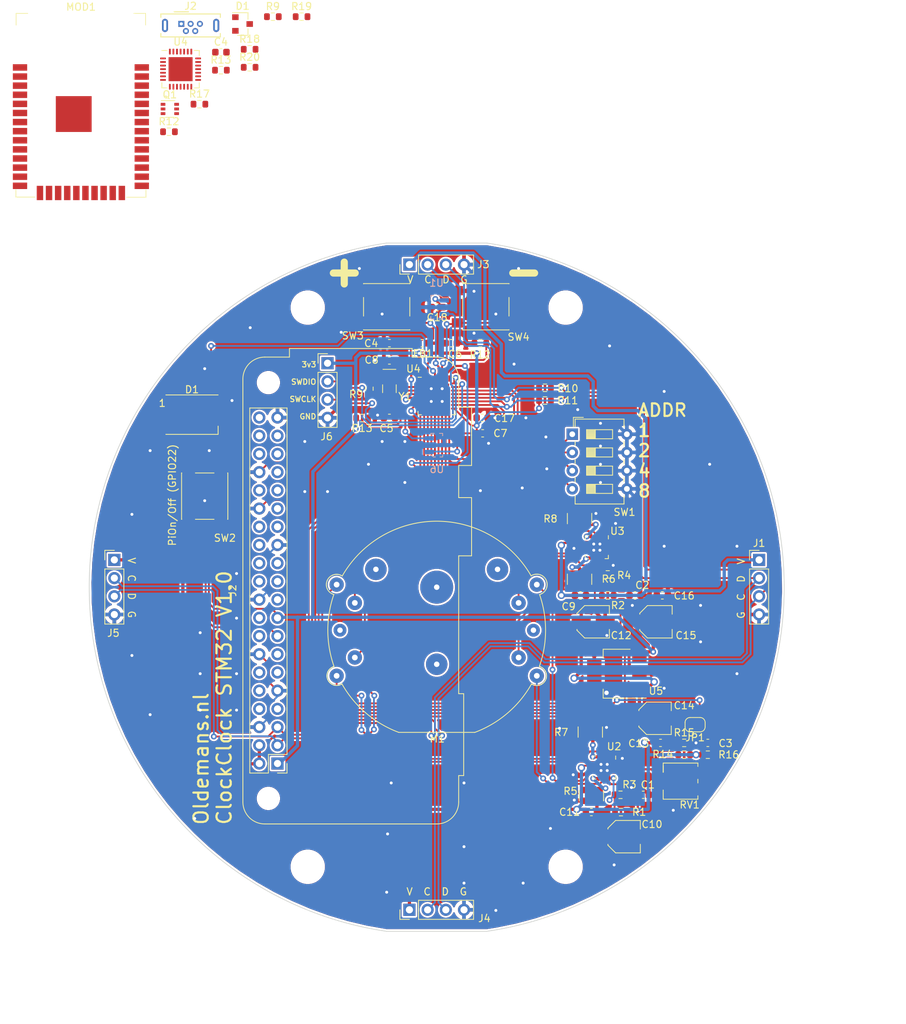
<source format=kicad_pcb>
(kicad_pcb (version 20171130) (host pcbnew "(5.1.9-0-10_14)")

  (general
    (thickness 1.6)
    (drawings 18)
    (tracks 980)
    (zones 0)
    (modules 73)
    (nets 133)
  )

  (page A4)
  (layers
    (0 F.Cu signal)
    (31 B.Cu signal)
    (32 B.Adhes user)
    (33 F.Adhes user)
    (34 B.Paste user)
    (35 F.Paste user)
    (36 B.SilkS user)
    (37 F.SilkS user)
    (38 B.Mask user)
    (39 F.Mask user)
    (40 Dwgs.User user)
    (41 Cmts.User user)
    (42 Eco1.User user)
    (43 Eco2.User user)
    (44 Edge.Cuts user)
    (45 Margin user)
    (46 B.CrtYd user hide)
    (47 F.CrtYd user)
    (48 B.Fab user hide)
    (49 F.Fab user hide)
  )

  (setup
    (last_trace_width 0.254)
    (user_trace_width 0.254)
    (user_trace_width 0.3048)
    (user_trace_width 0.4572)
    (user_trace_width 0.8128)
    (trace_clearance 0.1524)
    (zone_clearance 0.254)
    (zone_45_only no)
    (trace_min 0.2032)
    (via_size 0.8128)
    (via_drill 0.4064)
    (via_min_size 0.4064)
    (via_min_drill 0.3)
    (user_via 0.8128 0.4064)
    (uvia_size 0.3048)
    (uvia_drill 0.1016)
    (uvias_allowed no)
    (uvia_min_size 0.2032)
    (uvia_min_drill 0.1016)
    (edge_width 0.1)
    (segment_width 0.2)
    (pcb_text_width 0.3)
    (pcb_text_size 1.5 1.5)
    (mod_edge_width 0.15)
    (mod_text_size 1 1)
    (mod_text_width 0.15)
    (pad_size 1.524 1.524)
    (pad_drill 0.762)
    (pad_to_mask_clearance 0)
    (aux_axis_origin 0 0)
    (visible_elements FFFFFF7F)
    (pcbplotparams
      (layerselection 0x010fc_ffffffff)
      (usegerberextensions false)
      (usegerberattributes true)
      (usegerberadvancedattributes true)
      (creategerberjobfile true)
      (excludeedgelayer true)
      (linewidth 0.100000)
      (plotframeref false)
      (viasonmask false)
      (mode 1)
      (useauxorigin false)
      (hpglpennumber 1)
      (hpglpenspeed 20)
      (hpglpendiameter 15.000000)
      (psnegative false)
      (psa4output false)
      (plotreference true)
      (plotvalue true)
      (plotinvisibletext false)
      (padsonsilk false)
      (subtractmaskfromsilk false)
      (outputformat 1)
      (mirror false)
      (drillshape 0)
      (scaleselection 1)
      (outputdirectory "OUTPUTS/"))
  )

  (net 0 "")
  (net 1 GND)
  (net 2 "Net-(C1-Pad2)")
  (net 3 "Net-(C2-Pad2)")
  (net 4 +3V3)
  (net 5 "Net-(C4-Pad2)")
  (net 6 "Net-(C5-Pad2)")
  (net 7 +3.3VA)
  (net 8 I2C_SDA)
  (net 9 I2C_CLK)
  (net 10 +5V)
  (net 11 "Net-(J2-Pad40)")
  (net 12 "Net-(J2-Pad38)")
  (net 13 "Net-(J2-Pad37)")
  (net 14 "Net-(J2-Pad36)")
  (net 15 "Net-(J2-Pad35)")
  (net 16 "Net-(J2-Pad33)")
  (net 17 "Net-(J2-Pad32)")
  (net 18 "Net-(J2-Pad31)")
  (net 19 "Net-(J2-Pad29)")
  (net 20 "Net-(J2-Pad28)")
  (net 21 "Net-(J2-Pad27)")
  (net 22 "Net-(J2-Pad26)")
  (net 23 "Net-(J2-Pad24)")
  (net 24 "Net-(J2-Pad23)")
  (net 25 "Net-(J2-Pad22)")
  (net 26 "Net-(J2-Pad21)")
  (net 27 "Net-(J2-Pad19)")
  (net 28 "Net-(J2-Pad18)")
  (net 29 "Net-(J2-Pad16)")
  (net 30 PiOnOFF)
  (net 31 "Net-(J2-Pad13)")
  (net 32 "Net-(J2-Pad12)")
  (net 33 "Net-(J2-Pad11)")
  (net 34 "Net-(J2-Pad10)")
  (net 35 "Net-(J2-Pad8)")
  (net 36 "Net-(J2-Pad7)")
  (net 37 "Net-(R1-Pad2)")
  (net 38 "Net-(R2-Pad2)")
  (net 39 "Net-(R5-Pad1)")
  (net 40 "Net-(R6-Pad1)")
  (net 41 "Net-(R7-Pad1)")
  (net 42 "Net-(R8-Pad1)")
  (net 43 ADDR3)
  (net 44 ADDR2)
  (net 45 ADDR1)
  (net 46 ADDR0)
  (net 47 MCU_BUT_PLUS)
  (net 48 MCU_BUT_MIN)
  (net 49 MOT_EN0)
  (net 50 MOT_STCK0)
  (net 51 MOT_DIR0)
  (net 52 MOT_EN1)
  (net 53 MOT_STCK1)
  (net 54 MOT_DIR1)
  (net 55 "Net-(U4-Pad32)")
  (net 56 "Net-(U4-Pad30)")
  (net 57 "Net-(U4-Pad25)")
  (net 58 /MOT_B4)
  (net 59 /MOT_B3)
  (net 60 /MOT_A2)
  (net 61 /MOT_A1)
  (net 62 /MOT_A4)
  (net 63 /MOT_A3)
  (net 64 /MOT_B2)
  (net 65 /MOT_B1)
  (net 66 /BOOT0)
  (net 67 /nRST)
  (net 68 MOT_RST0)
  (net 69 MOT_RST1)
  (net 70 SWCLK)
  (net 71 SWDIO)
  (net 72 CPU_REF)
  (net 73 "Net-(R16-Pad2)")
  (net 74 "Net-(D1-Pad2)")
  (net 75 MOT0_HALL)
  (net 76 WS2812_DATA)
  (net 77 MOT1_HALL)
  (net 78 /ESP_RST)
  (net 79 "Net-(C17-Pad2)")
  (net 80 "Net-(C18-Pad2)")
  (net 81 "Net-(D1-Pad3)")
  (net 82 "Net-(D1-Pad1)")
  (net 83 /D+)
  (net 84 /D-)
  (net 85 /MOT_REF)
  (net 86 /ESP_GPIO0)
  (net 87 /MOT_DIR0)
  (net 88 /MOT_DIR1)
  (net 89 /MOT_STCK1)
  (net 90 /MOT_STCK0)
  (net 91 /MOT_RST1)
  (net 92 BUT_MIN)
  (net 93 "Net-(MOD1-Pad32)")
  (net 94 /ESP_RX)
  (net 95 /ESP_TX)
  (net 96 /I2C_SCL)
  (net 97 BUT_PLUS)
  (net 98 /GPIO12)
  (net 99 /MOT_RST0)
  (net 100 "Net-(MOD1-Pad12)")
  (net 101 "Net-(MOD1-Pad11)")
  (net 102 "Net-(MOD1-Pad5)")
  (net 103 "Net-(MOD1-Pad4)")
  (net 104 /ESP_GPIO2)
  (net 105 /GPIO15)
  (net 106 "Net-(MOD1-Pad22)")
  (net 107 "Net-(MOD1-Pad21)")
  (net 108 "Net-(MOD1-Pad20)")
  (net 109 "Net-(MOD1-Pad19)")
  (net 110 "Net-(MOD1-Pad18)")
  (net 111 "Net-(MOD1-Pad17)")
  (net 112 /MOT_EN)
  (net 113 /DTR)
  (net 114 /RTS)
  (net 115 /ESP_GPIO15)
  (net 116 /USB_RST)
  (net 117 /USB_SUSP)
  (net 118 "Net-(U1-Pad3)")
  (net 119 /MOT0_MODE1)
  (net 120 /MOT0_MODE2)
  (net 121 /MOT1_MODE1)
  (net 122 /MOT1_MODE2)
  (net 123 "Net-(U4-Pad29)")
  (net 124 "Net-(U4-Pad27)")
  (net 125 "Net-(U4-Pad23)")
  (net 126 "Net-(U4-Pad13)")
  (net 127 "Net-(U4-Pad12)")
  (net 128 "Net-(U4-Pad10)")
  (net 129 "Net-(U4-Pad2)")
  (net 130 "Net-(U4-Pad1)")
  (net 131 "Net-(U6-Pad2)")
  (net 132 "Net-(U6-Pad3)")

  (net_class Default "This is the default net class."
    (clearance 0.1524)
    (trace_width 0.254)
    (via_dia 0.8128)
    (via_drill 0.4064)
    (uvia_dia 0.3048)
    (uvia_drill 0.1016)
    (diff_pair_width 0.2032)
    (diff_pair_gap 0.254)
    (add_net /BOOT0)
    (add_net /D+)
    (add_net /D-)
    (add_net /DTR)
    (add_net /ESP_GPIO0)
    (add_net /ESP_GPIO15)
    (add_net /ESP_GPIO2)
    (add_net /ESP_RST)
    (add_net /ESP_RX)
    (add_net /ESP_TX)
    (add_net /GPIO12)
    (add_net /GPIO15)
    (add_net /I2C_SCL)
    (add_net /MOT0_MODE1)
    (add_net /MOT0_MODE2)
    (add_net /MOT1_MODE1)
    (add_net /MOT1_MODE2)
    (add_net /MOT_A1)
    (add_net /MOT_A2)
    (add_net /MOT_A3)
    (add_net /MOT_A4)
    (add_net /MOT_B1)
    (add_net /MOT_B2)
    (add_net /MOT_B3)
    (add_net /MOT_B4)
    (add_net /MOT_DIR0)
    (add_net /MOT_DIR1)
    (add_net /MOT_EN)
    (add_net /MOT_REF)
    (add_net /MOT_RST0)
    (add_net /MOT_RST1)
    (add_net /MOT_STCK0)
    (add_net /MOT_STCK1)
    (add_net /RTS)
    (add_net /USB_RST)
    (add_net /USB_SUSP)
    (add_net /nRST)
    (add_net BUT_MIN)
    (add_net BUT_PLUS)
    (add_net CPU_REF)
    (add_net MOT0_HALL)
    (add_net MOT1_HALL)
    (add_net MOT_RST0)
    (add_net MOT_RST1)
    (add_net "Net-(C17-Pad2)")
    (add_net "Net-(C18-Pad2)")
    (add_net "Net-(D1-Pad1)")
    (add_net "Net-(D1-Pad2)")
    (add_net "Net-(D1-Pad3)")
    (add_net "Net-(MOD1-Pad11)")
    (add_net "Net-(MOD1-Pad12)")
    (add_net "Net-(MOD1-Pad17)")
    (add_net "Net-(MOD1-Pad18)")
    (add_net "Net-(MOD1-Pad19)")
    (add_net "Net-(MOD1-Pad20)")
    (add_net "Net-(MOD1-Pad21)")
    (add_net "Net-(MOD1-Pad22)")
    (add_net "Net-(MOD1-Pad32)")
    (add_net "Net-(MOD1-Pad4)")
    (add_net "Net-(MOD1-Pad5)")
    (add_net "Net-(R16-Pad2)")
    (add_net "Net-(U1-Pad3)")
    (add_net "Net-(U4-Pad1)")
    (add_net "Net-(U4-Pad10)")
    (add_net "Net-(U4-Pad12)")
    (add_net "Net-(U4-Pad13)")
    (add_net "Net-(U4-Pad2)")
    (add_net "Net-(U4-Pad23)")
    (add_net "Net-(U4-Pad27)")
    (add_net "Net-(U4-Pad29)")
    (add_net "Net-(U6-Pad2)")
    (add_net "Net-(U6-Pad3)")
    (add_net SWCLK)
    (add_net SWDIO)
    (add_net WS2812_DATA)
  )

  (net_class 5v ""
    (clearance 0.2032)
    (trace_width 0.4572)
    (via_dia 1.016)
    (via_drill 0.6096)
    (uvia_dia 0.3048)
    (uvia_drill 0.1016)
    (diff_pair_width 0.2032)
    (diff_pair_gap 0.254)
    (add_net +5V)
  )

  (net_class Power ""
    (clearance 0.2032)
    (trace_width 0.3048)
    (via_dia 0.8128)
    (via_drill 0.4064)
    (uvia_dia 0.3048)
    (uvia_drill 0.1016)
    (diff_pair_width 0.2032)
    (diff_pair_gap 0.254)
    (add_net +3.3VA)
    (add_net +3V3)
    (add_net ADDR0)
    (add_net ADDR1)
    (add_net ADDR2)
    (add_net ADDR3)
    (add_net GND)
    (add_net I2C_CLK)
    (add_net I2C_SDA)
    (add_net MCU_BUT_MIN)
    (add_net MCU_BUT_PLUS)
    (add_net MOT_DIR0)
    (add_net MOT_DIR1)
    (add_net MOT_EN0)
    (add_net MOT_EN1)
    (add_net MOT_STCK0)
    (add_net MOT_STCK1)
    (add_net "Net-(C1-Pad2)")
    (add_net "Net-(C2-Pad2)")
    (add_net "Net-(C4-Pad2)")
    (add_net "Net-(C5-Pad2)")
    (add_net "Net-(J2-Pad10)")
    (add_net "Net-(J2-Pad11)")
    (add_net "Net-(J2-Pad12)")
    (add_net "Net-(J2-Pad13)")
    (add_net "Net-(J2-Pad16)")
    (add_net "Net-(J2-Pad18)")
    (add_net "Net-(J2-Pad19)")
    (add_net "Net-(J2-Pad21)")
    (add_net "Net-(J2-Pad22)")
    (add_net "Net-(J2-Pad23)")
    (add_net "Net-(J2-Pad24)")
    (add_net "Net-(J2-Pad26)")
    (add_net "Net-(J2-Pad27)")
    (add_net "Net-(J2-Pad28)")
    (add_net "Net-(J2-Pad29)")
    (add_net "Net-(J2-Pad31)")
    (add_net "Net-(J2-Pad32)")
    (add_net "Net-(J2-Pad33)")
    (add_net "Net-(J2-Pad35)")
    (add_net "Net-(J2-Pad36)")
    (add_net "Net-(J2-Pad37)")
    (add_net "Net-(J2-Pad38)")
    (add_net "Net-(J2-Pad40)")
    (add_net "Net-(J2-Pad7)")
    (add_net "Net-(J2-Pad8)")
    (add_net "Net-(R1-Pad2)")
    (add_net "Net-(R2-Pad2)")
    (add_net "Net-(R5-Pad1)")
    (add_net "Net-(R6-Pad1)")
    (add_net "Net-(R7-Pad1)")
    (add_net "Net-(R8-Pad1)")
    (add_net "Net-(U4-Pad25)")
    (add_net "Net-(U4-Pad30)")
    (add_net "Net-(U4-Pad32)")
    (add_net PiOnOFF)
  )

  (module Package_DFN_QFN:QFN-28-1EP_5x5mm_P0.5mm_EP3.35x3.35mm (layer F.Cu) (tedit 5DC5F6A4) (tstamp 608D3CF4)
    (at -35.7544 -72.2552)
    (descr "QFN, 28 Pin (http://ww1.microchip.com/downloads/en/PackagingSpec/00000049BQ.pdf#page=283), generated with kicad-footprint-generator ipc_noLead_generator.py")
    (tags "QFN NoLead")
    (path /62EBBEA3)
    (attr smd)
    (fp_text reference U4 (at 0 -3.8) (layer F.SilkS)
      (effects (font (size 1 1) (thickness 0.15)))
    )
    (fp_text value CP2102-Axx-xQFN28 (at 0 3.8) (layer F.Fab)
      (effects (font (size 1 1) (thickness 0.15)))
    )
    (fp_text user %R (at 0 0) (layer F.Fab)
      (effects (font (size 1 1) (thickness 0.15)))
    )
    (fp_line (start 1.885 -2.61) (end 2.61 -2.61) (layer F.SilkS) (width 0.12))
    (fp_line (start 2.61 -2.61) (end 2.61 -1.885) (layer F.SilkS) (width 0.12))
    (fp_line (start -1.885 2.61) (end -2.61 2.61) (layer F.SilkS) (width 0.12))
    (fp_line (start -2.61 2.61) (end -2.61 1.885) (layer F.SilkS) (width 0.12))
    (fp_line (start 1.885 2.61) (end 2.61 2.61) (layer F.SilkS) (width 0.12))
    (fp_line (start 2.61 2.61) (end 2.61 1.885) (layer F.SilkS) (width 0.12))
    (fp_line (start -1.885 -2.61) (end -2.61 -2.61) (layer F.SilkS) (width 0.12))
    (fp_line (start -1.5 -2.5) (end 2.5 -2.5) (layer F.Fab) (width 0.1))
    (fp_line (start 2.5 -2.5) (end 2.5 2.5) (layer F.Fab) (width 0.1))
    (fp_line (start 2.5 2.5) (end -2.5 2.5) (layer F.Fab) (width 0.1))
    (fp_line (start -2.5 2.5) (end -2.5 -1.5) (layer F.Fab) (width 0.1))
    (fp_line (start -2.5 -1.5) (end -1.5 -2.5) (layer F.Fab) (width 0.1))
    (fp_line (start -3.1 -3.1) (end -3.1 3.1) (layer F.CrtYd) (width 0.05))
    (fp_line (start -3.1 3.1) (end 3.1 3.1) (layer F.CrtYd) (width 0.05))
    (fp_line (start 3.1 3.1) (end 3.1 -3.1) (layer F.CrtYd) (width 0.05))
    (fp_line (start 3.1 -3.1) (end -3.1 -3.1) (layer F.CrtYd) (width 0.05))
    (pad "" smd roundrect (at 1.12 1.12) (size 0.9 0.9) (layers F.Paste) (roundrect_rratio 0.25))
    (pad "" smd roundrect (at 1.12 0) (size 0.9 0.9) (layers F.Paste) (roundrect_rratio 0.25))
    (pad "" smd roundrect (at 1.12 -1.12) (size 0.9 0.9) (layers F.Paste) (roundrect_rratio 0.25))
    (pad "" smd roundrect (at 0 1.12) (size 0.9 0.9) (layers F.Paste) (roundrect_rratio 0.25))
    (pad "" smd roundrect (at 0 0) (size 0.9 0.9) (layers F.Paste) (roundrect_rratio 0.25))
    (pad "" smd roundrect (at 0 -1.12) (size 0.9 0.9) (layers F.Paste) (roundrect_rratio 0.25))
    (pad "" smd roundrect (at -1.12 1.12) (size 0.9 0.9) (layers F.Paste) (roundrect_rratio 0.25))
    (pad "" smd roundrect (at -1.12 0) (size 0.9 0.9) (layers F.Paste) (roundrect_rratio 0.25))
    (pad "" smd roundrect (at -1.12 -1.12) (size 0.9 0.9) (layers F.Paste) (roundrect_rratio 0.25))
    (pad 29 smd rect (at 0 0) (size 3.35 3.35) (layers F.Cu F.Mask)
      (net 123 "Net-(U4-Pad29)"))
    (pad 28 smd roundrect (at -1.5 -2.45) (size 0.25 0.8) (layers F.Cu F.Paste F.Mask) (roundrect_rratio 0.25)
      (net 113 /DTR))
    (pad 27 smd roundrect (at -1 -2.45) (size 0.25 0.8) (layers F.Cu F.Paste F.Mask) (roundrect_rratio 0.25)
      (net 124 "Net-(U4-Pad27)"))
    (pad 26 smd roundrect (at -0.5 -2.45) (size 0.25 0.8) (layers F.Cu F.Paste F.Mask) (roundrect_rratio 0.25)
      (net 94 /ESP_RX))
    (pad 25 smd roundrect (at 0 -2.45) (size 0.25 0.8) (layers F.Cu F.Paste F.Mask) (roundrect_rratio 0.25)
      (net 95 /ESP_TX))
    (pad 24 smd roundrect (at 0.5 -2.45) (size 0.25 0.8) (layers F.Cu F.Paste F.Mask) (roundrect_rratio 0.25)
      (net 114 /RTS))
    (pad 23 smd roundrect (at 1 -2.45) (size 0.25 0.8) (layers F.Cu F.Paste F.Mask) (roundrect_rratio 0.25)
      (net 125 "Net-(U4-Pad23)"))
    (pad 22 smd roundrect (at 1.5 -2.45) (size 0.25 0.8) (layers F.Cu F.Paste F.Mask) (roundrect_rratio 0.25)
      (net 126 "Net-(U4-Pad13)"))
    (pad 21 smd roundrect (at 2.45 -1.5) (size 0.8 0.25) (layers F.Cu F.Paste F.Mask) (roundrect_rratio 0.25)
      (net 126 "Net-(U4-Pad13)"))
    (pad 20 smd roundrect (at 2.45 -1) (size 0.8 0.25) (layers F.Cu F.Paste F.Mask) (roundrect_rratio 0.25)
      (net 126 "Net-(U4-Pad13)"))
    (pad 19 smd roundrect (at 2.45 -0.5) (size 0.8 0.25) (layers F.Cu F.Paste F.Mask) (roundrect_rratio 0.25)
      (net 126 "Net-(U4-Pad13)"))
    (pad 18 smd roundrect (at 2.45 0) (size 0.8 0.25) (layers F.Cu F.Paste F.Mask) (roundrect_rratio 0.25)
      (net 126 "Net-(U4-Pad13)"))
    (pad 17 smd roundrect (at 2.45 0.5) (size 0.8 0.25) (layers F.Cu F.Paste F.Mask) (roundrect_rratio 0.25)
      (net 126 "Net-(U4-Pad13)"))
    (pad 16 smd roundrect (at 2.45 1) (size 0.8 0.25) (layers F.Cu F.Paste F.Mask) (roundrect_rratio 0.25)
      (net 126 "Net-(U4-Pad13)"))
    (pad 15 smd roundrect (at 2.45 1.5) (size 0.8 0.25) (layers F.Cu F.Paste F.Mask) (roundrect_rratio 0.25)
      (net 126 "Net-(U4-Pad13)"))
    (pad 14 smd roundrect (at 1.5 2.45) (size 0.25 0.8) (layers F.Cu F.Paste F.Mask) (roundrect_rratio 0.25)
      (net 126 "Net-(U4-Pad13)"))
    (pad 13 smd roundrect (at 1 2.45) (size 0.25 0.8) (layers F.Cu F.Paste F.Mask) (roundrect_rratio 0.25)
      (net 126 "Net-(U4-Pad13)"))
    (pad 12 smd roundrect (at 0.5 2.45) (size 0.25 0.8) (layers F.Cu F.Paste F.Mask) (roundrect_rratio 0.25)
      (net 127 "Net-(U4-Pad12)"))
    (pad 11 smd roundrect (at 0 2.45) (size 0.25 0.8) (layers F.Cu F.Paste F.Mask) (roundrect_rratio 0.25)
      (net 117 /USB_SUSP))
    (pad 10 smd roundrect (at -0.5 2.45) (size 0.25 0.8) (layers F.Cu F.Paste F.Mask) (roundrect_rratio 0.25)
      (net 128 "Net-(U4-Pad10)"))
    (pad 9 smd roundrect (at -1 2.45) (size 0.25 0.8) (layers F.Cu F.Paste F.Mask) (roundrect_rratio 0.25)
      (net 116 /USB_RST))
    (pad 8 smd roundrect (at -1.5 2.45) (size 0.25 0.8) (layers F.Cu F.Paste F.Mask) (roundrect_rratio 0.25)
      (net 82 "Net-(D1-Pad1)"))
    (pad 7 smd roundrect (at -2.45 1.5) (size 0.8 0.25) (layers F.Cu F.Paste F.Mask) (roundrect_rratio 0.25)
      (net 81 "Net-(D1-Pad3)"))
    (pad 6 smd roundrect (at -2.45 1) (size 0.8 0.25) (layers F.Cu F.Paste F.Mask) (roundrect_rratio 0.25)
      (net 4 +3V3))
    (pad 5 smd roundrect (at -2.45 0.5) (size 0.8 0.25) (layers F.Cu F.Paste F.Mask) (roundrect_rratio 0.25)
      (net 84 /D-))
    (pad 4 smd roundrect (at -2.45 0) (size 0.8 0.25) (layers F.Cu F.Paste F.Mask) (roundrect_rratio 0.25)
      (net 83 /D+))
    (pad 3 smd roundrect (at -2.45 -0.5) (size 0.8 0.25) (layers F.Cu F.Paste F.Mask) (roundrect_rratio 0.25)
      (net 1 GND))
    (pad 2 smd roundrect (at -2.45 -1) (size 0.8 0.25) (layers F.Cu F.Paste F.Mask) (roundrect_rratio 0.25)
      (net 129 "Net-(U4-Pad2)"))
    (pad 1 smd roundrect (at -2.45 -1.5) (size 0.8 0.25) (layers F.Cu F.Paste F.Mask) (roundrect_rratio 0.25)
      (net 130 "Net-(U4-Pad1)"))
    (model ${KISYS3DMOD}/Package_DFN_QFN.3dshapes/QFN-28-1EP_5x5mm_P0.5mm_EP3.35x3.35mm.wrl
      (at (xyz 0 0 0))
      (scale (xyz 1 1 1))
      (rotate (xyz 0 0 0))
    )
  )

  (module Resistor_SMD:R_0603_1608Metric (layer F.Cu) (tedit 5F68FEEE) (tstamp 608D3A15)
    (at -26.1144 -72.5152)
    (descr "Resistor SMD 0603 (1608 Metric), square (rectangular) end terminal, IPC_7351 nominal, (Body size source: IPC-SM-782 page 72, https://www.pcb-3d.com/wordpress/wp-content/uploads/ipc-sm-782a_amendment_1_and_2.pdf), generated with kicad-footprint-generator")
    (tags resistor)
    (path /626BC221)
    (attr smd)
    (fp_text reference R20 (at 0 -1.43) (layer F.SilkS)
      (effects (font (size 1 1) (thickness 0.15)))
    )
    (fp_text value 10K (at 0 1.43) (layer F.Fab)
      (effects (font (size 1 1) (thickness 0.15)))
    )
    (fp_text user %R (at 0 0) (layer F.Fab)
      (effects (font (size 0.4 0.4) (thickness 0.06)))
    )
    (fp_line (start -0.8 0.4125) (end -0.8 -0.4125) (layer F.Fab) (width 0.1))
    (fp_line (start -0.8 -0.4125) (end 0.8 -0.4125) (layer F.Fab) (width 0.1))
    (fp_line (start 0.8 -0.4125) (end 0.8 0.4125) (layer F.Fab) (width 0.1))
    (fp_line (start 0.8 0.4125) (end -0.8 0.4125) (layer F.Fab) (width 0.1))
    (fp_line (start -0.237258 -0.5225) (end 0.237258 -0.5225) (layer F.SilkS) (width 0.12))
    (fp_line (start -0.237258 0.5225) (end 0.237258 0.5225) (layer F.SilkS) (width 0.12))
    (fp_line (start -1.48 0.73) (end -1.48 -0.73) (layer F.CrtYd) (width 0.05))
    (fp_line (start -1.48 -0.73) (end 1.48 -0.73) (layer F.CrtYd) (width 0.05))
    (fp_line (start 1.48 -0.73) (end 1.48 0.73) (layer F.CrtYd) (width 0.05))
    (fp_line (start 1.48 0.73) (end -1.48 0.73) (layer F.CrtYd) (width 0.05))
    (pad 2 smd roundrect (at 0.825 0) (size 0.8 0.95) (layers F.Cu F.Paste F.Mask) (roundrect_rratio 0.25)
      (net 117 /USB_SUSP))
    (pad 1 smd roundrect (at -0.825 0) (size 0.8 0.95) (layers F.Cu F.Paste F.Mask) (roundrect_rratio 0.25)
      (net 1 GND))
    (model ${KISYS3DMOD}/Resistor_SMD.3dshapes/R_0603_1608Metric.wrl
      (at (xyz 0 0 0))
      (scale (xyz 1 1 1))
      (rotate (xyz 0 0 0))
    )
  )

  (module Resistor_SMD:R_0603_1608Metric (layer F.Cu) (tedit 5F68FEEE) (tstamp 608D3A04)
    (at -18.8644 -79.5752)
    (descr "Resistor SMD 0603 (1608 Metric), square (rectangular) end terminal, IPC_7351 nominal, (Body size source: IPC-SM-782 page 72, https://www.pcb-3d.com/wordpress/wp-content/uploads/ipc-sm-782a_amendment_1_and_2.pdf), generated with kicad-footprint-generator")
    (tags resistor)
    (path /612F7ED4)
    (attr smd)
    (fp_text reference R19 (at 0 -1.43) (layer F.SilkS)
      (effects (font (size 1 1) (thickness 0.15)))
    )
    (fp_text value 10K (at 0 1.43) (layer F.Fab)
      (effects (font (size 1 1) (thickness 0.15)))
    )
    (fp_text user %R (at 0 0) (layer F.Fab)
      (effects (font (size 0.4 0.4) (thickness 0.06)))
    )
    (fp_line (start -0.8 0.4125) (end -0.8 -0.4125) (layer F.Fab) (width 0.1))
    (fp_line (start -0.8 -0.4125) (end 0.8 -0.4125) (layer F.Fab) (width 0.1))
    (fp_line (start 0.8 -0.4125) (end 0.8 0.4125) (layer F.Fab) (width 0.1))
    (fp_line (start 0.8 0.4125) (end -0.8 0.4125) (layer F.Fab) (width 0.1))
    (fp_line (start -0.237258 -0.5225) (end 0.237258 -0.5225) (layer F.SilkS) (width 0.12))
    (fp_line (start -0.237258 0.5225) (end 0.237258 0.5225) (layer F.SilkS) (width 0.12))
    (fp_line (start -1.48 0.73) (end -1.48 -0.73) (layer F.CrtYd) (width 0.05))
    (fp_line (start -1.48 -0.73) (end 1.48 -0.73) (layer F.CrtYd) (width 0.05))
    (fp_line (start 1.48 -0.73) (end 1.48 0.73) (layer F.CrtYd) (width 0.05))
    (fp_line (start 1.48 0.73) (end -1.48 0.73) (layer F.CrtYd) (width 0.05))
    (pad 2 smd roundrect (at 0.825 0) (size 0.8 0.95) (layers F.Cu F.Paste F.Mask) (roundrect_rratio 0.25)
      (net 104 /ESP_GPIO2))
    (pad 1 smd roundrect (at -0.825 0) (size 0.8 0.95) (layers F.Cu F.Paste F.Mask) (roundrect_rratio 0.25)
      (net 1 GND))
    (model ${KISYS3DMOD}/Resistor_SMD.3dshapes/R_0603_1608Metric.wrl
      (at (xyz 0 0 0))
      (scale (xyz 1 1 1))
      (rotate (xyz 0 0 0))
    )
  )

  (module Resistor_SMD:R_0603_1608Metric (layer F.Cu) (tedit 5F68FEEE) (tstamp 608D39F3)
    (at -26.1144 -75.0252)
    (descr "Resistor SMD 0603 (1608 Metric), square (rectangular) end terminal, IPC_7351 nominal, (Body size source: IPC-SM-782 page 72, https://www.pcb-3d.com/wordpress/wp-content/uploads/ipc-sm-782a_amendment_1_and_2.pdf), generated with kicad-footprint-generator")
    (tags resistor)
    (path /6128DF59)
    (attr smd)
    (fp_text reference R18 (at 0 -1.43) (layer F.SilkS)
      (effects (font (size 1 1) (thickness 0.15)))
    )
    (fp_text value 10K (at 0 1.43) (layer F.Fab)
      (effects (font (size 1 1) (thickness 0.15)))
    )
    (fp_text user %R (at 0 0) (layer F.Fab)
      (effects (font (size 0.4 0.4) (thickness 0.06)))
    )
    (fp_line (start -0.8 0.4125) (end -0.8 -0.4125) (layer F.Fab) (width 0.1))
    (fp_line (start -0.8 -0.4125) (end 0.8 -0.4125) (layer F.Fab) (width 0.1))
    (fp_line (start 0.8 -0.4125) (end 0.8 0.4125) (layer F.Fab) (width 0.1))
    (fp_line (start 0.8 0.4125) (end -0.8 0.4125) (layer F.Fab) (width 0.1))
    (fp_line (start -0.237258 -0.5225) (end 0.237258 -0.5225) (layer F.SilkS) (width 0.12))
    (fp_line (start -0.237258 0.5225) (end 0.237258 0.5225) (layer F.SilkS) (width 0.12))
    (fp_line (start -1.48 0.73) (end -1.48 -0.73) (layer F.CrtYd) (width 0.05))
    (fp_line (start -1.48 -0.73) (end 1.48 -0.73) (layer F.CrtYd) (width 0.05))
    (fp_line (start 1.48 -0.73) (end 1.48 0.73) (layer F.CrtYd) (width 0.05))
    (fp_line (start 1.48 0.73) (end -1.48 0.73) (layer F.CrtYd) (width 0.05))
    (pad 2 smd roundrect (at 0.825 0) (size 0.8 0.95) (layers F.Cu F.Paste F.Mask) (roundrect_rratio 0.25)
      (net 98 /GPIO12))
    (pad 1 smd roundrect (at -0.825 0) (size 0.8 0.95) (layers F.Cu F.Paste F.Mask) (roundrect_rratio 0.25)
      (net 1 GND))
    (model ${KISYS3DMOD}/Resistor_SMD.3dshapes/R_0603_1608Metric.wrl
      (at (xyz 0 0 0))
      (scale (xyz 1 1 1))
      (rotate (xyz 0 0 0))
    )
  )

  (module Resistor_SMD:R_0603_1608Metric (layer F.Cu) (tedit 5F68FEEE) (tstamp 608D39E2)
    (at -33.1244 -67.3752)
    (descr "Resistor SMD 0603 (1608 Metric), square (rectangular) end terminal, IPC_7351 nominal, (Body size source: IPC-SM-782 page 72, https://www.pcb-3d.com/wordpress/wp-content/uploads/ipc-sm-782a_amendment_1_and_2.pdf), generated with kicad-footprint-generator")
    (tags resistor)
    (path /62BFAD12)
    (attr smd)
    (fp_text reference R17 (at 0 -1.43) (layer F.SilkS)
      (effects (font (size 1 1) (thickness 0.15)))
    )
    (fp_text value 10K (at 0 1.43) (layer F.Fab)
      (effects (font (size 1 1) (thickness 0.15)))
    )
    (fp_text user %R (at 0 0) (layer F.Fab)
      (effects (font (size 0.4 0.4) (thickness 0.06)))
    )
    (fp_line (start -0.8 0.4125) (end -0.8 -0.4125) (layer F.Fab) (width 0.1))
    (fp_line (start -0.8 -0.4125) (end 0.8 -0.4125) (layer F.Fab) (width 0.1))
    (fp_line (start 0.8 -0.4125) (end 0.8 0.4125) (layer F.Fab) (width 0.1))
    (fp_line (start 0.8 0.4125) (end -0.8 0.4125) (layer F.Fab) (width 0.1))
    (fp_line (start -0.237258 -0.5225) (end 0.237258 -0.5225) (layer F.SilkS) (width 0.12))
    (fp_line (start -0.237258 0.5225) (end 0.237258 0.5225) (layer F.SilkS) (width 0.12))
    (fp_line (start -1.48 0.73) (end -1.48 -0.73) (layer F.CrtYd) (width 0.05))
    (fp_line (start -1.48 -0.73) (end 1.48 -0.73) (layer F.CrtYd) (width 0.05))
    (fp_line (start 1.48 -0.73) (end 1.48 0.73) (layer F.CrtYd) (width 0.05))
    (fp_line (start 1.48 0.73) (end -1.48 0.73) (layer F.CrtYd) (width 0.05))
    (pad 2 smd roundrect (at 0.825 0) (size 0.8 0.95) (layers F.Cu F.Paste F.Mask) (roundrect_rratio 0.25)
      (net 116 /USB_RST))
    (pad 1 smd roundrect (at -0.825 0) (size 0.8 0.95) (layers F.Cu F.Paste F.Mask) (roundrect_rratio 0.25)
      (net 4 +3V3))
    (model ${KISYS3DMOD}/Resistor_SMD.3dshapes/R_0603_1608Metric.wrl
      (at (xyz 0 0 0))
      (scale (xyz 1 1 1))
      (rotate (xyz 0 0 0))
    )
  )

  (module Resistor_SMD:R_0603_1608Metric (layer F.Cu) (tedit 5F68FEEE) (tstamp 608D3971)
    (at -30.1244 -72.1152)
    (descr "Resistor SMD 0603 (1608 Metric), square (rectangular) end terminal, IPC_7351 nominal, (Body size source: IPC-SM-782 page 72, https://www.pcb-3d.com/wordpress/wp-content/uploads/ipc-sm-782a_amendment_1_and_2.pdf), generated with kicad-footprint-generator")
    (tags resistor)
    (path /61D1D755)
    (attr smd)
    (fp_text reference R13 (at 0 -1.43) (layer F.SilkS)
      (effects (font (size 1 1) (thickness 0.15)))
    )
    (fp_text value 10K (at 0 1.43) (layer F.Fab)
      (effects (font (size 1 1) (thickness 0.15)))
    )
    (fp_text user %R (at 0 0) (layer F.Fab)
      (effects (font (size 0.4 0.4) (thickness 0.06)))
    )
    (fp_line (start -0.8 0.4125) (end -0.8 -0.4125) (layer F.Fab) (width 0.1))
    (fp_line (start -0.8 -0.4125) (end 0.8 -0.4125) (layer F.Fab) (width 0.1))
    (fp_line (start 0.8 -0.4125) (end 0.8 0.4125) (layer F.Fab) (width 0.1))
    (fp_line (start 0.8 0.4125) (end -0.8 0.4125) (layer F.Fab) (width 0.1))
    (fp_line (start -0.237258 -0.5225) (end 0.237258 -0.5225) (layer F.SilkS) (width 0.12))
    (fp_line (start -0.237258 0.5225) (end 0.237258 0.5225) (layer F.SilkS) (width 0.12))
    (fp_line (start -1.48 0.73) (end -1.48 -0.73) (layer F.CrtYd) (width 0.05))
    (fp_line (start -1.48 -0.73) (end 1.48 -0.73) (layer F.CrtYd) (width 0.05))
    (fp_line (start 1.48 -0.73) (end 1.48 0.73) (layer F.CrtYd) (width 0.05))
    (fp_line (start 1.48 0.73) (end -1.48 0.73) (layer F.CrtYd) (width 0.05))
    (pad 2 smd roundrect (at 0.825 0) (size 0.8 0.95) (layers F.Cu F.Paste F.Mask) (roundrect_rratio 0.25)
      (net 78 /ESP_RST))
    (pad 1 smd roundrect (at -0.825 0) (size 0.8 0.95) (layers F.Cu F.Paste F.Mask) (roundrect_rratio 0.25)
      (net 4 +3V3))
    (model ${KISYS3DMOD}/Resistor_SMD.3dshapes/R_0603_1608Metric.wrl
      (at (xyz 0 0 0))
      (scale (xyz 1 1 1))
      (rotate (xyz 0 0 0))
    )
  )

  (module Resistor_SMD:R_0603_1608Metric (layer F.Cu) (tedit 5F68FEEE) (tstamp 608D3960)
    (at -37.3744 -63.5252)
    (descr "Resistor SMD 0603 (1608 Metric), square (rectangular) end terminal, IPC_7351 nominal, (Body size source: IPC-SM-782 page 72, https://www.pcb-3d.com/wordpress/wp-content/uploads/ipc-sm-782a_amendment_1_and_2.pdf), generated with kicad-footprint-generator")
    (tags resistor)
    (path /6125CD15)
    (attr smd)
    (fp_text reference R12 (at 0 -1.43) (layer F.SilkS)
      (effects (font (size 1 1) (thickness 0.15)))
    )
    (fp_text value 10K (at 0 1.43) (layer F.Fab)
      (effects (font (size 1 1) (thickness 0.15)))
    )
    (fp_text user %R (at 0 0) (layer F.Fab)
      (effects (font (size 0.4 0.4) (thickness 0.06)))
    )
    (fp_line (start -0.8 0.4125) (end -0.8 -0.4125) (layer F.Fab) (width 0.1))
    (fp_line (start -0.8 -0.4125) (end 0.8 -0.4125) (layer F.Fab) (width 0.1))
    (fp_line (start 0.8 -0.4125) (end 0.8 0.4125) (layer F.Fab) (width 0.1))
    (fp_line (start 0.8 0.4125) (end -0.8 0.4125) (layer F.Fab) (width 0.1))
    (fp_line (start -0.237258 -0.5225) (end 0.237258 -0.5225) (layer F.SilkS) (width 0.12))
    (fp_line (start -0.237258 0.5225) (end 0.237258 0.5225) (layer F.SilkS) (width 0.12))
    (fp_line (start -1.48 0.73) (end -1.48 -0.73) (layer F.CrtYd) (width 0.05))
    (fp_line (start -1.48 -0.73) (end 1.48 -0.73) (layer F.CrtYd) (width 0.05))
    (fp_line (start 1.48 -0.73) (end 1.48 0.73) (layer F.CrtYd) (width 0.05))
    (fp_line (start 1.48 0.73) (end -1.48 0.73) (layer F.CrtYd) (width 0.05))
    (pad 2 smd roundrect (at 0.825 0) (size 0.8 0.95) (layers F.Cu F.Paste F.Mask) (roundrect_rratio 0.25)
      (net 115 /ESP_GPIO15))
    (pad 1 smd roundrect (at -0.825 0) (size 0.8 0.95) (layers F.Cu F.Paste F.Mask) (roundrect_rratio 0.25)
      (net 4 +3V3))
    (model ${KISYS3DMOD}/Resistor_SMD.3dshapes/R_0603_1608Metric.wrl
      (at (xyz 0 0 0))
      (scale (xyz 1 1 1))
      (rotate (xyz 0 0 0))
    )
  )

  (module Resistor_SMD:R_0603_1608Metric (layer F.Cu) (tedit 5F68FEEE) (tstamp 608D390F)
    (at -22.8744 -79.5752)
    (descr "Resistor SMD 0603 (1608 Metric), square (rectangular) end terminal, IPC_7351 nominal, (Body size source: IPC-SM-782 page 72, https://www.pcb-3d.com/wordpress/wp-content/uploads/ipc-sm-782a_amendment_1_and_2.pdf), generated with kicad-footprint-generator")
    (tags resistor)
    (path /61211336)
    (attr smd)
    (fp_text reference R9 (at 0 -1.43) (layer F.SilkS)
      (effects (font (size 1 1) (thickness 0.15)))
    )
    (fp_text value 10K (at 0 1.43) (layer F.Fab)
      (effects (font (size 1 1) (thickness 0.15)))
    )
    (fp_text user %R (at 0 0) (layer F.Fab)
      (effects (font (size 0.4 0.4) (thickness 0.06)))
    )
    (fp_line (start -0.8 0.4125) (end -0.8 -0.4125) (layer F.Fab) (width 0.1))
    (fp_line (start -0.8 -0.4125) (end 0.8 -0.4125) (layer F.Fab) (width 0.1))
    (fp_line (start 0.8 -0.4125) (end 0.8 0.4125) (layer F.Fab) (width 0.1))
    (fp_line (start 0.8 0.4125) (end -0.8 0.4125) (layer F.Fab) (width 0.1))
    (fp_line (start -0.237258 -0.5225) (end 0.237258 -0.5225) (layer F.SilkS) (width 0.12))
    (fp_line (start -0.237258 0.5225) (end 0.237258 0.5225) (layer F.SilkS) (width 0.12))
    (fp_line (start -1.48 0.73) (end -1.48 -0.73) (layer F.CrtYd) (width 0.05))
    (fp_line (start -1.48 -0.73) (end 1.48 -0.73) (layer F.CrtYd) (width 0.05))
    (fp_line (start 1.48 -0.73) (end 1.48 0.73) (layer F.CrtYd) (width 0.05))
    (fp_line (start 1.48 0.73) (end -1.48 0.73) (layer F.CrtYd) (width 0.05))
    (pad 2 smd roundrect (at 0.825 0) (size 0.8 0.95) (layers F.Cu F.Paste F.Mask) (roundrect_rratio 0.25)
      (net 86 /ESP_GPIO0))
    (pad 1 smd roundrect (at -0.825 0) (size 0.8 0.95) (layers F.Cu F.Paste F.Mask) (roundrect_rratio 0.25)
      (net 4 +3V3))
    (model ${KISYS3DMOD}/Resistor_SMD.3dshapes/R_0603_1608Metric.wrl
      (at (xyz 0 0 0))
      (scale (xyz 1 1 1))
      (rotate (xyz 0 0 0))
    )
  )

  (module Package_TO_SOT_SMD:SOT-363_SC-70-6 (layer F.Cu) (tedit 5A02FF57) (tstamp 608D37FE)
    (at -37.2544 -66.7052)
    (descr "SOT-363, SC-70-6")
    (tags "SOT-363 SC-70-6")
    (path /6105C9A4)
    (attr smd)
    (fp_text reference Q1 (at 0 -2) (layer F.SilkS)
      (effects (font (size 1 1) (thickness 0.15)))
    )
    (fp_text value UMH3N (at 0 2 180) (layer F.Fab)
      (effects (font (size 1 1) (thickness 0.15)))
    )
    (fp_text user %R (at 0 0 90) (layer F.Fab)
      (effects (font (size 0.5 0.5) (thickness 0.075)))
    )
    (fp_line (start 0.7 -1.16) (end -1.2 -1.16) (layer F.SilkS) (width 0.12))
    (fp_line (start -0.7 1.16) (end 0.7 1.16) (layer F.SilkS) (width 0.12))
    (fp_line (start 1.6 1.4) (end 1.6 -1.4) (layer F.CrtYd) (width 0.05))
    (fp_line (start -1.6 -1.4) (end -1.6 1.4) (layer F.CrtYd) (width 0.05))
    (fp_line (start -1.6 -1.4) (end 1.6 -1.4) (layer F.CrtYd) (width 0.05))
    (fp_line (start 0.675 -1.1) (end -0.175 -1.1) (layer F.Fab) (width 0.1))
    (fp_line (start -0.675 -0.6) (end -0.675 1.1) (layer F.Fab) (width 0.1))
    (fp_line (start -1.6 1.4) (end 1.6 1.4) (layer F.CrtYd) (width 0.05))
    (fp_line (start 0.675 -1.1) (end 0.675 1.1) (layer F.Fab) (width 0.1))
    (fp_line (start 0.675 1.1) (end -0.675 1.1) (layer F.Fab) (width 0.1))
    (fp_line (start -0.175 -1.1) (end -0.675 -0.6) (layer F.Fab) (width 0.1))
    (pad 6 smd rect (at 0.95 -0.65) (size 0.65 0.4) (layers F.Cu F.Paste F.Mask)
      (net 78 /ESP_RST))
    (pad 4 smd rect (at 0.95 0.65) (size 0.65 0.4) (layers F.Cu F.Paste F.Mask)
      (net 113 /DTR))
    (pad 2 smd rect (at -0.95 0) (size 0.65 0.4) (layers F.Cu F.Paste F.Mask)
      (net 113 /DTR))
    (pad 5 smd rect (at 0.95 0) (size 0.65 0.4) (layers F.Cu F.Paste F.Mask)
      (net 114 /RTS))
    (pad 3 smd rect (at -0.95 0.65) (size 0.65 0.4) (layers F.Cu F.Paste F.Mask)
      (net 86 /ESP_GPIO0))
    (pad 1 smd rect (at -0.95 -0.65) (size 0.65 0.4) (layers F.Cu F.Paste F.Mask)
      (net 114 /RTS))
    (model ${KISYS3DMOD}/Package_TO_SOT_SMD.3dshapes/SOT-363_SC-70-6.wrl
      (at (xyz 0 0 0))
      (scale (xyz 1 1 1))
      (rotate (xyz 0 0 0))
    )
  )

  (module digikey-footprints:ESP32-WROOM-32D (layer F.Cu) (tedit 5D288F29) (tstamp 608D37E8)
    (at -49.6694 -64.2402)
    (path /60F96149)
    (attr smd)
    (fp_text reference MOD1 (at 0.01 -16.69) (layer F.SilkS)
      (effects (font (size 1 1) (thickness 0.15)))
    )
    (fp_text value ESP32-WROOM-32 (at 0 11.88) (layer F.Fab)
      (effects (font (size 1 1) (thickness 0.15)))
    )
    (fp_text user REF** (at 0.01 -5.37) (layer F.Fab)
      (effects (font (size 1 1) (thickness 0.15)))
    )
    (fp_line (start 9.74 10.46) (end 9.74 -16.02) (layer F.CrtYd) (width 0.1))
    (fp_line (start -9.77 10.47) (end 9.73 10.46) (layer F.CrtYd) (width 0.1))
    (fp_line (start -9.77 -16.04) (end -9.77 10.47) (layer F.CrtYd) (width 0.1))
    (fp_line (start 9.74 -16.04) (end -9.74 -16.04) (layer F.CrtYd) (width 0.1))
    (fp_line (start 9.03 -14.17) (end 9.03 -15.79) (layer F.SilkS) (width 0.1))
    (fp_line (start 9.03 -15.79) (end 7.39 -15.79) (layer F.SilkS) (width 0.1))
    (fp_line (start -9.04 -14.16) (end -9.04 -15.79) (layer F.SilkS) (width 0.1))
    (fp_line (start -9.04 -15.79) (end -7.41 -15.79) (layer F.SilkS) (width 0.1))
    (fp_line (start 9.08 8.81) (end 9.08 9.85) (layer F.SilkS) (width 0.1))
    (fp_line (start 9.08 9.85) (end 6.38 9.85) (layer F.SilkS) (width 0.1))
    (fp_line (start -9.07 8.78) (end -9.07 9.83) (layer F.SilkS) (width 0.1))
    (fp_line (start -9.07 9.83) (end -6.42 9.83) (layer F.SilkS) (width 0.1))
    (fp_line (start -9 9.755) (end 9 9.755) (layer F.Fab) (width 0.1))
    (fp_line (start -9 -15.748) (end -9 9.755) (layer F.Fab) (width 0.1))
    (fp_line (start -9 -15.745) (end 9 -15.745) (layer F.Fab) (width 0.1))
    (fp_line (start 9 -15.748) (end 9 9.755) (layer F.Fab) (width 0.1))
    (pad 39 smd rect (at -1 -1.755) (size 5 5) (layers F.Cu F.Paste F.Mask)
      (net 1 GND))
    (pad 25 smd rect (at 8.5 8.255) (size 2 0.9) (layers F.Cu F.Paste F.Mask)
      (net 86 /ESP_GPIO0))
    (pad 26 smd rect (at 8.5 6.985) (size 2 0.9) (layers F.Cu F.Paste F.Mask)
      (net 87 /MOT_DIR0))
    (pad 27 smd rect (at 8.5 5.715) (size 2 0.9) (layers F.Cu F.Paste F.Mask)
      (net 88 /MOT_DIR1))
    (pad 28 smd rect (at 8.5 4.445) (size 2 0.9) (layers F.Cu F.Paste F.Mask)
      (net 89 /MOT_STCK1))
    (pad 29 smd rect (at 8.5 3.175) (size 2 0.9) (layers F.Cu F.Paste F.Mask)
      (net 90 /MOT_STCK0))
    (pad 30 smd rect (at 8.5 1.905) (size 2 0.9) (layers F.Cu F.Paste F.Mask)
      (net 91 /MOT_RST1))
    (pad 31 smd rect (at 8.5 0.635) (size 2 0.9) (layers F.Cu F.Paste F.Mask)
      (net 92 BUT_MIN))
    (pad 32 smd rect (at 8.5 -0.635) (size 2 0.9) (layers F.Cu F.Paste F.Mask)
      (net 93 "Net-(MOD1-Pad32)"))
    (pad 33 smd rect (at 8.5 -1.905) (size 2 0.9) (layers F.Cu F.Paste F.Mask)
      (net 8 I2C_SDA))
    (pad 34 smd rect (at 8.5 -3.175) (size 2 0.9) (layers F.Cu F.Paste F.Mask)
      (net 94 /ESP_RX))
    (pad 35 smd rect (at 8.5 -4.445) (size 2 0.9) (layers F.Cu F.Paste F.Mask)
      (net 95 /ESP_TX))
    (pad 36 smd rect (at 8.5 -5.715) (size 2 0.9) (layers F.Cu F.Paste F.Mask)
      (net 96 /I2C_SCL))
    (pad 37 smd rect (at 8.5 -6.985) (size 2 0.9) (layers F.Cu F.Paste F.Mask)
      (net 97 BUT_PLUS))
    (pad 38 smd rect (at 8.5 -8.255) (size 2 0.9) (layers F.Cu F.Paste F.Mask)
      (net 1 GND))
    (pad 14 smd rect (at -8.5 8.255) (size 2 0.9) (layers F.Cu F.Paste F.Mask)
      (net 98 /GPIO12))
    (pad 13 smd rect (at -8.5 6.985) (size 2 0.9) (layers F.Cu F.Paste F.Mask)
      (net 99 /MOT_RST0))
    (pad 12 smd rect (at -8.5 5.715) (size 2 0.9) (layers F.Cu F.Paste F.Mask)
      (net 100 "Net-(MOD1-Pad12)"))
    (pad 11 smd rect (at -8.5 4.445) (size 2 0.9) (layers F.Cu F.Paste F.Mask)
      (net 101 "Net-(MOD1-Pad11)"))
    (pad 10 smd rect (at -8.5 3.175) (size 2 0.9) (layers F.Cu F.Paste F.Mask)
      (net 72 CPU_REF))
    (pad 9 smd rect (at -8.5 1.905) (size 2 0.9) (layers F.Cu F.Paste F.Mask)
      (net 44 ADDR2))
    (pad 8 smd rect (at -8.5 0.635) (size 2 0.9) (layers F.Cu F.Paste F.Mask)
      (net 43 ADDR3))
    (pad 7 smd rect (at -8.5 -0.635) (size 2 0.9) (layers F.Cu F.Paste F.Mask)
      (net 46 ADDR0))
    (pad 6 smd rect (at -8.5 -1.905) (size 2 0.9) (layers F.Cu F.Paste F.Mask)
      (net 45 ADDR1))
    (pad 5 smd rect (at -8.5 -3.175) (size 2 0.9) (layers F.Cu F.Paste F.Mask)
      (net 102 "Net-(MOD1-Pad5)"))
    (pad 4 smd rect (at -8.5 -4.445) (size 2 0.9) (layers F.Cu F.Paste F.Mask)
      (net 103 "Net-(MOD1-Pad4)"))
    (pad 3 smd rect (at -8.5 -5.715) (size 2 0.9) (layers F.Cu F.Paste F.Mask)
      (net 78 /ESP_RST))
    (pad 2 smd rect (at -8.5 -6.985) (size 2 0.9) (layers F.Cu F.Paste F.Mask)
      (net 4 +3V3))
    (pad 24 smd rect (at 5.715 9.255 90) (size 2 0.9) (layers F.Cu F.Paste F.Mask)
      (net 104 /ESP_GPIO2))
    (pad 23 smd rect (at 4.445 9.255 90) (size 2 0.9) (layers F.Cu F.Paste F.Mask)
      (net 105 /GPIO15))
    (pad 22 smd rect (at 3.175 9.255 90) (size 2 0.9) (layers F.Cu F.Paste F.Mask)
      (net 106 "Net-(MOD1-Pad22)"))
    (pad 21 smd rect (at 1.905 9.255 90) (size 2 0.9) (layers F.Cu F.Paste F.Mask)
      (net 107 "Net-(MOD1-Pad21)"))
    (pad 20 smd rect (at 0.635 9.255 90) (size 2 0.9) (layers F.Cu F.Paste F.Mask)
      (net 108 "Net-(MOD1-Pad20)"))
    (pad 19 smd rect (at -0.635 9.255 90) (size 2 0.9) (layers F.Cu F.Paste F.Mask)
      (net 109 "Net-(MOD1-Pad19)"))
    (pad 18 smd rect (at -1.905 9.255 90) (size 2 0.9) (layers F.Cu F.Paste F.Mask)
      (net 110 "Net-(MOD1-Pad18)"))
    (pad 17 smd rect (at -3.175 9.255 90) (size 2 0.9) (layers F.Cu F.Paste F.Mask)
      (net 111 "Net-(MOD1-Pad17)"))
    (pad 16 smd rect (at -4.445 9.255 90) (size 2 0.9) (layers F.Cu F.Paste F.Mask)
      (net 112 /MOT_EN))
    (pad 15 smd rect (at -5.715 9.255 90) (size 2 0.9) (layers F.Cu F.Paste F.Mask)
      (net 1 GND))
    (pad 1 smd rect (at -8.5 -8.255) (size 2 0.9) (layers F.Cu F.Paste F.Mask)
      (net 1 GND))
  )

  (module Connector_USB:USB_Micro-B_Wuerth_614105150721_Vertical (layer F.Cu) (tedit 5A142044) (tstamp 608D36DB)
    (at -35.6544 -78.5752)
    (descr "USB Micro-B receptacle, through-hole, vertical, http://katalog.we-online.de/em/datasheet/614105150721.pdf")
    (tags "usb micro receptacle vertical")
    (path /61DB3246)
    (fp_text reference J2 (at 1.3 -2.48) (layer F.SilkS)
      (effects (font (size 1 1) (thickness 0.15)))
    )
    (fp_text value USB_B_Micro (at 1.3 2.92) (layer F.Fab)
      (effects (font (size 1 1) (thickness 0.15)))
    )
    (fp_text user %R (at 1.3 0.22) (layer F.Fab)
      (effects (font (size 1 1) (thickness 0.15)))
    )
    (fp_line (start -2.7 -1.23) (end -1 -1.23) (layer F.Fab) (width 0.15))
    (fp_line (start -1 -1.23) (end 0 -0.23) (layer F.Fab) (width 0.15))
    (fp_line (start 0 -0.23) (end 1 -1.23) (layer F.Fab) (width 0.15))
    (fp_line (start 1 -1.23) (end 5.3 -1.23) (layer F.Fab) (width 0.15))
    (fp_line (start 5.3 -1.23) (end 5.3 1.67) (layer F.Fab) (width 0.15))
    (fp_line (start 5.3 1.67) (end -2.7 1.67) (layer F.Fab) (width 0.15))
    (fp_line (start -2.7 1.67) (end -2.7 -1.23) (layer F.Fab) (width 0.15))
    (fp_line (start -2.85 -0.905) (end -2.85 -1.38) (layer F.SilkS) (width 0.15))
    (fp_line (start -2.85 -1.38) (end 5.45 -1.38) (layer F.SilkS) (width 0.15))
    (fp_line (start 5.45 -1.38) (end 5.45 -0.905) (layer F.SilkS) (width 0.15))
    (fp_line (start -2.85 1.345) (end -2.85 1.82) (layer F.SilkS) (width 0.15))
    (fp_line (start -2.85 1.82) (end 5.45 1.82) (layer F.SilkS) (width 0.15))
    (fp_line (start 5.45 1.82) (end 5.45 1.345) (layer F.SilkS) (width 0.15))
    (fp_line (start -1 -1.68) (end 1 -1.68) (layer F.SilkS) (width 0.15))
    (fp_line (start -3.2 -1.73) (end -3.2 2.17) (layer F.CrtYd) (width 0.05))
    (fp_line (start -3.2 2.17) (end 5.8 2.17) (layer F.CrtYd) (width 0.05))
    (fp_line (start 5.8 2.17) (end 5.8 -1.73) (layer F.CrtYd) (width 0.05))
    (fp_line (start 5.8 -1.73) (end -3.2 -1.73) (layer F.CrtYd) (width 0.05))
    (pad 6 thru_hole oval (at 4.875 0.22) (size 0.85 1.85) (drill oval 0.35 1.35) (layers *.Cu *.Mask))
    (pad 6 thru_hole oval (at -2.275 0.22) (size 0.85 1.85) (drill oval 0.35 1.35) (layers *.Cu *.Mask))
    (pad 5 thru_hole circle (at 2.6 0) (size 0.84 0.84) (drill 0.44) (layers *.Cu *.Mask)
      (net 1 GND))
    (pad 4 thru_hole circle (at 1.95 1) (size 0.84 0.84) (drill 0.44) (layers *.Cu *.Mask)
      (net 1 GND))
    (pad 3 thru_hole circle (at 1.3 0) (size 0.84 0.84) (drill 0.44) (layers *.Cu *.Mask)
      (net 83 /D+))
    (pad 2 thru_hole circle (at 0.65 1) (size 0.84 0.84) (drill 0.44) (layers *.Cu *.Mask)
      (net 84 /D-))
    (pad 1 thru_hole rect (at 0 0) (size 0.84 0.84) (drill 0.44) (layers *.Cu *.Mask)
      (net 82 "Net-(D1-Pad1)"))
    (model ${KISYS3DMOD}/Connector_USB.3dshapes/USB_Micro-B_Wuerth_614105150721_Vertical.wrl
      (at (xyz 0 0 0))
      (scale (xyz 1 1 1))
      (rotate (xyz 0 0 0))
    )
  )

  (module Package_TO_SOT_SMD:SOT-23 (layer F.Cu) (tedit 5A02FF57) (tstamp 608D3657)
    (at -27.1044 -78.5552)
    (descr "SOT-23, Standard")
    (tags SOT-23)
    (path /627088D2)
    (attr smd)
    (fp_text reference D1 (at 0 -2.5) (layer F.SilkS)
      (effects (font (size 1 1) (thickness 0.15)))
    )
    (fp_text value BAV70 (at 0 2.5) (layer F.Fab)
      (effects (font (size 1 1) (thickness 0.15)))
    )
    (fp_text user %R (at 0 0 90) (layer F.Fab)
      (effects (font (size 0.5 0.5) (thickness 0.075)))
    )
    (fp_line (start -0.7 -0.95) (end -0.7 1.5) (layer F.Fab) (width 0.1))
    (fp_line (start -0.15 -1.52) (end 0.7 -1.52) (layer F.Fab) (width 0.1))
    (fp_line (start -0.7 -0.95) (end -0.15 -1.52) (layer F.Fab) (width 0.1))
    (fp_line (start 0.7 -1.52) (end 0.7 1.52) (layer F.Fab) (width 0.1))
    (fp_line (start -0.7 1.52) (end 0.7 1.52) (layer F.Fab) (width 0.1))
    (fp_line (start 0.76 1.58) (end 0.76 0.65) (layer F.SilkS) (width 0.12))
    (fp_line (start 0.76 -1.58) (end 0.76 -0.65) (layer F.SilkS) (width 0.12))
    (fp_line (start -1.7 -1.75) (end 1.7 -1.75) (layer F.CrtYd) (width 0.05))
    (fp_line (start 1.7 -1.75) (end 1.7 1.75) (layer F.CrtYd) (width 0.05))
    (fp_line (start 1.7 1.75) (end -1.7 1.75) (layer F.CrtYd) (width 0.05))
    (fp_line (start -1.7 1.75) (end -1.7 -1.75) (layer F.CrtYd) (width 0.05))
    (fp_line (start 0.76 -1.58) (end -1.4 -1.58) (layer F.SilkS) (width 0.12))
    (fp_line (start 0.76 1.58) (end -0.7 1.58) (layer F.SilkS) (width 0.12))
    (pad 3 smd rect (at 1 0) (size 0.9 0.8) (layers F.Cu F.Paste F.Mask)
      (net 81 "Net-(D1-Pad3)"))
    (pad 2 smd rect (at -1 0.95) (size 0.9 0.8) (layers F.Cu F.Paste F.Mask)
      (net 74 "Net-(D1-Pad2)"))
    (pad 1 smd rect (at -1 -0.95) (size 0.9 0.8) (layers F.Cu F.Paste F.Mask)
      (net 82 "Net-(D1-Pad1)"))
    (model ${KISYS3DMOD}/Package_TO_SOT_SMD.3dshapes/SOT-23.wrl
      (at (xyz 0 0 0))
      (scale (xyz 1 1 1))
      (rotate (xyz 0 0 0))
    )
  )

  (module Capacitor_SMD:C_0603_1608Metric (layer F.Cu) (tedit 5F68FEEE) (tstamp 608D346A)
    (at -30.1244 -74.6252)
    (descr "Capacitor SMD 0603 (1608 Metric), square (rectangular) end terminal, IPC_7351 nominal, (Body size source: IPC-SM-782 page 76, https://www.pcb-3d.com/wordpress/wp-content/uploads/ipc-sm-782a_amendment_1_and_2.pdf), generated with kicad-footprint-generator")
    (tags capacitor)
    (path /61163D10)
    (attr smd)
    (fp_text reference C4 (at 0 -1.43) (layer F.SilkS)
      (effects (font (size 1 1) (thickness 0.15)))
    )
    (fp_text value 100nF (at 0 1.43) (layer F.Fab)
      (effects (font (size 1 1) (thickness 0.15)))
    )
    (fp_text user %R (at 0 0) (layer F.Fab)
      (effects (font (size 0.4 0.4) (thickness 0.06)))
    )
    (fp_line (start -0.8 0.4) (end -0.8 -0.4) (layer F.Fab) (width 0.1))
    (fp_line (start -0.8 -0.4) (end 0.8 -0.4) (layer F.Fab) (width 0.1))
    (fp_line (start 0.8 -0.4) (end 0.8 0.4) (layer F.Fab) (width 0.1))
    (fp_line (start 0.8 0.4) (end -0.8 0.4) (layer F.Fab) (width 0.1))
    (fp_line (start -0.14058 -0.51) (end 0.14058 -0.51) (layer F.SilkS) (width 0.12))
    (fp_line (start -0.14058 0.51) (end 0.14058 0.51) (layer F.SilkS) (width 0.12))
    (fp_line (start -1.48 0.73) (end -1.48 -0.73) (layer F.CrtYd) (width 0.05))
    (fp_line (start -1.48 -0.73) (end 1.48 -0.73) (layer F.CrtYd) (width 0.05))
    (fp_line (start 1.48 -0.73) (end 1.48 0.73) (layer F.CrtYd) (width 0.05))
    (fp_line (start 1.48 0.73) (end -1.48 0.73) (layer F.CrtYd) (width 0.05))
    (pad 2 smd roundrect (at 0.775 0) (size 0.9 0.95) (layers F.Cu F.Paste F.Mask) (roundrect_rratio 0.25)
      (net 78 /ESP_RST))
    (pad 1 smd roundrect (at -0.775 0) (size 0.9 0.95) (layers F.Cu F.Paste F.Mask) (roundrect_rratio 0.25)
      (net 1 GND))
    (model ${KISYS3DMOD}/Capacitor_SMD.3dshapes/C_0603_1608Metric.wrl
      (at (xyz 0 0 0))
      (scale (xyz 1 1 1))
      (rotate (xyz 0 0 0))
    )
  )

  (module digikey-footprints:SOT-23-3 (layer B.Cu) (tedit 60396C32) (tstamp 60837D58)
    (at 0 -19.812)
    (path /60C65539)
    (attr smd)
    (fp_text reference U6 (at 0.025 3.375) (layer B.SilkS)
      (effects (font (size 1 1) (thickness 0.15)) (justify mirror))
    )
    (fp_text value DRV5053VAQDBZR (at 0.025 -3.25) (layer B.Fab)
      (effects (font (size 1 1) (thickness 0.15)) (justify mirror))
    )
    (fp_line (start -1.825 1.95) (end 1.825 1.95) (layer B.CrtYd) (width 0.05))
    (fp_line (start -1.825 1.95) (end -1.825 -1.95) (layer B.CrtYd) (width 0.05))
    (fp_line (start 1.825 -1.95) (end -1.825 -1.95) (layer B.CrtYd) (width 0.05))
    (fp_line (start 1.825 1.95) (end 1.825 -1.95) (layer B.CrtYd) (width 0.05))
    (fp_line (start -0.175 1.65) (end -0.45 1.65) (layer B.SilkS) (width 0.1))
    (fp_line (start -0.45 1.65) (end -0.825 1.375) (layer B.SilkS) (width 0.1))
    (fp_line (start -0.825 1.375) (end -0.825 1.325) (layer B.SilkS) (width 0.1))
    (fp_line (start -0.825 1.325) (end -1.6 1.325) (layer B.SilkS) (width 0.1))
    (fp_line (start -0.7 1.325) (end -0.7 -1.525) (layer B.Fab) (width 0.1))
    (fp_line (start -0.425 1.525) (end 0.7 1.525) (layer B.Fab) (width 0.1))
    (fp_line (start -0.425 1.525) (end -0.7 1.325) (layer B.Fab) (width 0.1))
    (fp_line (start -0.35 -1.65) (end -0.825 -1.65) (layer B.SilkS) (width 0.1))
    (fp_line (start -0.825 -1.65) (end -0.825 -1.3) (layer B.SilkS) (width 0.1))
    (fp_line (start 0.825 -1.425) (end 0.825 -1.3) (layer B.SilkS) (width 0.1))
    (fp_line (start 0.825 -1.35) (end 0.825 -1.65) (layer B.SilkS) (width 0.1))
    (fp_line (start 0.825 -1.65) (end 0.375 -1.65) (layer B.SilkS) (width 0.1))
    (fp_line (start 0.45 1.65) (end 0.825 1.65) (layer B.SilkS) (width 0.1))
    (fp_line (start 0.825 1.65) (end 0.825 1.35) (layer B.SilkS) (width 0.1))
    (fp_line (start -0.7 -1.52) (end 0.7 -1.52) (layer B.Fab) (width 0.1))
    (fp_line (start 0.7 -1.52) (end 0.7 1.52) (layer B.Fab) (width 0.1))
    (fp_text user %R (at -0.125 -0.15) (layer B.Fab)
      (effects (font (size 0.25 0.25) (thickness 0.05)) (justify mirror))
    )
    (pad 1 smd rect (at -1.05 0.95) (size 1.3 0.6) (layers B.Cu B.Paste B.Mask)
      (net 4 +3V3) (solder_mask_margin 0.07))
    (pad 2 smd rect (at -1.05 -0.95) (size 1.3 0.6) (layers B.Cu B.Paste B.Mask)
      (net 131 "Net-(U6-Pad2)") (solder_mask_margin 0.07))
    (pad 3 smd rect (at 1.05 0) (size 1.3 0.6) (layers B.Cu B.Paste B.Mask)
      (net 132 "Net-(U6-Pad3)") (solder_mask_margin 0.07))
    (model ${KISYS3DMOD}/Package_TO_SOT_SMD.3dshapes/SOT-23.wrl
      (at (xyz 0 0 0))
      (scale (xyz 1 1 1))
      (rotate (xyz 0 0 0))
    )
  )

  (module digikey-footprints:SOT-23-3 (layer B.Cu) (tedit 60396C32) (tstamp 60837BF2)
    (at 0 -39.0525 180)
    (path /60C61BB1)
    (attr smd)
    (fp_text reference U1 (at 0.025 3.375) (layer B.SilkS)
      (effects (font (size 1 1) (thickness 0.15)) (justify mirror))
    )
    (fp_text value DRV5053VAQDBZR (at 0.025 -3.25) (layer B.Fab)
      (effects (font (size 1 1) (thickness 0.15)) (justify mirror))
    )
    (fp_line (start -1.825 1.95) (end 1.825 1.95) (layer B.CrtYd) (width 0.05))
    (fp_line (start -1.825 1.95) (end -1.825 -1.95) (layer B.CrtYd) (width 0.05))
    (fp_line (start 1.825 -1.95) (end -1.825 -1.95) (layer B.CrtYd) (width 0.05))
    (fp_line (start 1.825 1.95) (end 1.825 -1.95) (layer B.CrtYd) (width 0.05))
    (fp_line (start -0.175 1.65) (end -0.45 1.65) (layer B.SilkS) (width 0.1))
    (fp_line (start -0.45 1.65) (end -0.825 1.375) (layer B.SilkS) (width 0.1))
    (fp_line (start -0.825 1.375) (end -0.825 1.325) (layer B.SilkS) (width 0.1))
    (fp_line (start -0.825 1.325) (end -1.6 1.325) (layer B.SilkS) (width 0.1))
    (fp_line (start -0.7 1.325) (end -0.7 -1.525) (layer B.Fab) (width 0.1))
    (fp_line (start -0.425 1.525) (end 0.7 1.525) (layer B.Fab) (width 0.1))
    (fp_line (start -0.425 1.525) (end -0.7 1.325) (layer B.Fab) (width 0.1))
    (fp_line (start -0.35 -1.65) (end -0.825 -1.65) (layer B.SilkS) (width 0.1))
    (fp_line (start -0.825 -1.65) (end -0.825 -1.3) (layer B.SilkS) (width 0.1))
    (fp_line (start 0.825 -1.425) (end 0.825 -1.3) (layer B.SilkS) (width 0.1))
    (fp_line (start 0.825 -1.35) (end 0.825 -1.65) (layer B.SilkS) (width 0.1))
    (fp_line (start 0.825 -1.65) (end 0.375 -1.65) (layer B.SilkS) (width 0.1))
    (fp_line (start 0.45 1.65) (end 0.825 1.65) (layer B.SilkS) (width 0.1))
    (fp_line (start 0.825 1.65) (end 0.825 1.35) (layer B.SilkS) (width 0.1))
    (fp_line (start -0.7 -1.52) (end 0.7 -1.52) (layer B.Fab) (width 0.1))
    (fp_line (start 0.7 -1.52) (end 0.7 1.52) (layer B.Fab) (width 0.1))
    (fp_text user %R (at -0.125 -0.15) (layer B.Fab)
      (effects (font (size 0.25 0.25) (thickness 0.05)) (justify mirror))
    )
    (pad 1 smd rect (at -1.05 0.95 180) (size 1.3 0.6) (layers B.Cu B.Paste B.Mask)
      (net 4 +3V3) (solder_mask_margin 0.07))
    (pad 2 smd rect (at -1.05 -0.95 180) (size 1.3 0.6) (layers B.Cu B.Paste B.Mask)
      (net 75 MOT0_HALL) (solder_mask_margin 0.07))
    (pad 3 smd rect (at 1.05 0 180) (size 1.3 0.6) (layers B.Cu B.Paste B.Mask)
      (net 118 "Net-(U1-Pad3)") (solder_mask_margin 0.07))
    (model ${KISYS3DMOD}/Package_TO_SOT_SMD.3dshapes/SOT-23.wrl
      (at (xyz 0 0 0))
      (scale (xyz 1 1 1))
      (rotate (xyz 0 0 0))
    )
  )

  (module LED_SMD:LED_WS2812B_PLCC4_5.0x5.0mm_P3.2mm (layer F.Cu) (tedit 5AA4B285) (tstamp 60837540)
    (at -34.163 -24.0665)
    (descr https://cdn-shop.adafruit.com/datasheets/WS2812B.pdf)
    (tags "LED RGB NeoPixel")
    (path /60C2642F)
    (attr smd)
    (fp_text reference D1 (at 0 -3.5) (layer F.SilkS)
      (effects (font (size 1 1) (thickness 0.15)))
    )
    (fp_text value WS2812B (at 0 4) (layer F.Fab)
      (effects (font (size 1 1) (thickness 0.15)))
    )
    (fp_circle (center 0 0) (end 0 -2) (layer F.Fab) (width 0.1))
    (fp_line (start 3.65 2.75) (end 3.65 1.6) (layer F.SilkS) (width 0.12))
    (fp_line (start -3.65 2.75) (end 3.65 2.75) (layer F.SilkS) (width 0.12))
    (fp_line (start -3.65 -2.75) (end 3.65 -2.75) (layer F.SilkS) (width 0.12))
    (fp_line (start 2.5 -2.5) (end -2.5 -2.5) (layer F.Fab) (width 0.1))
    (fp_line (start 2.5 2.5) (end 2.5 -2.5) (layer F.Fab) (width 0.1))
    (fp_line (start -2.5 2.5) (end 2.5 2.5) (layer F.Fab) (width 0.1))
    (fp_line (start -2.5 -2.5) (end -2.5 2.5) (layer F.Fab) (width 0.1))
    (fp_line (start 2.5 1.5) (end 1.5 2.5) (layer F.Fab) (width 0.1))
    (fp_line (start -3.45 -2.75) (end -3.45 2.75) (layer F.CrtYd) (width 0.05))
    (fp_line (start -3.45 2.75) (end 3.45 2.75) (layer F.CrtYd) (width 0.05))
    (fp_line (start 3.45 2.75) (end 3.45 -2.75) (layer F.CrtYd) (width 0.05))
    (fp_line (start 3.45 -2.75) (end -3.45 -2.75) (layer F.CrtYd) (width 0.05))
    (fp_text user %R (at 0 0) (layer F.Fab)
      (effects (font (size 0.8 0.8) (thickness 0.15)))
    )
    (fp_text user 1 (at -4.15 -1.6) (layer F.SilkS)
      (effects (font (size 1 1) (thickness 0.15)))
    )
    (pad 1 smd rect (at -2.45 -1.6) (size 1.5 1) (layers F.Cu F.Paste F.Mask)
      (net 10 +5V))
    (pad 2 smd rect (at -2.45 1.6) (size 1.5 1) (layers F.Cu F.Paste F.Mask)
      (net 74 "Net-(D1-Pad2)"))
    (pad 4 smd rect (at 2.45 -1.6) (size 1.5 1) (layers F.Cu F.Paste F.Mask)
      (net 76 WS2812_DATA))
    (pad 3 smd rect (at 2.45 1.6) (size 1.5 1) (layers F.Cu F.Paste F.Mask)
      (net 1 GND))
    (model ${KISYS3DMOD}/LED_SMD.3dshapes/LED_WS2812B_PLCC4_5.0x5.0mm_P3.2mm.wrl
      (at (xyz 0 0 0))
      (scale (xyz 1 1 1))
      (rotate (xyz 0 0 0))
    )
  )

  (module Capacitor_SMD:C_0603_1608Metric (layer F.Cu) (tedit 5F68FEEE) (tstamp 60837529)
    (at 0.0635 -39.0525 180)
    (descr "Capacitor SMD 0603 (1608 Metric), square (rectangular) end terminal, IPC_7351 nominal, (Body size source: IPC-SM-782 page 76, https://www.pcb-3d.com/wordpress/wp-content/uploads/ipc-sm-782a_amendment_1_and_2.pdf), generated with kicad-footprint-generator")
    (tags capacitor)
    (path /60D1C712)
    (attr smd)
    (fp_text reference C18 (at 0 -1.43) (layer F.SilkS)
      (effects (font (size 1 1) (thickness 0.15)))
    )
    (fp_text value 100nF (at 0 1.43) (layer F.Fab)
      (effects (font (size 1 1) (thickness 0.15)))
    )
    (fp_line (start 1.48 0.73) (end -1.48 0.73) (layer F.CrtYd) (width 0.05))
    (fp_line (start 1.48 -0.73) (end 1.48 0.73) (layer F.CrtYd) (width 0.05))
    (fp_line (start -1.48 -0.73) (end 1.48 -0.73) (layer F.CrtYd) (width 0.05))
    (fp_line (start -1.48 0.73) (end -1.48 -0.73) (layer F.CrtYd) (width 0.05))
    (fp_line (start -0.14058 0.51) (end 0.14058 0.51) (layer F.SilkS) (width 0.12))
    (fp_line (start -0.14058 -0.51) (end 0.14058 -0.51) (layer F.SilkS) (width 0.12))
    (fp_line (start 0.8 0.4) (end -0.8 0.4) (layer F.Fab) (width 0.1))
    (fp_line (start 0.8 -0.4) (end 0.8 0.4) (layer F.Fab) (width 0.1))
    (fp_line (start -0.8 -0.4) (end 0.8 -0.4) (layer F.Fab) (width 0.1))
    (fp_line (start -0.8 0.4) (end -0.8 -0.4) (layer F.Fab) (width 0.1))
    (fp_text user %R (at 0 0) (layer F.Fab)
      (effects (font (size 0.4 0.4) (thickness 0.06)))
    )
    (pad 2 smd roundrect (at 0.775 0 180) (size 0.9 0.95) (layers F.Cu F.Paste F.Mask) (roundrect_rratio 0.25)
      (net 80 "Net-(C18-Pad2)"))
    (pad 1 smd roundrect (at -0.775 0 180) (size 0.9 0.95) (layers F.Cu F.Paste F.Mask) (roundrect_rratio 0.25)
      (net 4 +3V3))
    (model ${KISYS3DMOD}/Capacitor_SMD.3dshapes/C_0603_1608Metric.wrl
      (at (xyz 0 0 0))
      (scale (xyz 1 1 1))
      (rotate (xyz 0 0 0))
    )
  )

  (module Capacitor_SMD:C_0603_1608Metric (layer F.Cu) (tedit 5F68FEEE) (tstamp 60837518)
    (at 6.4135 -21.463)
    (descr "Capacitor SMD 0603 (1608 Metric), square (rectangular) end terminal, IPC_7351 nominal, (Body size source: IPC-SM-782 page 76, https://www.pcb-3d.com/wordpress/wp-content/uploads/ipc-sm-782a_amendment_1_and_2.pdf), generated with kicad-footprint-generator")
    (tags capacitor)
    (path /60D1D3CE)
    (attr smd)
    (fp_text reference C17 (at 3.048 -2.0955) (layer F.SilkS)
      (effects (font (size 1 1) (thickness 0.15)))
    )
    (fp_text value 100nF (at 0 1.43) (layer F.Fab)
      (effects (font (size 1 1) (thickness 0.15)))
    )
    (fp_line (start 1.48 0.73) (end -1.48 0.73) (layer F.CrtYd) (width 0.05))
    (fp_line (start 1.48 -0.73) (end 1.48 0.73) (layer F.CrtYd) (width 0.05))
    (fp_line (start -1.48 -0.73) (end 1.48 -0.73) (layer F.CrtYd) (width 0.05))
    (fp_line (start -1.48 0.73) (end -1.48 -0.73) (layer F.CrtYd) (width 0.05))
    (fp_line (start -0.14058 0.51) (end 0.14058 0.51) (layer F.SilkS) (width 0.12))
    (fp_line (start -0.14058 -0.51) (end 0.14058 -0.51) (layer F.SilkS) (width 0.12))
    (fp_line (start 0.8 0.4) (end -0.8 0.4) (layer F.Fab) (width 0.1))
    (fp_line (start 0.8 -0.4) (end 0.8 0.4) (layer F.Fab) (width 0.1))
    (fp_line (start -0.8 -0.4) (end 0.8 -0.4) (layer F.Fab) (width 0.1))
    (fp_line (start -0.8 0.4) (end -0.8 -0.4) (layer F.Fab) (width 0.1))
    (fp_text user %R (at 0 0) (layer F.Fab)
      (effects (font (size 0.4 0.4) (thickness 0.06)))
    )
    (pad 2 smd roundrect (at 0.775 0) (size 0.9 0.95) (layers F.Cu F.Paste F.Mask) (roundrect_rratio 0.25)
      (net 79 "Net-(C17-Pad2)"))
    (pad 1 smd roundrect (at -0.775 0) (size 0.9 0.95) (layers F.Cu F.Paste F.Mask) (roundrect_rratio 0.25)
      (net 4 +3V3))
    (model ${KISYS3DMOD}/Capacitor_SMD.3dshapes/C_0603_1608Metric.wrl
      (at (xyz 0 0 0))
      (scale (xyz 1 1 1))
      (rotate (xyz 0 0 0))
    )
  )

  (module Jumper:SolderJumper-2_P1.3mm_Open_RoundedPad1.0x1.5mm (layer F.Cu) (tedit 5B391E66) (tstamp 60833AFB)
    (at 36.068 19.177 180)
    (descr "SMD Solder Jumper, 1x1.5mm, rounded Pads, 0.3mm gap, open")
    (tags "solder jumper open")
    (path /6087C975)
    (attr virtual)
    (fp_text reference JP1 (at 0 -1.8) (layer F.SilkS)
      (effects (font (size 1 1) (thickness 0.15)))
    )
    (fp_text value SJ2_Open (at 0 1.9) (layer F.Fab)
      (effects (font (size 1 1) (thickness 0.15)))
    )
    (fp_line (start 1.65 1.25) (end -1.65 1.25) (layer F.CrtYd) (width 0.05))
    (fp_line (start 1.65 1.25) (end 1.65 -1.25) (layer F.CrtYd) (width 0.05))
    (fp_line (start -1.65 -1.25) (end -1.65 1.25) (layer F.CrtYd) (width 0.05))
    (fp_line (start -1.65 -1.25) (end 1.65 -1.25) (layer F.CrtYd) (width 0.05))
    (fp_line (start -0.7 -1) (end 0.7 -1) (layer F.SilkS) (width 0.12))
    (fp_line (start 1.4 -0.3) (end 1.4 0.3) (layer F.SilkS) (width 0.12))
    (fp_line (start 0.7 1) (end -0.7 1) (layer F.SilkS) (width 0.12))
    (fp_line (start -1.4 0.3) (end -1.4 -0.3) (layer F.SilkS) (width 0.12))
    (fp_arc (start -0.7 -0.3) (end -0.7 -1) (angle -90) (layer F.SilkS) (width 0.12))
    (fp_arc (start -0.7 0.3) (end -1.4 0.3) (angle -90) (layer F.SilkS) (width 0.12))
    (fp_arc (start 0.7 0.3) (end 0.7 1) (angle -90) (layer F.SilkS) (width 0.12))
    (fp_arc (start 0.7 -0.3) (end 1.4 -0.3) (angle -90) (layer F.SilkS) (width 0.12))
    (pad 2 smd custom (at 0.65 0 180) (size 1 0.5) (layers F.Cu F.Mask)
      (net 85 /MOT_REF) (zone_connect 2)
      (options (clearance outline) (anchor rect))
      (primitives
        (gr_circle (center 0 0.25) (end 0.5 0.25) (width 0))
        (gr_circle (center 0 -0.25) (end 0.5 -0.25) (width 0))
        (gr_poly (pts
           (xy 0 -0.75) (xy -0.5 -0.75) (xy -0.5 0.75) (xy 0 0.75)) (width 0))
      ))
    (pad 1 smd custom (at -0.65 0 180) (size 1 0.5) (layers F.Cu F.Mask)
      (net 72 CPU_REF) (zone_connect 2)
      (options (clearance outline) (anchor rect))
      (primitives
        (gr_circle (center 0 0.25) (end 0.5 0.25) (width 0))
        (gr_circle (center 0 -0.25) (end 0.5 -0.25) (width 0))
        (gr_poly (pts
           (xy 0 -0.75) (xy 0.5 -0.75) (xy 0.5 0.75) (xy 0 0.75)) (width 0))
      ))
  )

  (module Potentiometer_SMD:Potentiometer_Bourns_3214G_Horizontal (layer F.Cu) (tedit 5A3D7171) (tstamp 6082CEE1)
    (at 34.036 27.051)
    (descr "Potentiometer, horizontal, Bourns 3214G, https://www.bourns.com/docs/Product-Datasheets/3214.pdf")
    (tags "Potentiometer horizontal Bourns 3214G")
    (path /6082A9DC)
    (attr smd)
    (fp_text reference RV1 (at 1.27 3.302) (layer F.SilkS)
      (effects (font (size 1 1) (thickness 0.15)))
    )
    (fp_text value 10K_TRIM (at 0 3.65) (layer F.Fab)
      (effects (font (size 1 1) (thickness 0.15)))
    )
    (fp_line (start 3.5 -2.65) (end -3.5 -2.65) (layer F.CrtYd) (width 0.05))
    (fp_line (start 3.5 2.65) (end 3.5 -2.65) (layer F.CrtYd) (width 0.05))
    (fp_line (start -3.5 2.65) (end 3.5 2.65) (layer F.CrtYd) (width 0.05))
    (fp_line (start -3.5 -2.65) (end -3.5 2.65) (layer F.CrtYd) (width 0.05))
    (fp_line (start -2.42 -2.14) (end -2.42 -1.24) (layer F.SilkS) (width 0.12))
    (fp_line (start -2.42 -2.14) (end -2.42 -1.24) (layer F.SilkS) (width 0.12))
    (fp_line (start -2.42 -2.14) (end -2.42 -2.14) (layer F.SilkS) (width 0.12))
    (fp_line (start 2.42 2.04) (end 2.42 2.52) (layer F.SilkS) (width 0.12))
    (fp_line (start 2.42 -0.26) (end 2.42 0.26) (layer F.SilkS) (width 0.12))
    (fp_line (start 2.42 -2.52) (end 2.42 -2.04) (layer F.SilkS) (width 0.12))
    (fp_line (start -2.42 1.24) (end -2.42 2.52) (layer F.SilkS) (width 0.12))
    (fp_line (start -2.42 -2.52) (end -2.42 -1.24) (layer F.SilkS) (width 0.12))
    (fp_line (start -2.42 2.52) (end 2.42 2.52) (layer F.SilkS) (width 0.12))
    (fp_line (start -2.42 -2.52) (end 2.42 -2.52) (layer F.SilkS) (width 0.12))
    (fp_line (start -2.3 -1.13) (end -2.3 -1.13) (layer F.Fab) (width 0.1))
    (fp_line (start -2.3 -2.02) (end -2.3 -2.02) (layer F.Fab) (width 0.1))
    (fp_line (start -2.3 -0.24) (end -2.3 -2.02) (layer F.Fab) (width 0.1))
    (fp_line (start -2.3 -0.24) (end -2.3 -0.24) (layer F.Fab) (width 0.1))
    (fp_line (start -2.3 -2.02) (end -2.3 -0.24) (layer F.Fab) (width 0.1))
    (fp_line (start 2.3 -2.4) (end -2.3 -2.4) (layer F.Fab) (width 0.1))
    (fp_line (start 2.3 2.4) (end 2.3 -2.4) (layer F.Fab) (width 0.1))
    (fp_line (start -2.3 2.4) (end 2.3 2.4) (layer F.Fab) (width 0.1))
    (fp_line (start -2.3 -2.4) (end -2.3 2.4) (layer F.Fab) (width 0.1))
    (fp_text user %R (at 0 0) (layer F.Fab)
      (effects (font (size 1 1) (thickness 0.15)))
    )
    (pad 3 smd rect (at 2.6 1.15) (size 1.3 1.3) (layers F.Cu F.Paste F.Mask)
      (net 1 GND))
    (pad 2 smd rect (at -2.6 0) (size 1.3 2) (layers F.Cu F.Paste F.Mask)
      (net 85 /MOT_REF))
    (pad 1 smd rect (at 2.6 -1.15) (size 1.3 1.3) (layers F.Cu F.Paste F.Mask)
      (net 73 "Net-(R16-Pad2)"))
    (model ${KISYS3DMOD}/Potentiometer_SMD.3dshapes/Potentiometer_Bourns_3214G_Horizontal.wrl
      (at (xyz 0 0 0))
      (scale (xyz 1 1 1))
      (rotate (xyz 0 0 0))
    )
  )

  (module Resistor_SMD:R_0603_1608Metric (layer F.Cu) (tedit 5F68FEEE) (tstamp 6082CEC2)
    (at 37.846 23.368)
    (descr "Resistor SMD 0603 (1608 Metric), square (rectangular) end terminal, IPC_7351 nominal, (Body size source: IPC-SM-782 page 72, https://www.pcb-3d.com/wordpress/wp-content/uploads/ipc-sm-782a_amendment_1_and_2.pdf), generated with kicad-footprint-generator")
    (tags resistor)
    (path /6083CB22)
    (attr smd)
    (fp_text reference R16 (at 2.921 0) (layer F.SilkS)
      (effects (font (size 1 1) (thickness 0.15)))
    )
    (fp_text value 91K (at 0 1.43) (layer F.Fab)
      (effects (font (size 1 1) (thickness 0.15)))
    )
    (fp_line (start 1.48 0.73) (end -1.48 0.73) (layer F.CrtYd) (width 0.05))
    (fp_line (start 1.48 -0.73) (end 1.48 0.73) (layer F.CrtYd) (width 0.05))
    (fp_line (start -1.48 -0.73) (end 1.48 -0.73) (layer F.CrtYd) (width 0.05))
    (fp_line (start -1.48 0.73) (end -1.48 -0.73) (layer F.CrtYd) (width 0.05))
    (fp_line (start -0.237258 0.5225) (end 0.237258 0.5225) (layer F.SilkS) (width 0.12))
    (fp_line (start -0.237258 -0.5225) (end 0.237258 -0.5225) (layer F.SilkS) (width 0.12))
    (fp_line (start 0.8 0.4125) (end -0.8 0.4125) (layer F.Fab) (width 0.1))
    (fp_line (start 0.8 -0.4125) (end 0.8 0.4125) (layer F.Fab) (width 0.1))
    (fp_line (start -0.8 -0.4125) (end 0.8 -0.4125) (layer F.Fab) (width 0.1))
    (fp_line (start -0.8 0.4125) (end -0.8 -0.4125) (layer F.Fab) (width 0.1))
    (fp_text user %R (at 0 0) (layer F.Fab)
      (effects (font (size 0.4 0.4) (thickness 0.06)))
    )
    (pad 2 smd roundrect (at 0.825 0) (size 0.8 0.95) (layers F.Cu F.Paste F.Mask) (roundrect_rratio 0.25)
      (net 73 "Net-(R16-Pad2)"))
    (pad 1 smd roundrect (at -0.825 0) (size 0.8 0.95) (layers F.Cu F.Paste F.Mask) (roundrect_rratio 0.25)
      (net 10 +5V))
    (model ${KISYS3DMOD}/Resistor_SMD.3dshapes/R_0603_1608Metric.wrl
      (at (xyz 0 0 0))
      (scale (xyz 1 1 1))
      (rotate (xyz 0 0 0))
    )
  )

  (module Resistor_SMD:R_0603_1608Metric (layer F.Cu) (tedit 5F68FEEE) (tstamp 6082CEB1)
    (at 34.544 21.717)
    (descr "Resistor SMD 0603 (1608 Metric), square (rectangular) end terminal, IPC_7351 nominal, (Body size source: IPC-SM-782 page 72, https://www.pcb-3d.com/wordpress/wp-content/uploads/ipc-sm-782a_amendment_1_and_2.pdf), generated with kicad-footprint-generator")
    (tags resistor)
    (path /60B53DC0)
    (attr smd)
    (fp_text reference R15 (at 0 -1.43) (layer F.SilkS)
      (effects (font (size 1 1) (thickness 0.15)))
    )
    (fp_text value 10K (at 0 1.43) (layer F.Fab)
      (effects (font (size 1 1) (thickness 0.15)))
    )
    (fp_line (start 1.48 0.73) (end -1.48 0.73) (layer F.CrtYd) (width 0.05))
    (fp_line (start 1.48 -0.73) (end 1.48 0.73) (layer F.CrtYd) (width 0.05))
    (fp_line (start -1.48 -0.73) (end 1.48 -0.73) (layer F.CrtYd) (width 0.05))
    (fp_line (start -1.48 0.73) (end -1.48 -0.73) (layer F.CrtYd) (width 0.05))
    (fp_line (start -0.237258 0.5225) (end 0.237258 0.5225) (layer F.SilkS) (width 0.12))
    (fp_line (start -0.237258 -0.5225) (end 0.237258 -0.5225) (layer F.SilkS) (width 0.12))
    (fp_line (start 0.8 0.4125) (end -0.8 0.4125) (layer F.Fab) (width 0.1))
    (fp_line (start 0.8 -0.4125) (end 0.8 0.4125) (layer F.Fab) (width 0.1))
    (fp_line (start -0.8 -0.4125) (end 0.8 -0.4125) (layer F.Fab) (width 0.1))
    (fp_line (start -0.8 0.4125) (end -0.8 -0.4125) (layer F.Fab) (width 0.1))
    (fp_text user %R (at 0 0) (layer F.Fab)
      (effects (font (size 0.4 0.4) (thickness 0.06)))
    )
    (pad 2 smd roundrect (at 0.825 0) (size 0.8 0.95) (layers F.Cu F.Paste F.Mask) (roundrect_rratio 0.25)
      (net 1 GND))
    (pad 1 smd roundrect (at -0.825 0) (size 0.8 0.95) (layers F.Cu F.Paste F.Mask) (roundrect_rratio 0.25)
      (net 85 /MOT_REF))
    (model ${KISYS3DMOD}/Resistor_SMD.3dshapes/R_0603_1608Metric.wrl
      (at (xyz 0 0 0))
      (scale (xyz 1 1 1))
      (rotate (xyz 0 0 0))
    )
  )

  (module Resistor_SMD:R_0603_1608Metric (layer F.Cu) (tedit 5F68FEEE) (tstamp 608324D4)
    (at 34.544 23.368 180)
    (descr "Resistor SMD 0603 (1608 Metric), square (rectangular) end terminal, IPC_7351 nominal, (Body size source: IPC-SM-782 page 72, https://www.pcb-3d.com/wordpress/wp-content/uploads/ipc-sm-782a_amendment_1_and_2.pdf), generated with kicad-footprint-generator")
    (tags resistor)
    (path /60ABCE88)
    (attr smd)
    (fp_text reference R14 (at 2.9845 0.0635) (layer F.SilkS)
      (effects (font (size 1 1) (thickness 0.15)))
    )
    (fp_text value 10K (at 0 1.43) (layer F.Fab)
      (effects (font (size 1 1) (thickness 0.15)))
    )
    (fp_line (start 1.48 0.73) (end -1.48 0.73) (layer F.CrtYd) (width 0.05))
    (fp_line (start 1.48 -0.73) (end 1.48 0.73) (layer F.CrtYd) (width 0.05))
    (fp_line (start -1.48 -0.73) (end 1.48 -0.73) (layer F.CrtYd) (width 0.05))
    (fp_line (start -1.48 0.73) (end -1.48 -0.73) (layer F.CrtYd) (width 0.05))
    (fp_line (start -0.237258 0.5225) (end 0.237258 0.5225) (layer F.SilkS) (width 0.12))
    (fp_line (start -0.237258 -0.5225) (end 0.237258 -0.5225) (layer F.SilkS) (width 0.12))
    (fp_line (start 0.8 0.4125) (end -0.8 0.4125) (layer F.Fab) (width 0.1))
    (fp_line (start 0.8 -0.4125) (end 0.8 0.4125) (layer F.Fab) (width 0.1))
    (fp_line (start -0.8 -0.4125) (end 0.8 -0.4125) (layer F.Fab) (width 0.1))
    (fp_line (start -0.8 0.4125) (end -0.8 -0.4125) (layer F.Fab) (width 0.1))
    (fp_text user %R (at 0 0) (layer F.Fab)
      (effects (font (size 0.4 0.4) (thickness 0.06)))
    )
    (pad 2 smd roundrect (at 0.825 0 180) (size 0.8 0.95) (layers F.Cu F.Paste F.Mask) (roundrect_rratio 0.25)
      (net 85 /MOT_REF))
    (pad 1 smd roundrect (at -0.825 0 180) (size 0.8 0.95) (layers F.Cu F.Paste F.Mask) (roundrect_rratio 0.25)
      (net 10 +5V))
    (model ${KISYS3DMOD}/Resistor_SMD.3dshapes/R_0603_1608Metric.wrl
      (at (xyz 0 0 0))
      (scale (xyz 1 1 1))
      (rotate (xyz 0 0 0))
    )
  )

  (module MySymbols:X40_Stepper locked (layer F.Cu) (tedit 6082B766) (tstamp 606DAC63)
    (at 0 0)
    (path /6071712D)
    (fp_text reference M1 (at 0.07 21.15) (layer F.SilkS)
      (effects (font (size 1 1) (thickness 0.15)))
    )
    (fp_text value Stepper_Motor_bipolar_VID28 (at -0.21 -10.21) (layer F.Fab)
      (effects (font (size 1 1) (thickness 0.15)))
    )
    (fp_line (start -5.3 20.25) (end 5.3 20.25) (layer F.SilkS) (width 0.12))
    (fp_arc (start 0 6) (end 14.330952 11.052671) (angle -38.50091608) (layer F.SilkS) (width 0.12))
    (fp_arc (start 0 6) (end 5.3 20.26) (angle -40.11418617) (layer F.SilkS) (width 0.12))
    (fp_arc (start 0 6) (end -13.23 13.49) (angle -40.08250074) (layer F.SilkS) (width 0.12))
    (fp_arc (start 0 6) (end -14.361584 1.025605) (angle -38.55285523) (layer F.SilkS) (width 0.12))
    (fp_arc (start 13.97 12.36) (end 13.23 13.5) (angle -197.5537581) (layer F.SilkS) (width 0.12))
    (fp_arc (start -13.97 12.36) (end -14.331464 11.060517) (angle -197.675045) (layer F.SilkS) (width 0.12))
    (fp_arc (start 13.97 -0.37) (end 14.36 1.03) (angle -197.6) (layer F.SilkS) (width 0.12))
    (fp_arc (start -13.97 -0.36) (end -13.185825 -1.567604) (angle -197.2175052) (layer F.SilkS) (width 0.12))
    (fp_arc (start 0 6) (end 13.174938 -1.586543) (angle -120.2129507) (layer F.SilkS) (width 0.12))
    (pad B2 thru_hole circle (at 13.97 12.36) (size 2 2) (drill 0.8) (layers *.Cu *.Mask)
      (net 63 /MOT_A3))
    (pad B1 thru_hole circle (at 13.97 -0.36) (size 2 2) (drill 0.8) (layers *.Cu *.Mask)
      (net 62 /MOT_A4))
    (pad B3 thru_hole circle (at -13.97 12.36) (size 2 2) (drill 0.8) (layers *.Cu *.Mask)
      (net 60 /MOT_A2))
    (pad B4 thru_hole circle (at -13.97 -0.36) (size 2 2) (drill 0.8) (layers *.Cu *.Mask)
      (net 61 /MOT_A1))
    (pad A3 thru_hole circle (at -11.43 9.81) (size 2 2) (drill 0.8) (layers *.Cu *.Mask)
      (net 64 /MOT_B2))
    (pad A4 thru_hole circle (at -11.43 2.19) (size 2 2) (drill 0.8) (layers *.Cu *.Mask)
      (net 65 /MOT_B1))
    (pad A2 thru_hole circle (at 11.43 9.81) (size 2 2) (drill 0.8) (layers *.Cu *.Mask)
      (net 59 /MOT_B3))
    (pad A1 thru_hole circle (at 11.43 2.19) (size 2 2) (drill 0.8) (layers *.Cu *.Mask)
      (net 58 /MOT_B4))
    (pad "" np_thru_hole circle (at -13.5 6) (size 1.8 1.8) (drill 0.762) (layers *.Cu *.Mask))
    (pad "" np_thru_hole circle (at 13.5 6) (size 1.8 1.8) (drill 0.762) (layers *.Cu *.Mask))
    (pad "" np_thru_hole circle (at 8.49 -2.49) (size 3 3) (drill 0.762) (layers *.Cu *.Mask))
    (pad "" np_thru_hole circle (at -8.49 -2.49) (size 3 3) (drill 0.762) (layers *.Cu *.Mask))
    (pad "" np_thru_hole circle (at 0 10.75) (size 3 3) (drill 0.762) (layers *.Cu *.Mask))
    (pad "" np_thru_hole circle (at 0 0) (size 4.6 4.6) (drill 0.762) (layers *.Cu *.Mask))
  )

  (module Capacitor_SMD:C_0603_1608Metric (layer F.Cu) (tedit 5F68FEEE) (tstamp 608325BB)
    (at 37.846 21.717 180)
    (descr "Capacitor SMD 0603 (1608 Metric), square (rectangular) end terminal, IPC_7351 nominal, (Body size source: IPC-SM-782 page 76, https://www.pcb-3d.com/wordpress/wp-content/uploads/ipc-sm-782a_amendment_1_and_2.pdf), generated with kicad-footprint-generator")
    (tags capacitor)
    (path /6088EC87)
    (attr smd)
    (fp_text reference C3 (at -2.4765 -0.0635) (layer F.SilkS)
      (effects (font (size 1 1) (thickness 0.15)))
    )
    (fp_text value 100nF (at 0 1.43) (layer F.Fab)
      (effects (font (size 1 1) (thickness 0.15)))
    )
    (fp_line (start 1.48 0.73) (end -1.48 0.73) (layer F.CrtYd) (width 0.05))
    (fp_line (start 1.48 -0.73) (end 1.48 0.73) (layer F.CrtYd) (width 0.05))
    (fp_line (start -1.48 -0.73) (end 1.48 -0.73) (layer F.CrtYd) (width 0.05))
    (fp_line (start -1.48 0.73) (end -1.48 -0.73) (layer F.CrtYd) (width 0.05))
    (fp_line (start -0.14058 0.51) (end 0.14058 0.51) (layer F.SilkS) (width 0.12))
    (fp_line (start -0.14058 -0.51) (end 0.14058 -0.51) (layer F.SilkS) (width 0.12))
    (fp_line (start 0.8 0.4) (end -0.8 0.4) (layer F.Fab) (width 0.1))
    (fp_line (start 0.8 -0.4) (end 0.8 0.4) (layer F.Fab) (width 0.1))
    (fp_line (start -0.8 -0.4) (end 0.8 -0.4) (layer F.Fab) (width 0.1))
    (fp_line (start -0.8 0.4) (end -0.8 -0.4) (layer F.Fab) (width 0.1))
    (fp_text user %R (at 0 0) (layer F.Fab)
      (effects (font (size 0.4 0.4) (thickness 0.06)))
    )
    (pad 2 smd roundrect (at 0.775 0 180) (size 0.9 0.95) (layers F.Cu F.Paste F.Mask) (roundrect_rratio 0.25)
      (net 1 GND))
    (pad 1 smd roundrect (at -0.775 0 180) (size 0.9 0.95) (layers F.Cu F.Paste F.Mask) (roundrect_rratio 0.25)
      (net 72 CPU_REF))
    (model ${KISYS3DMOD}/Capacitor_SMD.3dshapes/C_0603_1608Metric.wrl
      (at (xyz 0 0 0))
      (scale (xyz 1 1 1))
      (rotate (xyz 0 0 0))
    )
  )

  (module Module:Raspberry_Pi_Zero_Socketed_THT_FaceDown_MountingHoles (layer F.Cu) (tedit 60774473) (tstamp 606D773D)
    (at -23.495 -28.492)
    (descr "Raspberry Pi Zero using through hole straight pin socket, 2x20, 2.54mm pitch, https://www.raspberrypi.org/documentation/hardware/raspberrypi/mechanical/rpi_MECH_Zero_1p2.pdf")
    (tags "raspberry pi zero through hole")
    (path /60BC7AC8)
    (fp_text reference J2 (at -5 28.956 270) (layer F.SilkS)
      (effects (font (size 1 1) (thickness 0.15)))
    )
    (fp_text value Raspberry_Pi_2_3 (at 11.5 28.956 90) (layer F.Fab)
      (effects (font (size 1 1) (thickness 0.15)))
    )
    (fp_line (start 4.064 -3.794) (end 4.064 61.706) (layer F.CrtYd) (width 0.05))
    (fp_line (start -3.75 -3.794) (end 4.064 -3.794) (layer F.CrtYd) (width 0.05))
    (fp_line (start 28.3 11.456) (end 26.5 11.456) (layer F.Fab) (width 0.1))
    (fp_line (start 28.3 3.456) (end 28.3 11.456) (layer F.Fab) (width 0.1))
    (fp_line (start 26.5 3.456) (end 28.3 3.456) (layer F.Fab) (width 0.1))
    (fp_line (start 26.5 54.706) (end 26.5 58.456) (layer F.Fab) (width 0.1))
    (fp_line (start 27.2 43.406) (end 27.2 54.706) (layer F.Fab) (width 0.1))
    (fp_line (start 26.5 43.406) (end 27.2 43.406) (layer F.Fab) (width 0.1))
    (fp_line (start 26.5 54.706) (end 27.2 54.706) (layer F.Fab) (width 0.1))
    (fp_line (start -3.75 61.706) (end 4.064 61.706) (layer F.CrtYd) (width 0.05))
    (fp_line (start -3.75 -3.794) (end -3.75 61.706) (layer F.CrtYd) (width 0.05))
    (fp_line (start -3.56 -0.544) (end -3.56 58.456) (layer F.SilkS) (width 0.12))
    (fp_line (start -0.5 61.516) (end 23.5 61.516) (layer F.SilkS) (width 0.12))
    (fp_line (start 26.56 -0.544) (end 26.56 3.396) (layer F.SilkS) (width 0.12))
    (fp_line (start 20.06 -3.604) (end 23.5 -3.604) (layer F.SilkS) (width 0.12))
    (fp_line (start 2.54 53.356) (end 2.54 3.556) (layer F.Fab) (width 0.1))
    (fp_line (start -2.54 54.356) (end 1.54 54.356) (layer F.Fab) (width 0.1))
    (fp_line (start 1.54 54.356) (end 2.54 53.356) (layer F.Fab) (width 0.1))
    (fp_line (start -2.6 3.496) (end 2.6 3.496) (layer F.SilkS) (width 0.12))
    (fp_line (start 2.6 51.816) (end 2.6 3.496) (layer F.SilkS) (width 0.12))
    (fp_line (start 2.6 54.416) (end 2.6 53.086) (layer F.SilkS) (width 0.12))
    (fp_line (start 1.27 54.416) (end 2.6 54.416) (layer F.SilkS) (width 0.12))
    (fp_line (start 0 51.816) (end 2.6 51.816) (layer F.SilkS) (width 0.12))
    (fp_line (start 0 54.416) (end 0 51.816) (layer F.SilkS) (width 0.12))
    (fp_line (start 3.03 3.086) (end -3.07 3.086) (layer F.CrtYd) (width 0.05))
    (fp_line (start -3.07 3.086) (end -3.07 54.886) (layer F.CrtYd) (width 0.05))
    (fp_line (start -3.07 54.886) (end 3.03 54.886) (layer F.CrtYd) (width 0.05))
    (fp_line (start 3.03 54.886) (end 3.03 3.086) (layer F.CrtYd) (width 0.05))
    (fp_line (start -2.6 54.416) (end 0 54.416) (layer F.SilkS) (width 0.12))
    (fp_line (start -2.6 54.416) (end -2.6 3.496) (layer F.SilkS) (width 0.12))
    (fp_line (start 2.54 3.556) (end -2.54 3.556) (layer F.Fab) (width 0.1))
    (fp_line (start -2.54 3.556) (end -2.54 54.356) (layer F.Fab) (width 0.1))
    (fp_line (start -0.5 -3.544) (end 3 -3.544) (layer F.Fab) (width 0.1))
    (fp_line (start -0.5 61.456) (end 23.5 61.456) (layer F.Fab) (width 0.1))
    (fp_line (start -3.5 -0.544) (end -3.5 58.456) (layer F.Fab) (width 0.1))
    (fp_line (start 28.3 24.056) (end 26.5 24.056) (layer F.Fab) (width 0.1))
    (fp_line (start 26.5 16.056) (end 28.3 16.056) (layer F.Fab) (width 0.1))
    (fp_line (start 28.3 16.056) (end 28.3 24.056) (layer F.Fab) (width 0.1))
    (fp_line (start 26.5 3.456) (end 26.5 -0.544) (layer F.Fab) (width 0.1))
    (fp_line (start 26.5 11.456) (end 26.5 16.056) (layer F.Fab) (width 0.1))
    (fp_line (start 26.5 24.056) (end 26.5 43.406) (layer F.Fab) (width 0.1))
    (fp_line (start 3 -3.544) (end 3 -4.744) (layer F.Fab) (width 0.1))
    (fp_line (start 3 -4.744) (end 20 -4.744) (layer F.Fab) (width 0.1))
    (fp_line (start 20 -3.544) (end 20 -4.744) (layer F.Fab) (width 0.1))
    (fp_line (start 23.5 -3.544) (end 20 -3.544) (layer F.Fab) (width 0.1))
    (fp_line (start 2.94 -3.604) (end 2.94 -4.804) (layer F.SilkS) (width 0.12))
    (fp_line (start 2.94 -4.804) (end 20.06 -4.804) (layer F.SilkS) (width 0.12))
    (fp_line (start 20.06 -4.804) (end 20.06 -3.604) (layer F.SilkS) (width 0.12))
    (fp_line (start 2.94 -3.604) (end -0.5 -3.604) (layer F.SilkS) (width 0.12))
    (fp_line (start 26.56 3.396) (end 28.36 3.396) (layer F.SilkS) (width 0.12))
    (fp_line (start 28.36 3.396) (end 28.36 11.516) (layer F.SilkS) (width 0.12))
    (fp_line (start 28.36 11.516) (end 26.56 11.516) (layer F.SilkS) (width 0.12))
    (fp_line (start 26.56 15.996) (end 28.36 15.996) (layer F.SilkS) (width 0.12))
    (fp_line (start 28.36 24.116) (end 26.56 24.116) (layer F.SilkS) (width 0.12))
    (fp_line (start 28.36 15.996) (end 28.36 24.116) (layer F.SilkS) (width 0.12))
    (fp_line (start 26.56 11.516) (end 26.56 15.996) (layer F.SilkS) (width 0.12))
    (fp_line (start 26.56 24.116) (end 26.56 43.346) (layer F.SilkS) (width 0.12))
    (fp_line (start 26.56 43.346) (end 27.26 43.346) (layer F.SilkS) (width 0.12))
    (fp_line (start 27.26 43.346) (end 27.26 54.766) (layer F.SilkS) (width 0.12))
    (fp_line (start 27.26 54.766) (end 26.56 54.766) (layer F.SilkS) (width 0.12))
    (fp_line (start 26.56 54.766) (end 26.56 58.456) (layer F.SilkS) (width 0.12))
    (fp_text user %R (at 0 28.956 270) (layer F.Fab)
      (effects (font (size 1 1) (thickness 0.15)))
    )
    (fp_arc (start -0.5 -0.544) (end -0.5 -3.544) (angle -90) (layer F.Fab) (width 0.1))
    (fp_arc (start -0.5 58.456) (end -3.5 58.456) (angle -90) (layer F.Fab) (width 0.1))
    (fp_arc (start 23.5 58.456) (end 23.5 61.456) (angle -90) (layer F.Fab) (width 0.1))
    (fp_arc (start 23.5 -0.544) (end 26.56 -0.544) (angle -90) (layer F.SilkS) (width 0.12))
    (fp_arc (start -0.5 -0.544) (end -0.5 -3.604) (angle -90) (layer F.SilkS) (width 0.12))
    (fp_arc (start -0.5 58.456) (end -3.56 58.456) (angle -90) (layer F.SilkS) (width 0.12))
    (fp_arc (start 23.5 -0.544) (end 26.5 -0.544) (angle -90) (layer F.Fab) (width 0.1))
    (fp_arc (start 23.5 58.456) (end 23.5 61.516) (angle -90) (layer F.SilkS) (width 0.12))
    (pad "" np_thru_hole circle (at 0 -0.044 90) (size 2.75 2.75) (drill 2.75) (layers *.Cu *.Mask)
      (solder_mask_margin 1.625))
    (pad "" np_thru_hole circle (at 0 57.956 90) (size 2.75 2.75) (drill 2.75) (layers *.Cu *.Mask)
      (solder_mask_margin 1.625))
    (pad 40 thru_hole oval (at -1.27 4.826 180) (size 1.7 1.7) (drill 1) (layers *.Cu *.Mask)
      (net 11 "Net-(J2-Pad40)"))
    (pad 39 thru_hole oval (at 1.27 4.826 180) (size 1.7 1.7) (drill 1) (layers *.Cu *.Mask)
      (net 1 GND))
    (pad 26 thru_hole oval (at -1.27 22.606 180) (size 1.7 1.7) (drill 1) (layers *.Cu *.Mask)
      (net 22 "Net-(J2-Pad26)"))
    (pad 25 thru_hole oval (at 1.27 22.606 180) (size 1.7 1.7) (drill 1) (layers *.Cu *.Mask)
      (net 1 GND))
    (pad 22 thru_hole oval (at -1.27 27.686 180) (size 1.7 1.7) (drill 1) (layers *.Cu *.Mask)
      (net 25 "Net-(J2-Pad22)"))
    (pad 21 thru_hole oval (at 1.27 27.686 180) (size 1.7 1.7) (drill 1) (layers *.Cu *.Mask)
      (net 26 "Net-(J2-Pad21)"))
    (pad 30 thru_hole oval (at -1.27 17.526 180) (size 1.7 1.7) (drill 1) (layers *.Cu *.Mask)
      (net 1 GND))
    (pad 29 thru_hole oval (at 1.27 17.526 180) (size 1.7 1.7) (drill 1) (layers *.Cu *.Mask)
      (net 19 "Net-(J2-Pad29)"))
    (pad 8 thru_hole oval (at -1.27 45.466 180) (size 1.7 1.7) (drill 1) (layers *.Cu *.Mask)
      (net 35 "Net-(J2-Pad8)"))
    (pad 7 thru_hole oval (at 1.27 45.466 180) (size 1.7 1.7) (drill 1) (layers *.Cu *.Mask)
      (net 36 "Net-(J2-Pad7)"))
    (pad 32 thru_hole oval (at -1.27 14.986 180) (size 1.7 1.7) (drill 1) (layers *.Cu *.Mask)
      (net 17 "Net-(J2-Pad32)"))
    (pad 31 thru_hole oval (at 1.27 14.986 180) (size 1.7 1.7) (drill 1) (layers *.Cu *.Mask)
      (net 18 "Net-(J2-Pad31)"))
    (pad 18 thru_hole oval (at -1.27 32.766 180) (size 1.7 1.7) (drill 1) (layers *.Cu *.Mask)
      (net 28 "Net-(J2-Pad18)"))
    (pad 17 thru_hole oval (at 1.27 32.766 180) (size 1.7 1.7) (drill 1) (layers *.Cu *.Mask)
      (net 4 +3V3))
    (pad 36 thru_hole oval (at -1.27 9.906 180) (size 1.7 1.7) (drill 1) (layers *.Cu *.Mask)
      (net 14 "Net-(J2-Pad36)"))
    (pad 35 thru_hole oval (at 1.27 9.906 180) (size 1.7 1.7) (drill 1) (layers *.Cu *.Mask)
      (net 15 "Net-(J2-Pad35)"))
    (pad 34 thru_hole oval (at -1.27 12.446 180) (size 1.7 1.7) (drill 1) (layers *.Cu *.Mask)
      (net 1 GND))
    (pad 33 thru_hole oval (at 1.27 12.446 180) (size 1.7 1.7) (drill 1) (layers *.Cu *.Mask)
      (net 16 "Net-(J2-Pad33)"))
    (pad 38 thru_hole oval (at -1.27 7.366 180) (size 1.7 1.7) (drill 1) (layers *.Cu *.Mask)
      (net 12 "Net-(J2-Pad38)"))
    (pad 37 thru_hole oval (at 1.27 7.366 180) (size 1.7 1.7) (drill 1) (layers *.Cu *.Mask)
      (net 13 "Net-(J2-Pad37)"))
    (pad 20 thru_hole oval (at -1.27 30.226 180) (size 1.7 1.7) (drill 1) (layers *.Cu *.Mask)
      (net 1 GND))
    (pad 19 thru_hole oval (at 1.27 30.226 180) (size 1.7 1.7) (drill 1) (layers *.Cu *.Mask)
      (net 27 "Net-(J2-Pad19)"))
    (pad 10 thru_hole oval (at -1.27 42.926 180) (size 1.7 1.7) (drill 1) (layers *.Cu *.Mask)
      (net 34 "Net-(J2-Pad10)"))
    (pad 9 thru_hole oval (at 1.27 42.926 180) (size 1.7 1.7) (drill 1) (layers *.Cu *.Mask)
      (net 1 GND))
    (pad 14 thru_hole oval (at -1.27 37.846 180) (size 1.7 1.7) (drill 1) (layers *.Cu *.Mask)
      (net 1 GND))
    (pad 13 thru_hole oval (at 1.27 37.846 180) (size 1.7 1.7) (drill 1) (layers *.Cu *.Mask)
      (net 31 "Net-(J2-Pad13)"))
    (pad 28 thru_hole oval (at -1.27 20.066 180) (size 1.7 1.7) (drill 1) (layers *.Cu *.Mask)
      (net 20 "Net-(J2-Pad28)"))
    (pad 27 thru_hole oval (at 1.27 20.066 180) (size 1.7 1.7) (drill 1) (layers *.Cu *.Mask)
      (net 21 "Net-(J2-Pad27)"))
    (pad 12 thru_hole oval (at -1.27 40.386 180) (size 1.7 1.7) (drill 1) (layers *.Cu *.Mask)
      (net 32 "Net-(J2-Pad12)"))
    (pad 11 thru_hole oval (at 1.27 40.386 180) (size 1.7 1.7) (drill 1) (layers *.Cu *.Mask)
      (net 33 "Net-(J2-Pad11)"))
    (pad 24 thru_hole oval (at -1.27 25.146 180) (size 1.7 1.7) (drill 1) (layers *.Cu *.Mask)
      (net 23 "Net-(J2-Pad24)"))
    (pad 23 thru_hole oval (at 1.27 25.146 180) (size 1.7 1.7) (drill 1) (layers *.Cu *.Mask)
      (net 24 "Net-(J2-Pad23)"))
    (pad 1 thru_hole rect (at 1.27 53.086 180) (size 1.7 1.7) (drill 1) (layers *.Cu *.Mask)
      (net 4 +3V3))
    (pad 2 thru_hole oval (at -1.27 53.086 180) (size 1.7 1.7) (drill 1) (layers *.Cu *.Mask)
      (net 10 +5V))
    (pad 5 thru_hole oval (at 1.27 48.006 180) (size 1.7 1.7) (drill 1) (layers *.Cu *.Mask)
      (net 8 I2C_SDA))
    (pad 4 thru_hole oval (at -1.27 50.546 180) (size 1.7 1.7) (drill 1) (layers *.Cu *.Mask)
      (net 10 +5V))
    (pad 16 thru_hole oval (at -1.27 35.306 180) (size 1.7 1.7) (drill 1) (layers *.Cu *.Mask)
      (net 29 "Net-(J2-Pad16)"))
    (pad 15 thru_hole oval (at 1.27 35.306 180) (size 1.7 1.7) (drill 1) (layers *.Cu *.Mask)
      (net 30 PiOnOFF))
    (pad 3 thru_hole oval (at 1.27 50.546 180) (size 1.7 1.7) (drill 1) (layers *.Cu *.Mask)
      (net 9 I2C_CLK))
    (pad 6 thru_hole oval (at -1.27 48.006 180) (size 1.7 1.7) (drill 1) (layers *.Cu *.Mask)
      (net 1 GND))
    (model ${KISYS3DMOD}/Module.3dshapes/Raspberry_Pi_Zero_Socketed_THT_FaceDown_MountingHoles.wrl
      (at (xyz 0 0 0))
      (scale (xyz 1 1 1))
      (rotate (xyz 0 0 0))
    )
  )

  (module MySymbols:R_1206_3216Metric_REVERSED (layer F.Cu) (tedit 60774050) (tstamp 606DC5DF)
    (at 19.939 -9.537 180)
    (descr "Resistor SMD 1206 (3216 Metric), square (rectangular) end terminal, IPC_7351 nominal, (Body size source: IPC-SM-782 page 72, https://www.pcb-3d.com/wordpress/wp-content/uploads/ipc-sm-782a_amendment_1_and_2.pdf), generated with kicad-footprint-generator")
    (tags resistor)
    (path /60BB2E3C)
    (attr smd)
    (fp_text reference R8 (at 4.064 0) (layer F.SilkS)
      (effects (font (size 1 1) (thickness 0.15)))
    )
    (fp_text value 330mE (at 0 2.794) (layer F.Fab)
      (effects (font (size 1 1) (thickness 0.15)))
    )
    (fp_line (start 2.032 1.27) (end -2.032 1.27) (layer F.CrtYd) (width 0.05))
    (fp_line (start 2.032 -1.27) (end 2.032 1.27) (layer F.CrtYd) (width 0.05))
    (fp_line (start -2.032 -1.27) (end 2.032 -1.27) (layer F.CrtYd) (width 0.05))
    (fp_line (start -2.032 1.27) (end -2.032 -1.27) (layer F.CrtYd) (width 0.05))
    (fp_line (start 1.7 0.762) (end 1.7 -0.692128) (layer F.SilkS) (width 0.12))
    (fp_line (start -1.7 0.762) (end -1.7 -0.692128) (layer F.SilkS) (width 0.12))
    (fp_line (start 1.6 1.27) (end -1.6 1.27) (layer F.Fab) (width 0.1))
    (fp_line (start 1.6 -1.27) (end 1.6 1.27) (layer F.Fab) (width 0.1))
    (fp_line (start -1.6 -1.27) (end 1.6 -1.27) (layer F.Fab) (width 0.1))
    (fp_line (start -1.6 1.27) (end -1.6 -1.27) (layer F.Fab) (width 0.1))
    (fp_text user %R (at 2.794 -1.778) (layer F.Fab)
      (effects (font (size 0.8 0.8) (thickness 0.12)))
    )
    (pad 1 smd roundrect (at 0 -0.75 180) (size 3.2 0.9) (layers F.Cu F.Paste F.Mask) (roundrect_rratio 0.222)
      (net 42 "Net-(R8-Pad1)"))
    (pad 2 smd roundrect (at 0 0.75 180) (size 3.2 0.9) (layers F.Cu F.Paste F.Mask) (roundrect_rratio 0.222)
      (net 1 GND))
    (model ${KISYS3DMOD}/Resistor_SMD.3dshapes/R_1206_3216Metric.wrl
      (at (xyz 0 0 0))
      (scale (xyz 1 1 1))
      (rotate (xyz 0 0 0))
    )
  )

  (module MySymbols:R_1206_3216Metric_REVERSED (layer F.Cu) (tedit 60774050) (tstamp 606CECCF)
    (at 21.4376 20.2438 180)
    (descr "Resistor SMD 1206 (3216 Metric), square (rectangular) end terminal, IPC_7351 nominal, (Body size source: IPC-SM-782 page 72, https://www.pcb-3d.com/wordpress/wp-content/uploads/ipc-sm-782a_amendment_1_and_2.pdf), generated with kicad-footprint-generator")
    (tags resistor)
    (path /60BB47EF)
    (attr smd)
    (fp_text reference R7 (at 4.064 0) (layer F.SilkS)
      (effects (font (size 1 1) (thickness 0.15)))
    )
    (fp_text value 330mE (at 0 2.794) (layer F.Fab)
      (effects (font (size 1 1) (thickness 0.15)))
    )
    (fp_line (start 2.032 1.27) (end -2.032 1.27) (layer F.CrtYd) (width 0.05))
    (fp_line (start 2.032 -1.27) (end 2.032 1.27) (layer F.CrtYd) (width 0.05))
    (fp_line (start -2.032 -1.27) (end 2.032 -1.27) (layer F.CrtYd) (width 0.05))
    (fp_line (start -2.032 1.27) (end -2.032 -1.27) (layer F.CrtYd) (width 0.05))
    (fp_line (start 1.7 0.762) (end 1.7 -0.692128) (layer F.SilkS) (width 0.12))
    (fp_line (start -1.7 0.762) (end -1.7 -0.692128) (layer F.SilkS) (width 0.12))
    (fp_line (start 1.6 1.27) (end -1.6 1.27) (layer F.Fab) (width 0.1))
    (fp_line (start 1.6 -1.27) (end 1.6 1.27) (layer F.Fab) (width 0.1))
    (fp_line (start -1.6 -1.27) (end 1.6 -1.27) (layer F.Fab) (width 0.1))
    (fp_line (start -1.6 1.27) (end -1.6 -1.27) (layer F.Fab) (width 0.1))
    (fp_text user %R (at 2.794 -1.778) (layer F.Fab)
      (effects (font (size 0.8 0.8) (thickness 0.12)))
    )
    (pad 1 smd roundrect (at 0 -0.75 180) (size 3.2 0.9) (layers F.Cu F.Paste F.Mask) (roundrect_rratio 0.222)
      (net 41 "Net-(R7-Pad1)"))
    (pad 2 smd roundrect (at 0 0.75 180) (size 3.2 0.9) (layers F.Cu F.Paste F.Mask) (roundrect_rratio 0.222)
      (net 1 GND))
    (model ${KISYS3DMOD}/Resistor_SMD.3dshapes/R_1206_3216Metric.wrl
      (at (xyz 0 0 0))
      (scale (xyz 1 1 1))
      (rotate (xyz 0 0 0))
    )
  )

  (module MySymbols:R_1206_3216Metric_REVERSED (layer F.Cu) (tedit 60774050) (tstamp 60782D15)
    (at 19.939 -1.143)
    (descr "Resistor SMD 1206 (3216 Metric), square (rectangular) end terminal, IPC_7351 nominal, (Body size source: IPC-SM-782 page 72, https://www.pcb-3d.com/wordpress/wp-content/uploads/ipc-sm-782a_amendment_1_and_2.pdf), generated with kicad-footprint-generator")
    (tags resistor)
    (path /60BB01AD)
    (attr smd)
    (fp_text reference R6 (at 4.064 0) (layer F.SilkS)
      (effects (font (size 1 1) (thickness 0.15)))
    )
    (fp_text value 330mE (at 0 2.794) (layer F.Fab)
      (effects (font (size 1 1) (thickness 0.15)))
    )
    (fp_line (start 2.032 1.27) (end -2.032 1.27) (layer F.CrtYd) (width 0.05))
    (fp_line (start 2.032 -1.27) (end 2.032 1.27) (layer F.CrtYd) (width 0.05))
    (fp_line (start -2.032 -1.27) (end 2.032 -1.27) (layer F.CrtYd) (width 0.05))
    (fp_line (start -2.032 1.27) (end -2.032 -1.27) (layer F.CrtYd) (width 0.05))
    (fp_line (start 1.7 0.762) (end 1.7 -0.692128) (layer F.SilkS) (width 0.12))
    (fp_line (start -1.7 0.762) (end -1.7 -0.692128) (layer F.SilkS) (width 0.12))
    (fp_line (start 1.6 1.27) (end -1.6 1.27) (layer F.Fab) (width 0.1))
    (fp_line (start 1.6 -1.27) (end 1.6 1.27) (layer F.Fab) (width 0.1))
    (fp_line (start -1.6 -1.27) (end 1.6 -1.27) (layer F.Fab) (width 0.1))
    (fp_line (start -1.6 1.27) (end -1.6 -1.27) (layer F.Fab) (width 0.1))
    (fp_text user %R (at 2.794 -1.778) (layer F.Fab)
      (effects (font (size 0.8 0.8) (thickness 0.12)))
    )
    (pad 1 smd roundrect (at 0 -0.75) (size 3.2 0.9) (layers F.Cu F.Paste F.Mask) (roundrect_rratio 0.222)
      (net 40 "Net-(R6-Pad1)"))
    (pad 2 smd roundrect (at 0 0.75) (size 3.2 0.9) (layers F.Cu F.Paste F.Mask) (roundrect_rratio 0.222)
      (net 1 GND))
    (model ${KISYS3DMOD}/Resistor_SMD.3dshapes/R_1206_3216Metric.wrl
      (at (xyz 0 0 0))
      (scale (xyz 1 1 1))
      (rotate (xyz 0 0 0))
    )
  )

  (module MySymbols:R_1206_3216Metric_REVERSED (layer F.Cu) (tedit 60774050) (tstamp 606CECAD)
    (at 21.59 29.0442)
    (descr "Resistor SMD 1206 (3216 Metric), square (rectangular) end terminal, IPC_7351 nominal, (Body size source: IPC-SM-782 page 72, https://www.pcb-3d.com/wordpress/wp-content/uploads/ipc-sm-782a_amendment_1_and_2.pdf), generated with kicad-footprint-generator")
    (tags resistor)
    (path /60BB457F)
    (attr smd)
    (fp_text reference R5 (at -2.921 -0.5962) (layer F.SilkS)
      (effects (font (size 1 1) (thickness 0.15)))
    )
    (fp_text value 330mE (at 0 2.794) (layer F.Fab)
      (effects (font (size 1 1) (thickness 0.15)))
    )
    (fp_line (start 2.032 1.27) (end -2.032 1.27) (layer F.CrtYd) (width 0.05))
    (fp_line (start 2.032 -1.27) (end 2.032 1.27) (layer F.CrtYd) (width 0.05))
    (fp_line (start -2.032 -1.27) (end 2.032 -1.27) (layer F.CrtYd) (width 0.05))
    (fp_line (start -2.032 1.27) (end -2.032 -1.27) (layer F.CrtYd) (width 0.05))
    (fp_line (start 1.7 0.762) (end 1.7 -0.692128) (layer F.SilkS) (width 0.12))
    (fp_line (start -1.7 0.762) (end -1.7 -0.692128) (layer F.SilkS) (width 0.12))
    (fp_line (start 1.6 1.27) (end -1.6 1.27) (layer F.Fab) (width 0.1))
    (fp_line (start 1.6 -1.27) (end 1.6 1.27) (layer F.Fab) (width 0.1))
    (fp_line (start -1.6 -1.27) (end 1.6 -1.27) (layer F.Fab) (width 0.1))
    (fp_line (start -1.6 1.27) (end -1.6 -1.27) (layer F.Fab) (width 0.1))
    (fp_text user %R (at 2.794 -1.778) (layer F.Fab)
      (effects (font (size 0.8 0.8) (thickness 0.12)))
    )
    (pad 1 smd roundrect (at 0 -0.75) (size 3.2 0.9) (layers F.Cu F.Paste F.Mask) (roundrect_rratio 0.222)
      (net 39 "Net-(R5-Pad1)"))
    (pad 2 smd roundrect (at 0 0.75) (size 3.2 0.9) (layers F.Cu F.Paste F.Mask) (roundrect_rratio 0.222)
      (net 1 GND))
    (model ${KISYS3DMOD}/Resistor_SMD.3dshapes/R_1206_3216Metric.wrl
      (at (xyz 0 0 0))
      (scale (xyz 1 1 1))
      (rotate (xyz 0 0 0))
    )
  )

  (module Package_TO_SOT_SMD:SOT-223-3_TabPin2 (layer F.Cu) (tedit 5A02FF57) (tstamp 606EA901)
    (at 25.146 12.065 180)
    (descr "module CMS SOT223 4 pins")
    (tags "CMS SOT")
    (path /606F287A)
    (attr smd)
    (fp_text reference U5 (at -5.461 -2.413) (layer F.SilkS)
      (effects (font (size 1 1) (thickness 0.15)))
    )
    (fp_text value MCP1825S (at 0 4.5) (layer F.Fab)
      (effects (font (size 1 1) (thickness 0.15)))
    )
    (fp_line (start 1.85 -3.35) (end 1.85 3.35) (layer F.Fab) (width 0.1))
    (fp_line (start -1.85 3.35) (end 1.85 3.35) (layer F.Fab) (width 0.1))
    (fp_line (start -4.1 -3.41) (end 1.91 -3.41) (layer F.SilkS) (width 0.12))
    (fp_line (start -0.85 -3.35) (end 1.85 -3.35) (layer F.Fab) (width 0.1))
    (fp_line (start -1.85 3.41) (end 1.91 3.41) (layer F.SilkS) (width 0.12))
    (fp_line (start -1.85 -2.35) (end -1.85 3.35) (layer F.Fab) (width 0.1))
    (fp_line (start -1.85 -2.35) (end -0.85 -3.35) (layer F.Fab) (width 0.1))
    (fp_line (start -4.4 -3.6) (end -4.4 3.6) (layer F.CrtYd) (width 0.05))
    (fp_line (start -4.4 3.6) (end 4.4 3.6) (layer F.CrtYd) (width 0.05))
    (fp_line (start 4.4 3.6) (end 4.4 -3.6) (layer F.CrtYd) (width 0.05))
    (fp_line (start 4.4 -3.6) (end -4.4 -3.6) (layer F.CrtYd) (width 0.05))
    (fp_line (start 1.91 -3.41) (end 1.91 -2.15) (layer F.SilkS) (width 0.12))
    (fp_line (start 1.91 3.41) (end 1.91 2.15) (layer F.SilkS) (width 0.12))
    (fp_text user %R (at 0 0 90) (layer F.Fab)
      (effects (font (size 0.8 0.8) (thickness 0.12)))
    )
    (pad 1 smd rect (at -3.15 -2.3 180) (size 2 1.5) (layers F.Cu F.Paste F.Mask)
      (net 10 +5V))
    (pad 3 smd rect (at -3.15 2.3 180) (size 2 1.5) (layers F.Cu F.Paste F.Mask)
      (net 4 +3V3))
    (pad 2 smd rect (at -3.15 0 180) (size 2 1.5) (layers F.Cu F.Paste F.Mask)
      (net 1 GND))
    (pad 2 smd rect (at 3.15 0 180) (size 2 3.8) (layers F.Cu F.Paste F.Mask)
      (net 1 GND))
    (model ${KISYS3DMOD}/Package_TO_SOT_SMD.3dshapes/SOT-223.wrl
      (at (xyz 0 0 0))
      (scale (xyz 1 1 1))
      (rotate (xyz 0 0 0))
    )
  )

  (module Capacitor_SMD:C_0603_1608Metric (layer F.Cu) (tedit 5F68FEEE) (tstamp 606E9EA8)
    (at 31.496 1.143)
    (descr "Capacitor SMD 0603 (1608 Metric), square (rectangular) end terminal, IPC_7351 nominal, (Body size source: IPC-SM-782 page 76, https://www.pcb-3d.com/wordpress/wp-content/uploads/ipc-sm-782a_amendment_1_and_2.pdf), generated with kicad-footprint-generator")
    (tags capacitor)
    (path /606F9863)
    (attr smd)
    (fp_text reference C16 (at 3.048 0.0508) (layer F.SilkS)
      (effects (font (size 1 1) (thickness 0.15)))
    )
    (fp_text value 100nF (at 0 1.43) (layer F.Fab)
      (effects (font (size 1 1) (thickness 0.15)))
    )
    (fp_line (start 1.48 0.73) (end -1.48 0.73) (layer F.CrtYd) (width 0.05))
    (fp_line (start 1.48 -0.73) (end 1.48 0.73) (layer F.CrtYd) (width 0.05))
    (fp_line (start -1.48 -0.73) (end 1.48 -0.73) (layer F.CrtYd) (width 0.05))
    (fp_line (start -1.48 0.73) (end -1.48 -0.73) (layer F.CrtYd) (width 0.05))
    (fp_line (start -0.14058 0.51) (end 0.14058 0.51) (layer F.SilkS) (width 0.12))
    (fp_line (start -0.14058 -0.51) (end 0.14058 -0.51) (layer F.SilkS) (width 0.12))
    (fp_line (start 0.8 0.4) (end -0.8 0.4) (layer F.Fab) (width 0.1))
    (fp_line (start 0.8 -0.4) (end 0.8 0.4) (layer F.Fab) (width 0.1))
    (fp_line (start -0.8 -0.4) (end 0.8 -0.4) (layer F.Fab) (width 0.1))
    (fp_line (start -0.8 0.4) (end -0.8 -0.4) (layer F.Fab) (width 0.1))
    (fp_text user %R (at 0 0) (layer F.Fab)
      (effects (font (size 0.4 0.4) (thickness 0.06)))
    )
    (pad 2 smd roundrect (at 0.775 0) (size 0.9 0.95) (layers F.Cu F.Paste F.Mask) (roundrect_rratio 0.25)
      (net 1 GND))
    (pad 1 smd roundrect (at -0.775 0) (size 0.9 0.95) (layers F.Cu F.Paste F.Mask) (roundrect_rratio 0.25)
      (net 4 +3V3))
    (model ${KISYS3DMOD}/Capacitor_SMD.3dshapes/C_0603_1608Metric.wrl
      (at (xyz 0 0 0))
      (scale (xyz 1 1 1))
      (rotate (xyz 0 0 0))
    )
  )

  (module Capacitor_SMD:C_Elec_4x5.4 (layer F.Cu) (tedit 5BC8D926) (tstamp 606E9E97)
    (at 30.607 4.826)
    (descr "SMD capacitor, aluminum electrolytic nonpolar, 4.0x5.4mm")
    (tags "capacitor electrolyic nonpolar")
    (path /606F5F9E)
    (attr smd)
    (fp_text reference C15 (at 4.191 1.905) (layer F.SilkS)
      (effects (font (size 1 1) (thickness 0.15)))
    )
    (fp_text value 10uF (at 0 3.2) (layer F.Fab)
      (effects (font (size 1 1) (thickness 0.15)))
    )
    (fp_line (start -3.25 1.05) (end -2.4 1.05) (layer F.CrtYd) (width 0.05))
    (fp_line (start -3.25 -1.05) (end -3.25 1.05) (layer F.CrtYd) (width 0.05))
    (fp_line (start -2.4 -1.05) (end -3.25 -1.05) (layer F.CrtYd) (width 0.05))
    (fp_line (start -2.4 1.05) (end -2.4 1.25) (layer F.CrtYd) (width 0.05))
    (fp_line (start -2.4 -1.25) (end -2.4 -1.05) (layer F.CrtYd) (width 0.05))
    (fp_line (start -2.4 -1.25) (end -1.25 -2.4) (layer F.CrtYd) (width 0.05))
    (fp_line (start -2.4 1.25) (end -1.25 2.4) (layer F.CrtYd) (width 0.05))
    (fp_line (start -1.25 -2.4) (end 2.4 -2.4) (layer F.CrtYd) (width 0.05))
    (fp_line (start -1.25 2.4) (end 2.4 2.4) (layer F.CrtYd) (width 0.05))
    (fp_line (start 2.4 1.05) (end 2.4 2.4) (layer F.CrtYd) (width 0.05))
    (fp_line (start 3.25 1.05) (end 2.4 1.05) (layer F.CrtYd) (width 0.05))
    (fp_line (start 3.25 -1.05) (end 3.25 1.05) (layer F.CrtYd) (width 0.05))
    (fp_line (start 2.4 -1.05) (end 3.25 -1.05) (layer F.CrtYd) (width 0.05))
    (fp_line (start 2.4 -2.4) (end 2.4 -1.05) (layer F.CrtYd) (width 0.05))
    (fp_line (start -2.26 1.195563) (end -1.195563 2.26) (layer F.SilkS) (width 0.12))
    (fp_line (start -2.26 -1.195563) (end -1.195563 -2.26) (layer F.SilkS) (width 0.12))
    (fp_line (start -2.26 -1.195563) (end -2.26 -1.06) (layer F.SilkS) (width 0.12))
    (fp_line (start -2.26 1.195563) (end -2.26 1.06) (layer F.SilkS) (width 0.12))
    (fp_line (start -1.195563 2.26) (end 2.26 2.26) (layer F.SilkS) (width 0.12))
    (fp_line (start -1.195563 -2.26) (end 2.26 -2.26) (layer F.SilkS) (width 0.12))
    (fp_line (start 2.26 -2.26) (end 2.26 -1.06) (layer F.SilkS) (width 0.12))
    (fp_line (start 2.26 2.26) (end 2.26 1.06) (layer F.SilkS) (width 0.12))
    (fp_line (start -2.15 1.15) (end -1.15 2.15) (layer F.Fab) (width 0.1))
    (fp_line (start -2.15 -1.15) (end -1.15 -2.15) (layer F.Fab) (width 0.1))
    (fp_line (start -2.15 -1.15) (end -2.15 1.15) (layer F.Fab) (width 0.1))
    (fp_line (start -1.15 2.15) (end 2.15 2.15) (layer F.Fab) (width 0.1))
    (fp_line (start -1.15 -2.15) (end 2.15 -2.15) (layer F.Fab) (width 0.1))
    (fp_line (start 2.15 -2.15) (end 2.15 2.15) (layer F.Fab) (width 0.1))
    (fp_circle (center 0 0) (end 2 0) (layer F.Fab) (width 0.1))
    (fp_text user %R (at 0 0) (layer F.Fab)
      (effects (font (size 0.8 0.8) (thickness 0.12)))
    )
    (pad 2 smd roundrect (at 1.675 0) (size 2.65 1.6) (layers F.Cu F.Paste F.Mask) (roundrect_rratio 0.15625)
      (net 1 GND))
    (pad 1 smd roundrect (at -1.675 0) (size 2.65 1.6) (layers F.Cu F.Paste F.Mask) (roundrect_rratio 0.15625)
      (net 4 +3V3))
    (model ${KISYS3DMOD}/Capacitor_SMD.3dshapes/C_Elec_4x5.4.wrl
      (at (xyz 0 0 0))
      (scale (xyz 1 1 1))
      (rotate (xyz 0 0 0))
    )
  )

  (module Capacitor_SMD:C_Elec_4x5.4 (layer F.Cu) (tedit 5BC8D926) (tstamp 606FE37D)
    (at 30.48 18.288)
    (descr "SMD capacitor, aluminum electrolytic nonpolar, 4.0x5.4mm")
    (tags "capacitor electrolyic nonpolar")
    (path /606F4D9C)
    (attr smd)
    (fp_text reference C14 (at 4.064 -1.778) (layer F.SilkS)
      (effects (font (size 1 1) (thickness 0.15)))
    )
    (fp_text value 10uF (at 0 3.2) (layer F.Fab)
      (effects (font (size 1 1) (thickness 0.15)))
    )
    (fp_line (start -3.25 1.05) (end -2.4 1.05) (layer F.CrtYd) (width 0.05))
    (fp_line (start -3.25 -1.05) (end -3.25 1.05) (layer F.CrtYd) (width 0.05))
    (fp_line (start -2.4 -1.05) (end -3.25 -1.05) (layer F.CrtYd) (width 0.05))
    (fp_line (start -2.4 1.05) (end -2.4 1.25) (layer F.CrtYd) (width 0.05))
    (fp_line (start -2.4 -1.25) (end -2.4 -1.05) (layer F.CrtYd) (width 0.05))
    (fp_line (start -2.4 -1.25) (end -1.25 -2.4) (layer F.CrtYd) (width 0.05))
    (fp_line (start -2.4 1.25) (end -1.25 2.4) (layer F.CrtYd) (width 0.05))
    (fp_line (start -1.25 -2.4) (end 2.4 -2.4) (layer F.CrtYd) (width 0.05))
    (fp_line (start -1.25 2.4) (end 2.4 2.4) (layer F.CrtYd) (width 0.05))
    (fp_line (start 2.4 1.05) (end 2.4 2.4) (layer F.CrtYd) (width 0.05))
    (fp_line (start 3.25 1.05) (end 2.4 1.05) (layer F.CrtYd) (width 0.05))
    (fp_line (start 3.25 -1.05) (end 3.25 1.05) (layer F.CrtYd) (width 0.05))
    (fp_line (start 2.4 -1.05) (end 3.25 -1.05) (layer F.CrtYd) (width 0.05))
    (fp_line (start 2.4 -2.4) (end 2.4 -1.05) (layer F.CrtYd) (width 0.05))
    (fp_line (start -2.26 1.195563) (end -1.195563 2.26) (layer F.SilkS) (width 0.12))
    (fp_line (start -2.26 -1.195563) (end -1.195563 -2.26) (layer F.SilkS) (width 0.12))
    (fp_line (start -2.26 -1.195563) (end -2.26 -1.06) (layer F.SilkS) (width 0.12))
    (fp_line (start -2.26 1.195563) (end -2.26 1.06) (layer F.SilkS) (width 0.12))
    (fp_line (start -1.195563 2.26) (end 2.26 2.26) (layer F.SilkS) (width 0.12))
    (fp_line (start -1.195563 -2.26) (end 2.26 -2.26) (layer F.SilkS) (width 0.12))
    (fp_line (start 2.26 -2.26) (end 2.26 -1.06) (layer F.SilkS) (width 0.12))
    (fp_line (start 2.26 2.26) (end 2.26 1.06) (layer F.SilkS) (width 0.12))
    (fp_line (start -2.15 1.15) (end -1.15 2.15) (layer F.Fab) (width 0.1))
    (fp_line (start -2.15 -1.15) (end -1.15 -2.15) (layer F.Fab) (width 0.1))
    (fp_line (start -2.15 -1.15) (end -2.15 1.15) (layer F.Fab) (width 0.1))
    (fp_line (start -1.15 2.15) (end 2.15 2.15) (layer F.Fab) (width 0.1))
    (fp_line (start -1.15 -2.15) (end 2.15 -2.15) (layer F.Fab) (width 0.1))
    (fp_line (start 2.15 -2.15) (end 2.15 2.15) (layer F.Fab) (width 0.1))
    (fp_circle (center 0 0) (end 2 0) (layer F.Fab) (width 0.1))
    (fp_text user %R (at 0 0) (layer F.Fab)
      (effects (font (size 0.8 0.8) (thickness 0.12)))
    )
    (pad 2 smd roundrect (at 1.675 0) (size 2.65 1.6) (layers F.Cu F.Paste F.Mask) (roundrect_rratio 0.15625)
      (net 1 GND))
    (pad 1 smd roundrect (at -1.675 0) (size 2.65 1.6) (layers F.Cu F.Paste F.Mask) (roundrect_rratio 0.15625)
      (net 10 +5V))
    (model ${KISYS3DMOD}/Capacitor_SMD.3dshapes/C_Elec_4x5.4.wrl
      (at (xyz 0 0 0))
      (scale (xyz 1 1 1))
      (rotate (xyz 0 0 0))
    )
  )

  (module Capacitor_SMD:C_0603_1608Metric (layer F.Cu) (tedit 5F68FEEE) (tstamp 606E9E4F)
    (at 31.242 21.717 180)
    (descr "Capacitor SMD 0603 (1608 Metric), square (rectangular) end terminal, IPC_7351 nominal, (Body size source: IPC-SM-782 page 76, https://www.pcb-3d.com/wordpress/wp-content/uploads/ipc-sm-782a_amendment_1_and_2.pdf), generated with kicad-footprint-generator")
    (tags capacitor)
    (path /606F8D66)
    (attr smd)
    (fp_text reference C13 (at 3.048 -0.0762) (layer F.SilkS)
      (effects (font (size 1 1) (thickness 0.15)))
    )
    (fp_text value 100nF (at 0 1.43) (layer F.Fab)
      (effects (font (size 1 1) (thickness 0.15)))
    )
    (fp_line (start 1.48 0.73) (end -1.48 0.73) (layer F.CrtYd) (width 0.05))
    (fp_line (start 1.48 -0.73) (end 1.48 0.73) (layer F.CrtYd) (width 0.05))
    (fp_line (start -1.48 -0.73) (end 1.48 -0.73) (layer F.CrtYd) (width 0.05))
    (fp_line (start -1.48 0.73) (end -1.48 -0.73) (layer F.CrtYd) (width 0.05))
    (fp_line (start -0.14058 0.51) (end 0.14058 0.51) (layer F.SilkS) (width 0.12))
    (fp_line (start -0.14058 -0.51) (end 0.14058 -0.51) (layer F.SilkS) (width 0.12))
    (fp_line (start 0.8 0.4) (end -0.8 0.4) (layer F.Fab) (width 0.1))
    (fp_line (start 0.8 -0.4) (end 0.8 0.4) (layer F.Fab) (width 0.1))
    (fp_line (start -0.8 -0.4) (end 0.8 -0.4) (layer F.Fab) (width 0.1))
    (fp_line (start -0.8 0.4) (end -0.8 -0.4) (layer F.Fab) (width 0.1))
    (fp_text user %R (at 0 0) (layer F.Fab)
      (effects (font (size 0.4 0.4) (thickness 0.06)))
    )
    (pad 2 smd roundrect (at 0.775 0 180) (size 0.9 0.95) (layers F.Cu F.Paste F.Mask) (roundrect_rratio 0.25)
      (net 10 +5V))
    (pad 1 smd roundrect (at -0.775 0 180) (size 0.9 0.95) (layers F.Cu F.Paste F.Mask) (roundrect_rratio 0.25)
      (net 1 GND))
    (model ${KISYS3DMOD}/Capacitor_SMD.3dshapes/C_0603_1608Metric.wrl
      (at (xyz 0 0 0))
      (scale (xyz 1 1 1))
      (rotate (xyz 0 0 0))
    )
  )

  (module Capacitor_SMD:C_Elec_4x5.4 (layer F.Cu) (tedit 5BC8D926) (tstamp 606DD70A)
    (at 21.844 4.826)
    (descr "SMD capacitor, aluminum electrolytic nonpolar, 4.0x5.4mm")
    (tags "capacitor electrolyic nonpolar")
    (path /60EA9977)
    (attr smd)
    (fp_text reference C12 (at 3.9116 1.905) (layer F.SilkS)
      (effects (font (size 1 1) (thickness 0.15)))
    )
    (fp_text value 10uF (at 0 3.2) (layer F.Fab)
      (effects (font (size 1 1) (thickness 0.15)))
    )
    (fp_circle (center 0 0) (end 2 0) (layer F.Fab) (width 0.1))
    (fp_line (start 2.15 -2.15) (end 2.15 2.15) (layer F.Fab) (width 0.1))
    (fp_line (start -1.15 -2.15) (end 2.15 -2.15) (layer F.Fab) (width 0.1))
    (fp_line (start -1.15 2.15) (end 2.15 2.15) (layer F.Fab) (width 0.1))
    (fp_line (start -2.15 -1.15) (end -2.15 1.15) (layer F.Fab) (width 0.1))
    (fp_line (start -2.15 -1.15) (end -1.15 -2.15) (layer F.Fab) (width 0.1))
    (fp_line (start -2.15 1.15) (end -1.15 2.15) (layer F.Fab) (width 0.1))
    (fp_line (start 2.26 2.26) (end 2.26 1.06) (layer F.SilkS) (width 0.12))
    (fp_line (start 2.26 -2.26) (end 2.26 -1.06) (layer F.SilkS) (width 0.12))
    (fp_line (start -1.195563 -2.26) (end 2.26 -2.26) (layer F.SilkS) (width 0.12))
    (fp_line (start -1.195563 2.26) (end 2.26 2.26) (layer F.SilkS) (width 0.12))
    (fp_line (start -2.26 1.195563) (end -2.26 1.06) (layer F.SilkS) (width 0.12))
    (fp_line (start -2.26 -1.195563) (end -2.26 -1.06) (layer F.SilkS) (width 0.12))
    (fp_line (start -2.26 -1.195563) (end -1.195563 -2.26) (layer F.SilkS) (width 0.12))
    (fp_line (start -2.26 1.195563) (end -1.195563 2.26) (layer F.SilkS) (width 0.12))
    (fp_line (start 2.4 -2.4) (end 2.4 -1.05) (layer F.CrtYd) (width 0.05))
    (fp_line (start 2.4 -1.05) (end 3.25 -1.05) (layer F.CrtYd) (width 0.05))
    (fp_line (start 3.25 -1.05) (end 3.25 1.05) (layer F.CrtYd) (width 0.05))
    (fp_line (start 3.25 1.05) (end 2.4 1.05) (layer F.CrtYd) (width 0.05))
    (fp_line (start 2.4 1.05) (end 2.4 2.4) (layer F.CrtYd) (width 0.05))
    (fp_line (start -1.25 2.4) (end 2.4 2.4) (layer F.CrtYd) (width 0.05))
    (fp_line (start -1.25 -2.4) (end 2.4 -2.4) (layer F.CrtYd) (width 0.05))
    (fp_line (start -2.4 1.25) (end -1.25 2.4) (layer F.CrtYd) (width 0.05))
    (fp_line (start -2.4 -1.25) (end -1.25 -2.4) (layer F.CrtYd) (width 0.05))
    (fp_line (start -2.4 -1.25) (end -2.4 -1.05) (layer F.CrtYd) (width 0.05))
    (fp_line (start -2.4 1.05) (end -2.4 1.25) (layer F.CrtYd) (width 0.05))
    (fp_line (start -2.4 -1.05) (end -3.25 -1.05) (layer F.CrtYd) (width 0.05))
    (fp_line (start -3.25 -1.05) (end -3.25 1.05) (layer F.CrtYd) (width 0.05))
    (fp_line (start -3.25 1.05) (end -2.4 1.05) (layer F.CrtYd) (width 0.05))
    (fp_text user %R (at 0 0) (layer F.Fab)
      (effects (font (size 0.8 0.8) (thickness 0.12)))
    )
    (pad 2 smd roundrect (at 1.675 0) (size 2.65 1.6) (layers F.Cu F.Paste F.Mask) (roundrect_rratio 0.15625)
      (net 1 GND))
    (pad 1 smd roundrect (at -1.675 0) (size 2.65 1.6) (layers F.Cu F.Paste F.Mask) (roundrect_rratio 0.15625)
      (net 10 +5V))
    (model ${KISYS3DMOD}/Capacitor_SMD.3dshapes/C_Elec_4x5.4.wrl
      (at (xyz 0 0 0))
      (scale (xyz 1 1 1))
      (rotate (xyz 0 0 0))
    )
  )

  (module Capacitor_SMD:C_Elec_4x5.4 (layer F.Cu) (tedit 5BC8D926) (tstamp 606DD6C6)
    (at 26.162 34.798)
    (descr "SMD capacitor, aluminum electrolytic nonpolar, 4.0x5.4mm")
    (tags "capacitor electrolyic nonpolar")
    (path /60EF845D)
    (attr smd)
    (fp_text reference C10 (at 3.8862 -1.7272) (layer F.SilkS)
      (effects (font (size 1 1) (thickness 0.15)))
    )
    (fp_text value 10uF (at 0 3.2) (layer F.Fab)
      (effects (font (size 1 1) (thickness 0.15)))
    )
    (fp_circle (center 0 0) (end 2 0) (layer F.Fab) (width 0.1))
    (fp_line (start 2.15 -2.15) (end 2.15 2.15) (layer F.Fab) (width 0.1))
    (fp_line (start -1.15 -2.15) (end 2.15 -2.15) (layer F.Fab) (width 0.1))
    (fp_line (start -1.15 2.15) (end 2.15 2.15) (layer F.Fab) (width 0.1))
    (fp_line (start -2.15 -1.15) (end -2.15 1.15) (layer F.Fab) (width 0.1))
    (fp_line (start -2.15 -1.15) (end -1.15 -2.15) (layer F.Fab) (width 0.1))
    (fp_line (start -2.15 1.15) (end -1.15 2.15) (layer F.Fab) (width 0.1))
    (fp_line (start 2.26 2.26) (end 2.26 1.06) (layer F.SilkS) (width 0.12))
    (fp_line (start 2.26 -2.26) (end 2.26 -1.06) (layer F.SilkS) (width 0.12))
    (fp_line (start -1.195563 -2.26) (end 2.26 -2.26) (layer F.SilkS) (width 0.12))
    (fp_line (start -1.195563 2.26) (end 2.26 2.26) (layer F.SilkS) (width 0.12))
    (fp_line (start -2.26 1.195563) (end -2.26 1.06) (layer F.SilkS) (width 0.12))
    (fp_line (start -2.26 -1.195563) (end -2.26 -1.06) (layer F.SilkS) (width 0.12))
    (fp_line (start -2.26 -1.195563) (end -1.195563 -2.26) (layer F.SilkS) (width 0.12))
    (fp_line (start -2.26 1.195563) (end -1.195563 2.26) (layer F.SilkS) (width 0.12))
    (fp_line (start 2.4 -2.4) (end 2.4 -1.05) (layer F.CrtYd) (width 0.05))
    (fp_line (start 2.4 -1.05) (end 3.25 -1.05) (layer F.CrtYd) (width 0.05))
    (fp_line (start 3.25 -1.05) (end 3.25 1.05) (layer F.CrtYd) (width 0.05))
    (fp_line (start 3.25 1.05) (end 2.4 1.05) (layer F.CrtYd) (width 0.05))
    (fp_line (start 2.4 1.05) (end 2.4 2.4) (layer F.CrtYd) (width 0.05))
    (fp_line (start -1.25 2.4) (end 2.4 2.4) (layer F.CrtYd) (width 0.05))
    (fp_line (start -1.25 -2.4) (end 2.4 -2.4) (layer F.CrtYd) (width 0.05))
    (fp_line (start -2.4 1.25) (end -1.25 2.4) (layer F.CrtYd) (width 0.05))
    (fp_line (start -2.4 -1.25) (end -1.25 -2.4) (layer F.CrtYd) (width 0.05))
    (fp_line (start -2.4 -1.25) (end -2.4 -1.05) (layer F.CrtYd) (width 0.05))
    (fp_line (start -2.4 1.05) (end -2.4 1.25) (layer F.CrtYd) (width 0.05))
    (fp_line (start -2.4 -1.05) (end -3.25 -1.05) (layer F.CrtYd) (width 0.05))
    (fp_line (start -3.25 -1.05) (end -3.25 1.05) (layer F.CrtYd) (width 0.05))
    (fp_line (start -3.25 1.05) (end -2.4 1.05) (layer F.CrtYd) (width 0.05))
    (fp_text user %R (at 0 0) (layer F.Fab)
      (effects (font (size 0.8 0.8) (thickness 0.12)))
    )
    (pad 2 smd roundrect (at 1.675 0) (size 2.65 1.6) (layers F.Cu F.Paste F.Mask) (roundrect_rratio 0.15625)
      (net 1 GND))
    (pad 1 smd roundrect (at -1.675 0) (size 2.65 1.6) (layers F.Cu F.Paste F.Mask) (roundrect_rratio 0.15625)
      (net 10 +5V))
    (model ${KISYS3DMOD}/Capacitor_SMD.3dshapes/C_Elec_4x5.4.wrl
      (at (xyz 0 0 0))
      (scale (xyz 1 1 1))
      (rotate (xyz 0 0 0))
    )
  )

  (module Capacitor_SMD:C_0603_1608Metric (layer F.Cu) (tedit 5F68FEEE) (tstamp 6083148F)
    (at 28.829 28.956 180)
    (descr "Capacitor SMD 0603 (1608 Metric), square (rectangular) end terminal, IPC_7351 nominal, (Body size source: IPC-SM-782 page 76, https://www.pcb-3d.com/wordpress/wp-content/uploads/ipc-sm-782a_amendment_1_and_2.pdf), generated with kicad-footprint-generator")
    (tags capacitor)
    (path /60C05763)
    (attr smd)
    (fp_text reference C1 (at -0.635 1.397) (layer F.SilkS)
      (effects (font (size 1 1) (thickness 0.15)))
    )
    (fp_text value 22nF (at 0 1.43) (layer F.Fab)
      (effects (font (size 1 1) (thickness 0.15)))
    )
    (fp_line (start 1.48 0.73) (end -1.48 0.73) (layer F.CrtYd) (width 0.05))
    (fp_line (start 1.48 -0.73) (end 1.48 0.73) (layer F.CrtYd) (width 0.05))
    (fp_line (start -1.48 -0.73) (end 1.48 -0.73) (layer F.CrtYd) (width 0.05))
    (fp_line (start -1.48 0.73) (end -1.48 -0.73) (layer F.CrtYd) (width 0.05))
    (fp_line (start -0.14058 0.51) (end 0.14058 0.51) (layer F.SilkS) (width 0.12))
    (fp_line (start -0.14058 -0.51) (end 0.14058 -0.51) (layer F.SilkS) (width 0.12))
    (fp_line (start 0.8 0.4) (end -0.8 0.4) (layer F.Fab) (width 0.1))
    (fp_line (start 0.8 -0.4) (end 0.8 0.4) (layer F.Fab) (width 0.1))
    (fp_line (start -0.8 -0.4) (end 0.8 -0.4) (layer F.Fab) (width 0.1))
    (fp_line (start -0.8 0.4) (end -0.8 -0.4) (layer F.Fab) (width 0.1))
    (fp_text user %R (at 0 0) (layer F.Fab)
      (effects (font (size 0.4 0.4) (thickness 0.06)))
    )
    (pad 2 smd roundrect (at 0.775 0 180) (size 0.9 0.95) (layers F.Cu F.Paste F.Mask) (roundrect_rratio 0.25)
      (net 2 "Net-(C1-Pad2)"))
    (pad 1 smd roundrect (at -0.775 0 180) (size 0.9 0.95) (layers F.Cu F.Paste F.Mask) (roundrect_rratio 0.25)
      (net 1 GND))
    (model ${KISYS3DMOD}/Capacitor_SMD.3dshapes/C_0603_1608Metric.wrl
      (at (xyz 0 0 0))
      (scale (xyz 1 1 1))
      (rotate (xyz 0 0 0))
    )
  )

  (module Capacitor_SMD:C_0603_1608Metric (layer F.Cu) (tedit 5F68FEEE) (tstamp 606D7EC6)
    (at 27.686 1.143 180)
    (descr "Capacitor SMD 0603 (1608 Metric), square (rectangular) end terminal, IPC_7351 nominal, (Body size source: IPC-SM-782 page 76, https://www.pcb-3d.com/wordpress/wp-content/uploads/ipc-sm-782a_amendment_1_and_2.pdf), generated with kicad-footprint-generator")
    (tags capacitor)
    (path /60BFA833)
    (attr smd)
    (fp_text reference C2 (at -1.016 1.4224) (layer F.SilkS)
      (effects (font (size 1 1) (thickness 0.15)))
    )
    (fp_text value 22nF (at 0 1.43) (layer F.Fab)
      (effects (font (size 1 1) (thickness 0.15)))
    )
    (fp_line (start 1.48 0.73) (end -1.48 0.73) (layer F.CrtYd) (width 0.05))
    (fp_line (start 1.48 -0.73) (end 1.48 0.73) (layer F.CrtYd) (width 0.05))
    (fp_line (start -1.48 -0.73) (end 1.48 -0.73) (layer F.CrtYd) (width 0.05))
    (fp_line (start -1.48 0.73) (end -1.48 -0.73) (layer F.CrtYd) (width 0.05))
    (fp_line (start -0.14058 0.51) (end 0.14058 0.51) (layer F.SilkS) (width 0.12))
    (fp_line (start -0.14058 -0.51) (end 0.14058 -0.51) (layer F.SilkS) (width 0.12))
    (fp_line (start 0.8 0.4) (end -0.8 0.4) (layer F.Fab) (width 0.1))
    (fp_line (start 0.8 -0.4) (end 0.8 0.4) (layer F.Fab) (width 0.1))
    (fp_line (start -0.8 -0.4) (end 0.8 -0.4) (layer F.Fab) (width 0.1))
    (fp_line (start -0.8 0.4) (end -0.8 -0.4) (layer F.Fab) (width 0.1))
    (fp_text user %R (at 0 0) (layer F.Fab)
      (effects (font (size 0.4 0.4) (thickness 0.06)))
    )
    (pad 2 smd roundrect (at 0.775 0 180) (size 0.9 0.95) (layers F.Cu F.Paste F.Mask) (roundrect_rratio 0.25)
      (net 3 "Net-(C2-Pad2)"))
    (pad 1 smd roundrect (at -0.775 0 180) (size 0.9 0.95) (layers F.Cu F.Paste F.Mask) (roundrect_rratio 0.25)
      (net 1 GND))
    (model ${KISYS3DMOD}/Capacitor_SMD.3dshapes/C_0603_1608Metric.wrl
      (at (xyz 0 0 0))
      (scale (xyz 1 1 1))
      (rotate (xyz 0 0 0))
    )
  )

  (module Capacitor_SMD:C_0603_1608Metric (layer F.Cu) (tedit 5F68FEEE) (tstamp 606D792A)
    (at -6.604 -31.623)
    (descr "Capacitor SMD 0603 (1608 Metric), square (rectangular) end terminal, IPC_7351 nominal, (Body size source: IPC-SM-782 page 76, https://www.pcb-3d.com/wordpress/wp-content/uploads/ipc-sm-782a_amendment_1_and_2.pdf), generated with kicad-footprint-generator")
    (tags capacitor)
    (path /60AD4BF7)
    (attr smd)
    (fp_text reference C4 (at -2.54 -2.3876) (layer F.SilkS)
      (effects (font (size 1 1) (thickness 0.15)))
    )
    (fp_text value 4p7 (at 0 1.43) (layer F.Fab)
      (effects (font (size 1 1) (thickness 0.15)))
    )
    (fp_line (start 1.48 0.73) (end -1.48 0.73) (layer F.CrtYd) (width 0.05))
    (fp_line (start 1.48 -0.73) (end 1.48 0.73) (layer F.CrtYd) (width 0.05))
    (fp_line (start -1.48 -0.73) (end 1.48 -0.73) (layer F.CrtYd) (width 0.05))
    (fp_line (start -1.48 0.73) (end -1.48 -0.73) (layer F.CrtYd) (width 0.05))
    (fp_line (start -0.14058 0.51) (end 0.14058 0.51) (layer F.SilkS) (width 0.12))
    (fp_line (start -0.14058 -0.51) (end 0.14058 -0.51) (layer F.SilkS) (width 0.12))
    (fp_line (start 0.8 0.4) (end -0.8 0.4) (layer F.Fab) (width 0.1))
    (fp_line (start 0.8 -0.4) (end 0.8 0.4) (layer F.Fab) (width 0.1))
    (fp_line (start -0.8 -0.4) (end 0.8 -0.4) (layer F.Fab) (width 0.1))
    (fp_line (start -0.8 0.4) (end -0.8 -0.4) (layer F.Fab) (width 0.1))
    (fp_text user %R (at 0 0) (layer F.Fab)
      (effects (font (size 0.4 0.4) (thickness 0.06)))
    )
    (pad 2 smd roundrect (at 0.775 0) (size 0.9 0.95) (layers F.Cu F.Paste F.Mask) (roundrect_rratio 0.25)
      (net 5 "Net-(C4-Pad2)"))
    (pad 1 smd roundrect (at -0.775 0) (size 0.9 0.95) (layers F.Cu F.Paste F.Mask) (roundrect_rratio 0.25)
      (net 1 GND))
    (model ${KISYS3DMOD}/Capacitor_SMD.3dshapes/C_0603_1608Metric.wrl
      (at (xyz 0 0 0))
      (scale (xyz 1 1 1))
      (rotate (xyz 0 0 0))
    )
  )

  (module Capacitor_SMD:C_0603_1608Metric (layer F.Cu) (tedit 5F68FEEE) (tstamp 606D7A99)
    (at -6.604 -23.622)
    (descr "Capacitor SMD 0603 (1608 Metric), square (rectangular) end terminal, IPC_7351 nominal, (Body size source: IPC-SM-782 page 76, https://www.pcb-3d.com/wordpress/wp-content/uploads/ipc-sm-782a_amendment_1_and_2.pdf), generated with kicad-footprint-generator")
    (tags capacitor)
    (path /60AE6F28)
    (attr smd)
    (fp_text reference C5 (at -0.4064 1.4732) (layer F.SilkS)
      (effects (font (size 1 1) (thickness 0.15)))
    )
    (fp_text value 4p7 (at 0 1.43) (layer F.Fab)
      (effects (font (size 1 1) (thickness 0.15)))
    )
    (fp_line (start 1.48 0.73) (end -1.48 0.73) (layer F.CrtYd) (width 0.05))
    (fp_line (start 1.48 -0.73) (end 1.48 0.73) (layer F.CrtYd) (width 0.05))
    (fp_line (start -1.48 -0.73) (end 1.48 -0.73) (layer F.CrtYd) (width 0.05))
    (fp_line (start -1.48 0.73) (end -1.48 -0.73) (layer F.CrtYd) (width 0.05))
    (fp_line (start -0.14058 0.51) (end 0.14058 0.51) (layer F.SilkS) (width 0.12))
    (fp_line (start -0.14058 -0.51) (end 0.14058 -0.51) (layer F.SilkS) (width 0.12))
    (fp_line (start 0.8 0.4) (end -0.8 0.4) (layer F.Fab) (width 0.1))
    (fp_line (start 0.8 -0.4) (end 0.8 0.4) (layer F.Fab) (width 0.1))
    (fp_line (start -0.8 -0.4) (end 0.8 -0.4) (layer F.Fab) (width 0.1))
    (fp_line (start -0.8 0.4) (end -0.8 -0.4) (layer F.Fab) (width 0.1))
    (fp_text user %R (at 0 0) (layer F.Fab)
      (effects (font (size 0.4 0.4) (thickness 0.06)))
    )
    (pad 2 smd roundrect (at 0.775 0) (size 0.9 0.95) (layers F.Cu F.Paste F.Mask) (roundrect_rratio 0.25)
      (net 6 "Net-(C5-Pad2)"))
    (pad 1 smd roundrect (at -0.775 0) (size 0.9 0.95) (layers F.Cu F.Paste F.Mask) (roundrect_rratio 0.25)
      (net 1 GND))
    (model ${KISYS3DMOD}/Capacitor_SMD.3dshapes/C_0603_1608Metric.wrl
      (at (xyz 0 0 0))
      (scale (xyz 1 1 1))
      (rotate (xyz 0 0 0))
    )
  )

  (module Capacitor_SMD:C_0603_1608Metric (layer F.Cu) (tedit 5F68FEEE) (tstamp 606D8105)
    (at 2.032 -34.036)
    (descr "Capacitor SMD 0603 (1608 Metric), square (rectangular) end terminal, IPC_7351 nominal, (Body size source: IPC-SM-782 page 76, https://www.pcb-3d.com/wordpress/wp-content/uploads/ipc-sm-782a_amendment_1_and_2.pdf), generated with kicad-footprint-generator")
    (tags capacitor)
    (path /607C5335)
    (attr smd)
    (fp_text reference C6 (at 0.5334 1.524) (layer F.SilkS)
      (effects (font (size 1 1) (thickness 0.15)))
    )
    (fp_text value 100nF (at 0 1.43) (layer F.Fab)
      (effects (font (size 1 1) (thickness 0.15)))
    )
    (fp_line (start 1.48 0.73) (end -1.48 0.73) (layer F.CrtYd) (width 0.05))
    (fp_line (start 1.48 -0.73) (end 1.48 0.73) (layer F.CrtYd) (width 0.05))
    (fp_line (start -1.48 -0.73) (end 1.48 -0.73) (layer F.CrtYd) (width 0.05))
    (fp_line (start -1.48 0.73) (end -1.48 -0.73) (layer F.CrtYd) (width 0.05))
    (fp_line (start -0.14058 0.51) (end 0.14058 0.51) (layer F.SilkS) (width 0.12))
    (fp_line (start -0.14058 -0.51) (end 0.14058 -0.51) (layer F.SilkS) (width 0.12))
    (fp_line (start 0.8 0.4) (end -0.8 0.4) (layer F.Fab) (width 0.1))
    (fp_line (start 0.8 -0.4) (end 0.8 0.4) (layer F.Fab) (width 0.1))
    (fp_line (start -0.8 -0.4) (end 0.8 -0.4) (layer F.Fab) (width 0.1))
    (fp_line (start -0.8 0.4) (end -0.8 -0.4) (layer F.Fab) (width 0.1))
    (fp_text user %R (at 0 0) (layer F.Fab)
      (effects (font (size 0.4 0.4) (thickness 0.06)))
    )
    (pad 2 smd roundrect (at 0.775 0) (size 0.9 0.95) (layers F.Cu F.Paste F.Mask) (roundrect_rratio 0.25)
      (net 1 GND))
    (pad 1 smd roundrect (at -0.775 0) (size 0.9 0.95) (layers F.Cu F.Paste F.Mask) (roundrect_rratio 0.25)
      (net 4 +3V3))
    (model ${KISYS3DMOD}/Capacitor_SMD.3dshapes/C_0603_1608Metric.wrl
      (at (xyz 0 0 0))
      (scale (xyz 1 1 1))
      (rotate (xyz 0 0 0))
    )
  )

  (module Capacitor_SMD:C_0603_1608Metric (layer F.Cu) (tedit 5F68FEEE) (tstamp 606D80D5)
    (at 6.35 -23.622)
    (descr "Capacitor SMD 0603 (1608 Metric), square (rectangular) end terminal, IPC_7351 nominal, (Body size source: IPC-SM-782 page 76, https://www.pcb-3d.com/wordpress/wp-content/uploads/ipc-sm-782a_amendment_1_and_2.pdf), generated with kicad-footprint-generator")
    (tags capacitor)
    (path /607E5577)
    (attr smd)
    (fp_text reference C7 (at 2.54 2.159) (layer F.SilkS)
      (effects (font (size 1 1) (thickness 0.15)))
    )
    (fp_text value 100nF (at 0 1.43) (layer F.Fab)
      (effects (font (size 1 1) (thickness 0.15)))
    )
    (fp_line (start 1.48 0.73) (end -1.48 0.73) (layer F.CrtYd) (width 0.05))
    (fp_line (start 1.48 -0.73) (end 1.48 0.73) (layer F.CrtYd) (width 0.05))
    (fp_line (start -1.48 -0.73) (end 1.48 -0.73) (layer F.CrtYd) (width 0.05))
    (fp_line (start -1.48 0.73) (end -1.48 -0.73) (layer F.CrtYd) (width 0.05))
    (fp_line (start -0.14058 0.51) (end 0.14058 0.51) (layer F.SilkS) (width 0.12))
    (fp_line (start -0.14058 -0.51) (end 0.14058 -0.51) (layer F.SilkS) (width 0.12))
    (fp_line (start 0.8 0.4) (end -0.8 0.4) (layer F.Fab) (width 0.1))
    (fp_line (start 0.8 -0.4) (end 0.8 0.4) (layer F.Fab) (width 0.1))
    (fp_line (start -0.8 -0.4) (end 0.8 -0.4) (layer F.Fab) (width 0.1))
    (fp_line (start -0.8 0.4) (end -0.8 -0.4) (layer F.Fab) (width 0.1))
    (fp_text user %R (at 0 0) (layer F.Fab)
      (effects (font (size 0.4 0.4) (thickness 0.06)))
    )
    (pad 2 smd roundrect (at 0.775 0) (size 0.9 0.95) (layers F.Cu F.Paste F.Mask) (roundrect_rratio 0.25)
      (net 1 GND))
    (pad 1 smd roundrect (at -0.775 0) (size 0.9 0.95) (layers F.Cu F.Paste F.Mask) (roundrect_rratio 0.25)
      (net 4 +3V3))
    (model ${KISYS3DMOD}/Capacitor_SMD.3dshapes/C_0603_1608Metric.wrl
      (at (xyz 0 0 0))
      (scale (xyz 1 1 1))
      (rotate (xyz 0 0 0))
    )
  )

  (module Capacitor_SMD:C_0603_1608Metric (layer F.Cu) (tedit 5F68FEEE) (tstamp 606D80A5)
    (at -6.604 -34.036 180)
    (descr "Capacitor SMD 0603 (1608 Metric), square (rectangular) end terminal, IPC_7351 nominal, (Body size source: IPC-SM-782 page 76, https://www.pcb-3d.com/wordpress/wp-content/uploads/ipc-sm-782a_amendment_1_and_2.pdf), generated with kicad-footprint-generator")
    (tags capacitor)
    (path /607E5A88)
    (attr smd)
    (fp_text reference C8 (at 2.4892 -2.3368) (layer F.SilkS)
      (effects (font (size 1 1) (thickness 0.15)))
    )
    (fp_text value 100nF (at 0 1.43) (layer F.Fab)
      (effects (font (size 1 1) (thickness 0.15)))
    )
    (fp_line (start 1.48 0.73) (end -1.48 0.73) (layer F.CrtYd) (width 0.05))
    (fp_line (start 1.48 -0.73) (end 1.48 0.73) (layer F.CrtYd) (width 0.05))
    (fp_line (start -1.48 -0.73) (end 1.48 -0.73) (layer F.CrtYd) (width 0.05))
    (fp_line (start -1.48 0.73) (end -1.48 -0.73) (layer F.CrtYd) (width 0.05))
    (fp_line (start -0.14058 0.51) (end 0.14058 0.51) (layer F.SilkS) (width 0.12))
    (fp_line (start -0.14058 -0.51) (end 0.14058 -0.51) (layer F.SilkS) (width 0.12))
    (fp_line (start 0.8 0.4) (end -0.8 0.4) (layer F.Fab) (width 0.1))
    (fp_line (start 0.8 -0.4) (end 0.8 0.4) (layer F.Fab) (width 0.1))
    (fp_line (start -0.8 -0.4) (end 0.8 -0.4) (layer F.Fab) (width 0.1))
    (fp_line (start -0.8 0.4) (end -0.8 -0.4) (layer F.Fab) (width 0.1))
    (fp_text user %R (at 0 0) (layer F.Fab)
      (effects (font (size 0.4 0.4) (thickness 0.06)))
    )
    (pad 2 smd roundrect (at 0.775 0 180) (size 0.9 0.95) (layers F.Cu F.Paste F.Mask) (roundrect_rratio 0.25)
      (net 1 GND))
    (pad 1 smd roundrect (at -0.775 0 180) (size 0.9 0.95) (layers F.Cu F.Paste F.Mask) (roundrect_rratio 0.25)
      (net 7 +3.3VA))
    (model ${KISYS3DMOD}/Capacitor_SMD.3dshapes/C_0603_1608Metric.wrl
      (at (xyz 0 0 0))
      (scale (xyz 1 1 1))
      (rotate (xyz 0 0 0))
    )
  )

  (module Inductor_SMD:L_0603_1608Metric (layer F.Cu) (tedit 5F68FEF0) (tstamp 606EEBE5)
    (at -2.032 -34.036)
    (descr "Inductor SMD 0603 (1608 Metric), square (rectangular) end terminal, IPC_7351 nominal, (Body size source: http://www.tortai-tech.com/upload/download/2011102023233369053.pdf), generated with kicad-footprint-generator")
    (tags inductor)
    (path /607AC7C2)
    (attr smd)
    (fp_text reference FB1 (at 0.1016 1.4478) (layer F.SilkS)
      (effects (font (size 1 1) (thickness 0.15)))
    )
    (fp_text value FerriteBead (at 0 1.43) (layer F.Fab)
      (effects (font (size 1 1) (thickness 0.15)))
    )
    (fp_line (start 1.48 0.73) (end -1.48 0.73) (layer F.CrtYd) (width 0.05))
    (fp_line (start 1.48 -0.73) (end 1.48 0.73) (layer F.CrtYd) (width 0.05))
    (fp_line (start -1.48 -0.73) (end 1.48 -0.73) (layer F.CrtYd) (width 0.05))
    (fp_line (start -1.48 0.73) (end -1.48 -0.73) (layer F.CrtYd) (width 0.05))
    (fp_line (start -0.162779 0.51) (end 0.162779 0.51) (layer F.SilkS) (width 0.12))
    (fp_line (start -0.162779 -0.51) (end 0.162779 -0.51) (layer F.SilkS) (width 0.12))
    (fp_line (start 0.8 0.4) (end -0.8 0.4) (layer F.Fab) (width 0.1))
    (fp_line (start 0.8 -0.4) (end 0.8 0.4) (layer F.Fab) (width 0.1))
    (fp_line (start -0.8 -0.4) (end 0.8 -0.4) (layer F.Fab) (width 0.1))
    (fp_line (start -0.8 0.4) (end -0.8 -0.4) (layer F.Fab) (width 0.1))
    (fp_text user %R (at 0 0) (layer F.Fab)
      (effects (font (size 0.4 0.4) (thickness 0.06)))
    )
    (pad 2 smd roundrect (at 0.7875 0) (size 0.875 0.95) (layers F.Cu F.Paste F.Mask) (roundrect_rratio 0.25)
      (net 4 +3V3))
    (pad 1 smd roundrect (at -0.7875 0) (size 0.875 0.95) (layers F.Cu F.Paste F.Mask) (roundrect_rratio 0.25)
      (net 7 +3.3VA))
    (model ${KISYS3DMOD}/Inductor_SMD.3dshapes/L_0603_1608Metric.wrl
      (at (xyz 0 0 0))
      (scale (xyz 1 1 1))
      (rotate (xyz 0 0 0))
    )
  )

  (module Connector_PinHeader_2.54mm:PinHeader_1x04_P2.54mm_Vertical (layer F.Cu) (tedit 59FED5CC) (tstamp 606CEA8B)
    (at 45 -3.81)
    (descr "Through hole straight pin header, 1x04, 2.54mm pitch, single row")
    (tags "Through hole pin header THT 1x04 2.54mm single row")
    (path /60BB9569)
    (fp_text reference J1 (at 0 -2.33) (layer F.SilkS)
      (effects (font (size 1 1) (thickness 0.15)))
    )
    (fp_text value Conn_01x04 (at 0 9.95) (layer F.Fab)
      (effects (font (size 1 1) (thickness 0.15)))
    )
    (fp_line (start 1.8 -1.8) (end -1.8 -1.8) (layer F.CrtYd) (width 0.05))
    (fp_line (start 1.8 9.4) (end 1.8 -1.8) (layer F.CrtYd) (width 0.05))
    (fp_line (start -1.8 9.4) (end 1.8 9.4) (layer F.CrtYd) (width 0.05))
    (fp_line (start -1.8 -1.8) (end -1.8 9.4) (layer F.CrtYd) (width 0.05))
    (fp_line (start -1.33 -1.33) (end 0 -1.33) (layer F.SilkS) (width 0.12))
    (fp_line (start -1.33 0) (end -1.33 -1.33) (layer F.SilkS) (width 0.12))
    (fp_line (start -1.33 1.27) (end 1.33 1.27) (layer F.SilkS) (width 0.12))
    (fp_line (start 1.33 1.27) (end 1.33 8.95) (layer F.SilkS) (width 0.12))
    (fp_line (start -1.33 1.27) (end -1.33 8.95) (layer F.SilkS) (width 0.12))
    (fp_line (start -1.33 8.95) (end 1.33 8.95) (layer F.SilkS) (width 0.12))
    (fp_line (start -1.27 -0.635) (end -0.635 -1.27) (layer F.Fab) (width 0.1))
    (fp_line (start -1.27 8.89) (end -1.27 -0.635) (layer F.Fab) (width 0.1))
    (fp_line (start 1.27 8.89) (end -1.27 8.89) (layer F.Fab) (width 0.1))
    (fp_line (start 1.27 -1.27) (end 1.27 8.89) (layer F.Fab) (width 0.1))
    (fp_line (start -0.635 -1.27) (end 1.27 -1.27) (layer F.Fab) (width 0.1))
    (fp_text user %R (at 0 3.81 90) (layer F.Fab)
      (effects (font (size 1 1) (thickness 0.15)))
    )
    (pad 4 thru_hole oval (at 0 7.62) (size 1.7 1.7) (drill 1) (layers *.Cu *.Mask)
      (net 1 GND))
    (pad 3 thru_hole oval (at 0 5.08) (size 1.7 1.7) (drill 1) (layers *.Cu *.Mask)
      (net 8 I2C_SDA))
    (pad 2 thru_hole oval (at 0 2.54) (size 1.7 1.7) (drill 1) (layers *.Cu *.Mask)
      (net 9 I2C_CLK))
    (pad 1 thru_hole rect (at 0 0) (size 1.7 1.7) (drill 1) (layers *.Cu *.Mask)
      (net 10 +5V))
    (model ${KISYS3DMOD}/Connector_PinHeader_2.54mm.3dshapes/PinHeader_1x04_P2.54mm_Vertical.wrl
      (at (xyz 0 0 0))
      (scale (xyz 1 1 1))
      (rotate (xyz 0 0 0))
    )
  )

  (module Connector_PinHeader_2.54mm:PinHeader_1x04_P2.54mm_Vertical (layer F.Cu) (tedit 59FED5CC) (tstamp 606CEBFC)
    (at -3.81 -45 90)
    (descr "Through hole straight pin header, 1x04, 2.54mm pitch, single row")
    (tags "Through hole pin header THT 1x04 2.54mm single row")
    (path /60BBA03E)
    (fp_text reference J3 (at 0.0088 10.3124 180) (layer F.SilkS)
      (effects (font (size 1 1) (thickness 0.15)))
    )
    (fp_text value Conn_01x04 (at 0 9.95 90) (layer F.Fab)
      (effects (font (size 1 1) (thickness 0.15)))
    )
    (fp_line (start 1.8 -1.8) (end -1.8 -1.8) (layer F.CrtYd) (width 0.05))
    (fp_line (start 1.8 9.4) (end 1.8 -1.8) (layer F.CrtYd) (width 0.05))
    (fp_line (start -1.8 9.4) (end 1.8 9.4) (layer F.CrtYd) (width 0.05))
    (fp_line (start -1.8 -1.8) (end -1.8 9.4) (layer F.CrtYd) (width 0.05))
    (fp_line (start -1.33 -1.33) (end 0 -1.33) (layer F.SilkS) (width 0.12))
    (fp_line (start -1.33 0) (end -1.33 -1.33) (layer F.SilkS) (width 0.12))
    (fp_line (start -1.33 1.27) (end 1.33 1.27) (layer F.SilkS) (width 0.12))
    (fp_line (start 1.33 1.27) (end 1.33 8.95) (layer F.SilkS) (width 0.12))
    (fp_line (start -1.33 1.27) (end -1.33 8.95) (layer F.SilkS) (width 0.12))
    (fp_line (start -1.33 8.95) (end 1.33 8.95) (layer F.SilkS) (width 0.12))
    (fp_line (start -1.27 -0.635) (end -0.635 -1.27) (layer F.Fab) (width 0.1))
    (fp_line (start -1.27 8.89) (end -1.27 -0.635) (layer F.Fab) (width 0.1))
    (fp_line (start 1.27 8.89) (end -1.27 8.89) (layer F.Fab) (width 0.1))
    (fp_line (start 1.27 -1.27) (end 1.27 8.89) (layer F.Fab) (width 0.1))
    (fp_line (start -0.635 -1.27) (end 1.27 -1.27) (layer F.Fab) (width 0.1))
    (fp_text user %R (at -1.7108 -2.9464) (layer F.Fab)
      (effects (font (size 1 1) (thickness 0.15)))
    )
    (pad 4 thru_hole oval (at 0 7.62 90) (size 1.7 1.7) (drill 1) (layers *.Cu *.Mask)
      (net 1 GND))
    (pad 3 thru_hole oval (at 0 5.08 90) (size 1.7 1.7) (drill 1) (layers *.Cu *.Mask)
      (net 8 I2C_SDA))
    (pad 2 thru_hole oval (at 0 2.54 90) (size 1.7 1.7) (drill 1) (layers *.Cu *.Mask)
      (net 9 I2C_CLK))
    (pad 1 thru_hole rect (at 0 0 90) (size 1.7 1.7) (drill 1) (layers *.Cu *.Mask)
      (net 10 +5V))
    (model ${KISYS3DMOD}/Connector_PinHeader_2.54mm.3dshapes/PinHeader_1x04_P2.54mm_Vertical.wrl
      (at (xyz 0 0 0))
      (scale (xyz 1 1 1))
      (rotate (xyz 0 0 0))
    )
  )

  (module Connector_PinHeader_2.54mm:PinHeader_1x04_P2.54mm_Vertical (layer F.Cu) (tedit 59FED5CC) (tstamp 6070F58B)
    (at -3.81 45 90)
    (descr "Through hole straight pin header, 1x04, 2.54mm pitch, single row")
    (tags "Through hole pin header THT 1x04 2.54mm single row")
    (path /60BBA98A)
    (fp_text reference J4 (at -1.2026 10.4648 180) (layer F.SilkS)
      (effects (font (size 1 1) (thickness 0.15)))
    )
    (fp_text value Conn_01x04 (at 0 9.95 90) (layer F.Fab)
      (effects (font (size 1 1) (thickness 0.15)))
    )
    (fp_line (start 1.8 -1.8) (end -1.8 -1.8) (layer F.CrtYd) (width 0.05))
    (fp_line (start 1.8 9.4) (end 1.8 -1.8) (layer F.CrtYd) (width 0.05))
    (fp_line (start -1.8 9.4) (end 1.8 9.4) (layer F.CrtYd) (width 0.05))
    (fp_line (start -1.8 -1.8) (end -1.8 9.4) (layer F.CrtYd) (width 0.05))
    (fp_line (start -1.33 -1.33) (end 0 -1.33) (layer F.SilkS) (width 0.12))
    (fp_line (start -1.33 0) (end -1.33 -1.33) (layer F.SilkS) (width 0.12))
    (fp_line (start -1.33 1.27) (end 1.33 1.27) (layer F.SilkS) (width 0.12))
    (fp_line (start 1.33 1.27) (end 1.33 8.95) (layer F.SilkS) (width 0.12))
    (fp_line (start -1.33 1.27) (end -1.33 8.95) (layer F.SilkS) (width 0.12))
    (fp_line (start -1.33 8.95) (end 1.33 8.95) (layer F.SilkS) (width 0.12))
    (fp_line (start -1.27 -0.635) (end -0.635 -1.27) (layer F.Fab) (width 0.1))
    (fp_line (start -1.27 8.89) (end -1.27 -0.635) (layer F.Fab) (width 0.1))
    (fp_line (start 1.27 8.89) (end -1.27 8.89) (layer F.Fab) (width 0.1))
    (fp_line (start 1.27 -1.27) (end 1.27 8.89) (layer F.Fab) (width 0.1))
    (fp_line (start -0.635 -1.27) (end 1.27 -1.27) (layer F.Fab) (width 0.1))
    (fp_text user %R (at 0 3.81) (layer F.Fab)
      (effects (font (size 1 1) (thickness 0.15)))
    )
    (pad 4 thru_hole oval (at 0 7.62 90) (size 1.7 1.7) (drill 1) (layers *.Cu *.Mask)
      (net 1 GND))
    (pad 3 thru_hole oval (at 0 5.08 90) (size 1.7 1.7) (drill 1) (layers *.Cu *.Mask)
      (net 8 I2C_SDA))
    (pad 2 thru_hole oval (at 0 2.54 90) (size 1.7 1.7) (drill 1) (layers *.Cu *.Mask)
      (net 9 I2C_CLK))
    (pad 1 thru_hole rect (at 0 0 90) (size 1.7 1.7) (drill 1) (layers *.Cu *.Mask)
      (net 10 +5V))
    (model ${KISYS3DMOD}/Connector_PinHeader_2.54mm.3dshapes/PinHeader_1x04_P2.54mm_Vertical.wrl
      (at (xyz 0 0 0))
      (scale (xyz 1 1 1))
      (rotate (xyz 0 0 0))
    )
  )

  (module Connector_PinHeader_2.54mm:PinHeader_1x04_P2.54mm_Vertical (layer F.Cu) (tedit 59FED5CC) (tstamp 606D16C1)
    (at -45 -3.81)
    (descr "Through hole straight pin header, 1x04, 2.54mm pitch, single row")
    (tags "Through hole pin header THT 1x04 2.54mm single row")
    (path /60BBB19E)
    (fp_text reference J5 (at -0.1358 10.2108) (layer F.SilkS)
      (effects (font (size 1 1) (thickness 0.15)))
    )
    (fp_text value Conn_01x04 (at 0 9.95) (layer F.Fab)
      (effects (font (size 1 1) (thickness 0.15)))
    )
    (fp_line (start 1.8 -1.8) (end -1.8 -1.8) (layer F.CrtYd) (width 0.05))
    (fp_line (start 1.8 9.4) (end 1.8 -1.8) (layer F.CrtYd) (width 0.05))
    (fp_line (start -1.8 9.4) (end 1.8 9.4) (layer F.CrtYd) (width 0.05))
    (fp_line (start -1.8 -1.8) (end -1.8 9.4) (layer F.CrtYd) (width 0.05))
    (fp_line (start -1.33 -1.33) (end 0 -1.33) (layer F.SilkS) (width 0.12))
    (fp_line (start -1.33 0) (end -1.33 -1.33) (layer F.SilkS) (width 0.12))
    (fp_line (start -1.33 1.27) (end 1.33 1.27) (layer F.SilkS) (width 0.12))
    (fp_line (start 1.33 1.27) (end 1.33 8.95) (layer F.SilkS) (width 0.12))
    (fp_line (start -1.33 1.27) (end -1.33 8.95) (layer F.SilkS) (width 0.12))
    (fp_line (start -1.33 8.95) (end 1.33 8.95) (layer F.SilkS) (width 0.12))
    (fp_line (start -1.27 -0.635) (end -0.635 -1.27) (layer F.Fab) (width 0.1))
    (fp_line (start -1.27 8.89) (end -1.27 -0.635) (layer F.Fab) (width 0.1))
    (fp_line (start 1.27 8.89) (end -1.27 8.89) (layer F.Fab) (width 0.1))
    (fp_line (start 1.27 -1.27) (end 1.27 8.89) (layer F.Fab) (width 0.1))
    (fp_line (start -0.635 -1.27) (end 1.27 -1.27) (layer F.Fab) (width 0.1))
    (fp_text user %R (at 0 3.81 90) (layer F.Fab)
      (effects (font (size 1 1) (thickness 0.15)))
    )
    (pad 4 thru_hole oval (at 0 7.62) (size 1.7 1.7) (drill 1) (layers *.Cu *.Mask)
      (net 1 GND))
    (pad 3 thru_hole oval (at 0 5.08) (size 1.7 1.7) (drill 1) (layers *.Cu *.Mask)
      (net 8 I2C_SDA))
    (pad 2 thru_hole oval (at 0 2.54) (size 1.7 1.7) (drill 1) (layers *.Cu *.Mask)
      (net 9 I2C_CLK))
    (pad 1 thru_hole rect (at 0 0) (size 1.7 1.7) (drill 1) (layers *.Cu *.Mask)
      (net 10 +5V))
    (model ${KISYS3DMOD}/Connector_PinHeader_2.54mm.3dshapes/PinHeader_1x04_P2.54mm_Vertical.wrl
      (at (xyz 0 0 0))
      (scale (xyz 1 1 1))
      (rotate (xyz 0 0 0))
    )
  )

  (module Connector_PinHeader_2.54mm:PinHeader_1x04_P2.54mm_Vertical (layer F.Cu) (tedit 59FED5CC) (tstamp 606CEC44)
    (at -15.24 -31.242)
    (descr "Through hole straight pin header, 1x04, 2.54mm pitch, single row")
    (tags "Through hole pin header THT 1x04 2.54mm single row")
    (path /60BD39C6)
    (fp_text reference J6 (at -0.127 10.2362) (layer F.SilkS)
      (effects (font (size 1 1) (thickness 0.15)))
    )
    (fp_text value Conn_01x04 (at 0 9.95) (layer F.Fab)
      (effects (font (size 1 1) (thickness 0.15)))
    )
    (fp_line (start 1.8 -1.8) (end -1.8 -1.8) (layer F.CrtYd) (width 0.05))
    (fp_line (start 1.8 9.4) (end 1.8 -1.8) (layer F.CrtYd) (width 0.05))
    (fp_line (start -1.8 9.4) (end 1.8 9.4) (layer F.CrtYd) (width 0.05))
    (fp_line (start -1.8 -1.8) (end -1.8 9.4) (layer F.CrtYd) (width 0.05))
    (fp_line (start -1.33 -1.33) (end 0 -1.33) (layer F.SilkS) (width 0.12))
    (fp_line (start -1.33 0) (end -1.33 -1.33) (layer F.SilkS) (width 0.12))
    (fp_line (start -1.33 1.27) (end 1.33 1.27) (layer F.SilkS) (width 0.12))
    (fp_line (start 1.33 1.27) (end 1.33 8.95) (layer F.SilkS) (width 0.12))
    (fp_line (start -1.33 1.27) (end -1.33 8.95) (layer F.SilkS) (width 0.12))
    (fp_line (start -1.33 8.95) (end 1.33 8.95) (layer F.SilkS) (width 0.12))
    (fp_line (start -1.27 -0.635) (end -0.635 -1.27) (layer F.Fab) (width 0.1))
    (fp_line (start -1.27 8.89) (end -1.27 -0.635) (layer F.Fab) (width 0.1))
    (fp_line (start 1.27 8.89) (end -1.27 8.89) (layer F.Fab) (width 0.1))
    (fp_line (start 1.27 -1.27) (end 1.27 8.89) (layer F.Fab) (width 0.1))
    (fp_line (start -0.635 -1.27) (end 1.27 -1.27) (layer F.Fab) (width 0.1))
    (fp_text user %R (at 0 3.81 90) (layer F.Fab)
      (effects (font (size 1 1) (thickness 0.15)))
    )
    (pad 4 thru_hole oval (at 0 7.62) (size 1.7 1.7) (drill 1) (layers *.Cu *.Mask)
      (net 1 GND))
    (pad 3 thru_hole oval (at 0 5.08) (size 1.7 1.7) (drill 1) (layers *.Cu *.Mask)
      (net 70 SWCLK))
    (pad 2 thru_hole oval (at 0 2.54) (size 1.7 1.7) (drill 1) (layers *.Cu *.Mask)
      (net 71 SWDIO))
    (pad 1 thru_hole rect (at 0 0) (size 1.7 1.7) (drill 1) (layers *.Cu *.Mask)
      (net 4 +3V3))
    (model ${KISYS3DMOD}/Connector_PinHeader_2.54mm.3dshapes/PinHeader_1x04_P2.54mm_Vertical.wrl
      (at (xyz 0 0 0))
      (scale (xyz 1 1 1))
      (rotate (xyz 0 0 0))
    )
  )

  (module Resistor_SMD:R_0603_1608Metric (layer F.Cu) (tedit 5F68FEEE) (tstamp 606D7C75)
    (at 25.7175 31.369 180)
    (descr "Resistor SMD 0603 (1608 Metric), square (rectangular) end terminal, IPC_7351 nominal, (Body size source: IPC-SM-782 page 72, https://www.pcb-3d.com/wordpress/wp-content/uploads/ipc-sm-782a_amendment_1_and_2.pdf), generated with kicad-footprint-generator")
    (tags resistor)
    (path /60C0575D)
    (attr smd)
    (fp_text reference R1 (at -2.54 0) (layer F.SilkS)
      (effects (font (size 1 1) (thickness 0.15)))
    )
    (fp_text value 47K (at 0 1.43) (layer F.Fab)
      (effects (font (size 1 1) (thickness 0.15)))
    )
    (fp_line (start 1.48 0.73) (end -1.48 0.73) (layer F.CrtYd) (width 0.05))
    (fp_line (start 1.48 -0.73) (end 1.48 0.73) (layer F.CrtYd) (width 0.05))
    (fp_line (start -1.48 -0.73) (end 1.48 -0.73) (layer F.CrtYd) (width 0.05))
    (fp_line (start -1.48 0.73) (end -1.48 -0.73) (layer F.CrtYd) (width 0.05))
    (fp_line (start -0.237258 0.5225) (end 0.237258 0.5225) (layer F.SilkS) (width 0.12))
    (fp_line (start -0.237258 -0.5225) (end 0.237258 -0.5225) (layer F.SilkS) (width 0.12))
    (fp_line (start 0.8 0.4125) (end -0.8 0.4125) (layer F.Fab) (width 0.1))
    (fp_line (start 0.8 -0.4125) (end 0.8 0.4125) (layer F.Fab) (width 0.1))
    (fp_line (start -0.8 -0.4125) (end 0.8 -0.4125) (layer F.Fab) (width 0.1))
    (fp_line (start -0.8 0.4125) (end -0.8 -0.4125) (layer F.Fab) (width 0.1))
    (fp_text user %R (at 0 0) (layer F.Fab)
      (effects (font (size 0.4 0.4) (thickness 0.06)))
    )
    (pad 2 smd roundrect (at 0.825 0 180) (size 0.8 0.95) (layers F.Cu F.Paste F.Mask) (roundrect_rratio 0.25)
      (net 37 "Net-(R1-Pad2)"))
    (pad 1 smd roundrect (at -0.825 0 180) (size 0.8 0.95) (layers F.Cu F.Paste F.Mask) (roundrect_rratio 0.25)
      (net 2 "Net-(C1-Pad2)"))
    (model ${KISYS3DMOD}/Resistor_SMD.3dshapes/R_0603_1608Metric.wrl
      (at (xyz 0 0 0))
      (scale (xyz 1 1 1))
      (rotate (xyz 0 0 0))
    )
  )

  (module Resistor_SMD:R_0603_1608Metric (layer F.Cu) (tedit 5F68FEEE) (tstamp 606D7E96)
    (at 23.876 1.143 180)
    (descr "Resistor SMD 0603 (1608 Metric), square (rectangular) end terminal, IPC_7351 nominal, (Body size source: IPC-SM-782 page 72, https://www.pcb-3d.com/wordpress/wp-content/uploads/ipc-sm-782a_amendment_1_and_2.pdf), generated with kicad-footprint-generator")
    (tags resistor)
    (path /60BF36D6)
    (attr smd)
    (fp_text reference R2 (at -1.4224 -1.397) (layer F.SilkS)
      (effects (font (size 1 1) (thickness 0.15)))
    )
    (fp_text value 47K (at 0 1.43) (layer F.Fab)
      (effects (font (size 1 1) (thickness 0.15)))
    )
    (fp_line (start 1.48 0.73) (end -1.48 0.73) (layer F.CrtYd) (width 0.05))
    (fp_line (start 1.48 -0.73) (end 1.48 0.73) (layer F.CrtYd) (width 0.05))
    (fp_line (start -1.48 -0.73) (end 1.48 -0.73) (layer F.CrtYd) (width 0.05))
    (fp_line (start -1.48 0.73) (end -1.48 -0.73) (layer F.CrtYd) (width 0.05))
    (fp_line (start -0.237258 0.5225) (end 0.237258 0.5225) (layer F.SilkS) (width 0.12))
    (fp_line (start -0.237258 -0.5225) (end 0.237258 -0.5225) (layer F.SilkS) (width 0.12))
    (fp_line (start 0.8 0.4125) (end -0.8 0.4125) (layer F.Fab) (width 0.1))
    (fp_line (start 0.8 -0.4125) (end 0.8 0.4125) (layer F.Fab) (width 0.1))
    (fp_line (start -0.8 -0.4125) (end 0.8 -0.4125) (layer F.Fab) (width 0.1))
    (fp_line (start -0.8 0.4125) (end -0.8 -0.4125) (layer F.Fab) (width 0.1))
    (fp_text user %R (at 0 0) (layer F.Fab)
      (effects (font (size 0.4 0.4) (thickness 0.06)))
    )
    (pad 2 smd roundrect (at 0.825 0 180) (size 0.8 0.95) (layers F.Cu F.Paste F.Mask) (roundrect_rratio 0.25)
      (net 38 "Net-(R2-Pad2)"))
    (pad 1 smd roundrect (at -0.825 0 180) (size 0.8 0.95) (layers F.Cu F.Paste F.Mask) (roundrect_rratio 0.25)
      (net 3 "Net-(C2-Pad2)"))
    (model ${KISYS3DMOD}/Resistor_SMD.3dshapes/R_0603_1608Metric.wrl
      (at (xyz 0 0 0))
      (scale (xyz 1 1 1))
      (rotate (xyz 0 0 0))
    )
  )

  (module Resistor_SMD:R_0603_1608Metric (layer F.Cu) (tedit 5F68FEEE) (tstamp 606CEC8B)
    (at 25.654 28.956)
    (descr "Resistor SMD 0603 (1608 Metric), square (rectangular) end terminal, IPC_7351 nominal, (Body size source: IPC-SM-782 page 72, https://www.pcb-3d.com/wordpress/wp-content/uploads/ipc-sm-782a_amendment_1_and_2.pdf), generated with kicad-footprint-generator")
    (tags resistor)
    (path /60C05757)
    (attr smd)
    (fp_text reference R3 (at 1.2446 -1.4224) (layer F.SilkS)
      (effects (font (size 1 1) (thickness 0.15)))
    )
    (fp_text value 47K (at 0 1.43) (layer F.Fab)
      (effects (font (size 1 1) (thickness 0.15)))
    )
    (fp_line (start 1.48 0.73) (end -1.48 0.73) (layer F.CrtYd) (width 0.05))
    (fp_line (start 1.48 -0.73) (end 1.48 0.73) (layer F.CrtYd) (width 0.05))
    (fp_line (start -1.48 -0.73) (end 1.48 -0.73) (layer F.CrtYd) (width 0.05))
    (fp_line (start -1.48 0.73) (end -1.48 -0.73) (layer F.CrtYd) (width 0.05))
    (fp_line (start -0.237258 0.5225) (end 0.237258 0.5225) (layer F.SilkS) (width 0.12))
    (fp_line (start -0.237258 -0.5225) (end 0.237258 -0.5225) (layer F.SilkS) (width 0.12))
    (fp_line (start 0.8 0.4125) (end -0.8 0.4125) (layer F.Fab) (width 0.1))
    (fp_line (start 0.8 -0.4125) (end 0.8 0.4125) (layer F.Fab) (width 0.1))
    (fp_line (start -0.8 -0.4125) (end 0.8 -0.4125) (layer F.Fab) (width 0.1))
    (fp_line (start -0.8 0.4125) (end -0.8 -0.4125) (layer F.Fab) (width 0.1))
    (fp_text user %R (at 0 0) (layer F.Fab)
      (effects (font (size 0.4 0.4) (thickness 0.06)))
    )
    (pad 2 smd roundrect (at 0.825 0) (size 0.8 0.95) (layers F.Cu F.Paste F.Mask) (roundrect_rratio 0.25)
      (net 1 GND))
    (pad 1 smd roundrect (at -0.825 0) (size 0.8 0.95) (layers F.Cu F.Paste F.Mask) (roundrect_rratio 0.25)
      (net 37 "Net-(R1-Pad2)"))
    (model ${KISYS3DMOD}/Resistor_SMD.3dshapes/R_0603_1608Metric.wrl
      (at (xyz 0 0 0))
      (scale (xyz 1 1 1))
      (rotate (xyz 0 0 0))
    )
  )

  (module Resistor_SMD:R_0603_1608Metric (layer F.Cu) (tedit 5F68FEEE) (tstamp 606D7E66)
    (at 23.876 -1.778)
    (descr "Resistor SMD 0603 (1608 Metric), square (rectangular) end terminal, IPC_7351 nominal, (Body size source: IPC-SM-782 page 72, https://www.pcb-3d.com/wordpress/wp-content/uploads/ipc-sm-782a_amendment_1_and_2.pdf), generated with kicad-footprint-generator")
    (tags resistor)
    (path /60BF2DDC)
    (attr smd)
    (fp_text reference R4 (at 2.286 0.127) (layer F.SilkS)
      (effects (font (size 1 1) (thickness 0.15)))
    )
    (fp_text value 47K (at 0 1.43) (layer F.Fab)
      (effects (font (size 1 1) (thickness 0.15)))
    )
    (fp_line (start 1.48 0.73) (end -1.48 0.73) (layer F.CrtYd) (width 0.05))
    (fp_line (start 1.48 -0.73) (end 1.48 0.73) (layer F.CrtYd) (width 0.05))
    (fp_line (start -1.48 -0.73) (end 1.48 -0.73) (layer F.CrtYd) (width 0.05))
    (fp_line (start -1.48 0.73) (end -1.48 -0.73) (layer F.CrtYd) (width 0.05))
    (fp_line (start -0.237258 0.5225) (end 0.237258 0.5225) (layer F.SilkS) (width 0.12))
    (fp_line (start -0.237258 -0.5225) (end 0.237258 -0.5225) (layer F.SilkS) (width 0.12))
    (fp_line (start 0.8 0.4125) (end -0.8 0.4125) (layer F.Fab) (width 0.1))
    (fp_line (start 0.8 -0.4125) (end 0.8 0.4125) (layer F.Fab) (width 0.1))
    (fp_line (start -0.8 -0.4125) (end 0.8 -0.4125) (layer F.Fab) (width 0.1))
    (fp_line (start -0.8 0.4125) (end -0.8 -0.4125) (layer F.Fab) (width 0.1))
    (fp_text user %R (at 0 0) (layer F.Fab)
      (effects (font (size 0.4 0.4) (thickness 0.06)))
    )
    (pad 2 smd roundrect (at 0.825 0) (size 0.8 0.95) (layers F.Cu F.Paste F.Mask) (roundrect_rratio 0.25)
      (net 1 GND))
    (pad 1 smd roundrect (at -0.825 0) (size 0.8 0.95) (layers F.Cu F.Paste F.Mask) (roundrect_rratio 0.25)
      (net 38 "Net-(R2-Pad2)"))
    (model ${KISYS3DMOD}/Resistor_SMD.3dshapes/R_0603_1608Metric.wrl
      (at (xyz 0 0 0))
      (scale (xyz 1 1 1))
      (rotate (xyz 0 0 0))
    )
  )

  (module Resistor_SMD:R_0603_1608Metric (layer F.Cu) (tedit 5F68FEEE) (tstamp 606CECF1)
    (at -9.398 -27.686 270)
    (descr "Resistor SMD 0603 (1608 Metric), square (rectangular) end terminal, IPC_7351 nominal, (Body size source: IPC-SM-782 page 72, https://www.pcb-3d.com/wordpress/wp-content/uploads/ipc-sm-782a_amendment_1_and_2.pdf), generated with kicad-footprint-generator")
    (tags resistor)
    (path /60AE7351)
    (attr smd)
    (fp_text reference R9 (at 0.7874 1.8542) (layer F.SilkS)
      (effects (font (size 1 1) (thickness 0.15)))
    )
    (fp_text value 1M (at 0 1.43 90) (layer F.Fab)
      (effects (font (size 1 1) (thickness 0.15)))
    )
    (fp_line (start 1.48 0.73) (end -1.48 0.73) (layer F.CrtYd) (width 0.05))
    (fp_line (start 1.48 -0.73) (end 1.48 0.73) (layer F.CrtYd) (width 0.05))
    (fp_line (start -1.48 -0.73) (end 1.48 -0.73) (layer F.CrtYd) (width 0.05))
    (fp_line (start -1.48 0.73) (end -1.48 -0.73) (layer F.CrtYd) (width 0.05))
    (fp_line (start -0.237258 0.5225) (end 0.237258 0.5225) (layer F.SilkS) (width 0.12))
    (fp_line (start -0.237258 -0.5225) (end 0.237258 -0.5225) (layer F.SilkS) (width 0.12))
    (fp_line (start 0.8 0.4125) (end -0.8 0.4125) (layer F.Fab) (width 0.1))
    (fp_line (start 0.8 -0.4125) (end 0.8 0.4125) (layer F.Fab) (width 0.1))
    (fp_line (start -0.8 -0.4125) (end 0.8 -0.4125) (layer F.Fab) (width 0.1))
    (fp_line (start -0.8 0.4125) (end -0.8 -0.4125) (layer F.Fab) (width 0.1))
    (fp_text user %R (at 0 0 90) (layer F.Fab)
      (effects (font (size 0.4 0.4) (thickness 0.06)))
    )
    (pad 2 smd roundrect (at 0.825 0 270) (size 0.8 0.95) (layers F.Cu F.Paste F.Mask) (roundrect_rratio 0.25)
      (net 6 "Net-(C5-Pad2)"))
    (pad 1 smd roundrect (at -0.825 0 270) (size 0.8 0.95) (layers F.Cu F.Paste F.Mask) (roundrect_rratio 0.25)
      (net 5 "Net-(C4-Pad2)"))
    (model ${KISYS3DMOD}/Resistor_SMD.3dshapes/R_0603_1608Metric.wrl
      (at (xyz 0 0 0))
      (scale (xyz 1 1 1))
      (rotate (xyz 0 0 0))
    )
  )

  (module Button_Switch_SMD:SW_Push_1P1T_NO_6x6mm_H9.5mm (layer F.Cu) (tedit 5CA1CA7F) (tstamp 60722513)
    (at -32.385 -12.7 90)
    (descr "tactile push button, 6x6mm e.g. PTS645xx series, height=9.5mm")
    (tags "tact sw push 6mm smd")
    (path /60CFD473)
    (attr smd)
    (fp_text reference SW2 (at -5.842 2.8194 180) (layer F.SilkS)
      (effects (font (size 1 1) (thickness 0.15)))
    )
    (fp_text value SW_Push (at 0 4.15 90) (layer F.Fab)
      (effects (font (size 1 1) (thickness 0.15)))
    )
    (fp_circle (center 0 0) (end 1.75 -0.05) (layer F.Fab) (width 0.1))
    (fp_line (start -3.23 3.23) (end 3.23 3.23) (layer F.SilkS) (width 0.12))
    (fp_line (start -3.23 -1.3) (end -3.23 1.3) (layer F.SilkS) (width 0.12))
    (fp_line (start -3.23 -3.23) (end 3.23 -3.23) (layer F.SilkS) (width 0.12))
    (fp_line (start 3.23 -1.3) (end 3.23 1.3) (layer F.SilkS) (width 0.12))
    (fp_line (start -3.23 -3.2) (end -3.23 -3.23) (layer F.SilkS) (width 0.12))
    (fp_line (start -3.23 3.23) (end -3.23 3.2) (layer F.SilkS) (width 0.12))
    (fp_line (start 3.23 3.23) (end 3.23 3.2) (layer F.SilkS) (width 0.12))
    (fp_line (start 3.23 -3.23) (end 3.23 -3.2) (layer F.SilkS) (width 0.12))
    (fp_line (start -5 -3.25) (end 5 -3.25) (layer F.CrtYd) (width 0.05))
    (fp_line (start -5 3.25) (end 5 3.25) (layer F.CrtYd) (width 0.05))
    (fp_line (start -5 -3.25) (end -5 3.25) (layer F.CrtYd) (width 0.05))
    (fp_line (start 5 3.25) (end 5 -3.25) (layer F.CrtYd) (width 0.05))
    (fp_line (start 3 -3) (end -3 -3) (layer F.Fab) (width 0.1))
    (fp_line (start 3 3) (end 3 -3) (layer F.Fab) (width 0.1))
    (fp_line (start -3 3) (end 3 3) (layer F.Fab) (width 0.1))
    (fp_line (start -3 -3) (end -3 3) (layer F.Fab) (width 0.1))
    (fp_text user %R (at 0 -4.05 90) (layer F.Fab)
      (effects (font (size 1 1) (thickness 0.15)))
    )
    (pad 2 smd rect (at 3.975 2.25 90) (size 1.55 1.3) (layers F.Cu F.Paste F.Mask)
      (net 4 +3V3))
    (pad 1 smd rect (at 3.975 -2.25 90) (size 1.55 1.3) (layers F.Cu F.Paste F.Mask)
      (net 30 PiOnOFF))
    (pad 1 smd rect (at -3.975 -2.25 90) (size 1.55 1.3) (layers F.Cu F.Paste F.Mask)
      (net 30 PiOnOFF))
    (pad 2 smd rect (at -3.975 2.25 90) (size 1.55 1.3) (layers F.Cu F.Paste F.Mask)
      (net 4 +3V3))
    (model ${KISYS3DMOD}/Button_Switch_THT.3dshapes/SW_PUSH_6mm_H5mm.wrl
      (offset (xyz -3.0734 2.2606 0))
      (scale (xyz 1 1 1))
      (rotate (xyz 0 0 0))
    )
  )

  (module Button_Switch_SMD:SW_Push_1P1T_NO_6x6mm_H9.5mm (layer F.Cu) (tedit 5CA1CA7F) (tstamp 606CEE06)
    (at -6.985 -39.116)
    (descr "tactile push button, 6x6mm e.g. PTS645xx series, height=9.5mm")
    (tags "tact sw push 6mm smd")
    (path /60D20867)
    (attr smd)
    (fp_text reference SW3 (at -4.7244 4.0386) (layer F.SilkS)
      (effects (font (size 1 1) (thickness 0.15)))
    )
    (fp_text value SW_Push (at 0 4.15) (layer F.Fab)
      (effects (font (size 1 1) (thickness 0.15)))
    )
    (fp_circle (center 0 0) (end 1.75 -0.05) (layer F.Fab) (width 0.1))
    (fp_line (start -3.23 3.23) (end 3.23 3.23) (layer F.SilkS) (width 0.12))
    (fp_line (start -3.23 -1.3) (end -3.23 1.3) (layer F.SilkS) (width 0.12))
    (fp_line (start -3.23 -3.23) (end 3.23 -3.23) (layer F.SilkS) (width 0.12))
    (fp_line (start 3.23 -1.3) (end 3.23 1.3) (layer F.SilkS) (width 0.12))
    (fp_line (start -3.23 -3.2) (end -3.23 -3.23) (layer F.SilkS) (width 0.12))
    (fp_line (start -3.23 3.23) (end -3.23 3.2) (layer F.SilkS) (width 0.12))
    (fp_line (start 3.23 3.23) (end 3.23 3.2) (layer F.SilkS) (width 0.12))
    (fp_line (start 3.23 -3.23) (end 3.23 -3.2) (layer F.SilkS) (width 0.12))
    (fp_line (start -5 -3.25) (end 5 -3.25) (layer F.CrtYd) (width 0.05))
    (fp_line (start -5 3.25) (end 5 3.25) (layer F.CrtYd) (width 0.05))
    (fp_line (start -5 -3.25) (end -5 3.25) (layer F.CrtYd) (width 0.05))
    (fp_line (start 5 3.25) (end 5 -3.25) (layer F.CrtYd) (width 0.05))
    (fp_line (start 3 -3) (end -3 -3) (layer F.Fab) (width 0.1))
    (fp_line (start 3 3) (end 3 -3) (layer F.Fab) (width 0.1))
    (fp_line (start -3 3) (end 3 3) (layer F.Fab) (width 0.1))
    (fp_line (start -3 -3) (end -3 3) (layer F.Fab) (width 0.1))
    (fp_text user %R (at 0 -4.05) (layer F.Fab)
      (effects (font (size 1 1) (thickness 0.15)))
    )
    (pad 2 smd rect (at 3.975 2.25) (size 1.55 1.3) (layers F.Cu F.Paste F.Mask)
      (net 1 GND))
    (pad 1 smd rect (at 3.975 -2.25) (size 1.55 1.3) (layers F.Cu F.Paste F.Mask)
      (net 97 BUT_PLUS))
    (pad 1 smd rect (at -3.975 -2.25) (size 1.55 1.3) (layers F.Cu F.Paste F.Mask)
      (net 97 BUT_PLUS))
    (pad 2 smd rect (at -3.975 2.25) (size 1.55 1.3) (layers F.Cu F.Paste F.Mask)
      (net 1 GND))
    (model ${KISYS3DMOD}/Button_Switch_THT.3dshapes/SW_PUSH_6mm_H5mm.wrl
      (offset (xyz -3.2766 2.108200000000001 0))
      (scale (xyz 1 1 1))
      (rotate (xyz 0 0 0))
    )
  )

  (module Button_Switch_SMD:SW_Push_1P1T_NO_6x6mm_H9.5mm (layer F.Cu) (tedit 5CA1CA7F) (tstamp 606CEE20)
    (at 6.858 -39.116)
    (descr "tactile push button, 6x6mm e.g. PTS645xx series, height=9.5mm")
    (tags "tact sw push 6mm smd")
    (path /60D21939)
    (attr smd)
    (fp_text reference SW4 (at 4.572 4.2164) (layer F.SilkS)
      (effects (font (size 1 1) (thickness 0.15)))
    )
    (fp_text value SW_Push (at 0 4.15) (layer F.Fab)
      (effects (font (size 1 1) (thickness 0.15)))
    )
    (fp_circle (center 0 0) (end 1.75 -0.05) (layer F.Fab) (width 0.1))
    (fp_line (start -3.23 3.23) (end 3.23 3.23) (layer F.SilkS) (width 0.12))
    (fp_line (start -3.23 -1.3) (end -3.23 1.3) (layer F.SilkS) (width 0.12))
    (fp_line (start -3.23 -3.23) (end 3.23 -3.23) (layer F.SilkS) (width 0.12))
    (fp_line (start 3.23 -1.3) (end 3.23 1.3) (layer F.SilkS) (width 0.12))
    (fp_line (start -3.23 -3.2) (end -3.23 -3.23) (layer F.SilkS) (width 0.12))
    (fp_line (start -3.23 3.23) (end -3.23 3.2) (layer F.SilkS) (width 0.12))
    (fp_line (start 3.23 3.23) (end 3.23 3.2) (layer F.SilkS) (width 0.12))
    (fp_line (start 3.23 -3.23) (end 3.23 -3.2) (layer F.SilkS) (width 0.12))
    (fp_line (start -5 -3.25) (end 5 -3.25) (layer F.CrtYd) (width 0.05))
    (fp_line (start -5 3.25) (end 5 3.25) (layer F.CrtYd) (width 0.05))
    (fp_line (start -5 -3.25) (end -5 3.25) (layer F.CrtYd) (width 0.05))
    (fp_line (start 5 3.25) (end 5 -3.25) (layer F.CrtYd) (width 0.05))
    (fp_line (start 3 -3) (end -3 -3) (layer F.Fab) (width 0.1))
    (fp_line (start 3 3) (end 3 -3) (layer F.Fab) (width 0.1))
    (fp_line (start -3 3) (end 3 3) (layer F.Fab) (width 0.1))
    (fp_line (start -3 -3) (end -3 3) (layer F.Fab) (width 0.1))
    (fp_text user %R (at 0 -4.05) (layer F.Fab)
      (effects (font (size 1 1) (thickness 0.15)))
    )
    (pad 2 smd rect (at 3.975 2.25) (size 1.55 1.3) (layers F.Cu F.Paste F.Mask)
      (net 1 GND))
    (pad 1 smd rect (at 3.975 -2.25) (size 1.55 1.3) (layers F.Cu F.Paste F.Mask)
      (net 92 BUT_MIN))
    (pad 1 smd rect (at -3.975 -2.25) (size 1.55 1.3) (layers F.Cu F.Paste F.Mask)
      (net 92 BUT_MIN))
    (pad 2 smd rect (at -3.975 2.25) (size 1.55 1.3) (layers F.Cu F.Paste F.Mask)
      (net 1 GND))
    (model ${KISYS3DMOD}/Button_Switch_THT.3dshapes/SW_PUSH_6mm_H5mm.wrl
      (offset (xyz -3.098799999999999 2.2606 0))
      (scale (xyz 1 1 1))
      (rotate (xyz 0 0 0))
    )
  )

  (module Package_DFN_QFN:VQFN-16-1EP_3x3mm_P0.5mm_EP1.8x1.8mm (layer F.Cu) (tedit 606CB3B8) (tstamp 606CEE64)
    (at 23.368 25.146 270)
    (descr "VQFN, 16 Pin (https://www.st.com/resource/en/datasheet/stspin220.pdf), generated with kicad-footprint-generator ipc_noLead_generator.py")
    (tags "VQFN NoLead")
    (path /60BA5CA4)
    (attr smd)
    (fp_text reference U2 (at -2.921 -1.397) (layer F.SilkS)
      (effects (font (size 1 1) (thickness 0.15)))
    )
    (fp_text value STSPIN220 (at 0 2.82 90) (layer F.Fab)
      (effects (font (size 1 1) (thickness 0.15)))
    )
    (fp_line (start 1.135 -1.61) (end 1.61 -1.61) (layer F.SilkS) (width 0.12))
    (fp_line (start 1.61 -1.61) (end 1.61 -1.135) (layer F.SilkS) (width 0.12))
    (fp_line (start -1.135 1.61) (end -1.61 1.61) (layer F.SilkS) (width 0.12))
    (fp_line (start -1.61 1.61) (end -1.61 1.135) (layer F.SilkS) (width 0.12))
    (fp_line (start 1.135 1.61) (end 1.61 1.61) (layer F.SilkS) (width 0.12))
    (fp_line (start 1.61 1.61) (end 1.61 1.135) (layer F.SilkS) (width 0.12))
    (fp_line (start -1.135 -1.61) (end -1.61 -1.61) (layer F.SilkS) (width 0.12))
    (fp_line (start -0.75 -1.5) (end 1.5 -1.5) (layer F.Fab) (width 0.1))
    (fp_line (start 1.5 -1.5) (end 1.5 1.5) (layer F.Fab) (width 0.1))
    (fp_line (start 1.5 1.5) (end -1.5 1.5) (layer F.Fab) (width 0.1))
    (fp_line (start -1.5 1.5) (end -1.5 -0.75) (layer F.Fab) (width 0.1))
    (fp_line (start -1.5 -0.75) (end -0.75 -1.5) (layer F.Fab) (width 0.1))
    (fp_line (start -2.12 -2.12) (end -2.12 2.12) (layer F.CrtYd) (width 0.05))
    (fp_line (start -2.12 2.12) (end 2.12 2.12) (layer F.CrtYd) (width 0.05))
    (fp_line (start 2.12 2.12) (end 2.12 -2.12) (layer F.CrtYd) (width 0.05))
    (fp_line (start 2.12 -2.12) (end -2.12 -2.12) (layer F.CrtYd) (width 0.05))
    (fp_text user %R (at 0 0 90) (layer F.Fab)
      (effects (font (size 0.75 0.75) (thickness 0.11)))
    )
    (pad "" smd roundrect (at 0.45 0.45 270) (size 0.73 0.73) (layers F.Paste) (roundrect_rratio 0.25))
    (pad "" smd roundrect (at 0.45 -0.45 270) (size 0.73 0.73) (layers F.Paste) (roundrect_rratio 0.25))
    (pad "" smd roundrect (at -0.45 0.45 270) (size 0.73 0.73) (layers F.Paste) (roundrect_rratio 0.25))
    (pad "" smd roundrect (at -0.45 -0.45 270) (size 0.73 0.73) (layers F.Paste) (roundrect_rratio 0.25))
    (pad 17 smd rect (at 0 0 270) (size 1.7 1.7) (layers F.Cu F.Mask)
      (net 1 GND))
    (pad 16 smd roundrect (at -0.75 -1.4875 270) (size 0.25 0.775) (layers F.Cu F.Paste F.Mask) (roundrect_rratio 0.25)
      (net 119 /MOT0_MODE1))
    (pad 15 smd roundrect (at -0.25 -1.4875 270) (size 0.25 0.775) (layers F.Cu F.Paste F.Mask) (roundrect_rratio 0.25)
      (net 120 /MOT0_MODE2))
    (pad 14 smd roundrect (at 0.25 -1.4875 270) (size 0.25 0.775) (layers F.Cu F.Paste F.Mask) (roundrect_rratio 0.25)
      (net 99 /MOT_RST0))
    (pad 13 smd roundrect (at 0.75 -1.4875 270) (size 0.25 0.775) (layers F.Cu F.Paste F.Mask) (roundrect_rratio 0.25)
      (net 112 /MOT_EN))
    (pad 12 smd roundrect (at 1.4875 -0.75 270) (size 0.775 0.25) (layers F.Cu F.Paste F.Mask) (roundrect_rratio 0.25)
      (net 37 "Net-(R1-Pad2)"))
    (pad 11 smd roundrect (at 1.4875 -0.25 270) (size 0.775 0.25) (layers F.Cu F.Paste F.Mask) (roundrect_rratio 0.25)
      (net 85 /MOT_REF))
    (pad 10 smd roundrect (at 1.4875 0.25 270) (size 0.775 0.25) (layers F.Cu F.Paste F.Mask) (roundrect_rratio 0.25)
      (net 63 /MOT_A3))
    (pad 9 smd roundrect (at 1.4875 0.75 270) (size 0.775 0.25) (layers F.Cu F.Paste F.Mask) (roundrect_rratio 0.25)
      (net 39 "Net-(R5-Pad1)"))
    (pad 8 smd roundrect (at 0.75 1.4875 270) (size 0.25 0.775) (layers F.Cu F.Paste F.Mask) (roundrect_rratio 0.25)
      (net 62 /MOT_A4))
    (pad 7 smd roundrect (at 0.25 1.4875 270) (size 0.25 0.775) (layers F.Cu F.Paste F.Mask) (roundrect_rratio 0.25)
      (net 1 GND))
    (pad 6 smd roundrect (at -0.25 1.4875 270) (size 0.25 0.775) (layers F.Cu F.Paste F.Mask) (roundrect_rratio 0.25)
      (net 10 +5V))
    (pad 5 smd roundrect (at -0.75 1.4875 270) (size 0.25 0.775) (layers F.Cu F.Paste F.Mask) (roundrect_rratio 0.25)
      (net 60 /MOT_A2))
    (pad 4 smd roundrect (at -1.4875 0.75 270) (size 0.775 0.25) (layers F.Cu F.Paste F.Mask) (roundrect_rratio 0.25)
      (net 41 "Net-(R7-Pad1)"))
    (pad 3 smd roundrect (at -1.4875 0.25 270) (size 0.775 0.25) (layers F.Cu F.Paste F.Mask) (roundrect_rratio 0.25)
      (net 61 /MOT_A1))
    (pad 2 smd roundrect (at -1.4875 -0.25 270) (size 0.775 0.25) (layers F.Cu F.Paste F.Mask) (roundrect_rratio 0.25)
      (net 90 /MOT_STCK0))
    (pad 1 smd roundrect (at -1.4875 -0.75 270) (size 0.775 0.25) (layers F.Cu F.Paste F.Mask) (roundrect_rratio 0.25)
      (net 87 /MOT_DIR0))
    (model ${KISYS3DMOD}/Package_DFN_QFN.3dshapes/VQFN-16-1EP_3x3mm_P0.5mm_EP1.8x1.8mm.wrl
      (at (xyz 0 0 0))
      (scale (xyz 1 1 1))
      (rotate (xyz 0 0 0))
    )
    (model ${KISYS3DMOD}/Package_DFN_QFN.3dshapes/UQFN-16-1EP_3x3mm_P0.5mm_EP1.75x1.75mm.step
      (at (xyz 0 0 0))
      (scale (xyz 1 1 1))
      (rotate (xyz 0 0 0))
    )
  )

  (module Package_DFN_QFN:VQFN-16-1EP_3x3mm_P0.5mm_EP1.8x1.8mm (layer F.Cu) (tedit 606CB3B8) (tstamp 606CEE8E)
    (at 22.352 -5.588 270)
    (descr "VQFN, 16 Pin (https://www.st.com/resource/en/datasheet/stspin220.pdf), generated with kicad-footprint-generator ipc_noLead_generator.py")
    (tags "VQFN NoLead")
    (path /60BA7446)
    (attr smd)
    (fp_text reference U3 (at -2.2352 -2.8702) (layer F.SilkS)
      (effects (font (size 1 1) (thickness 0.15)))
    )
    (fp_text value STSPIN220 (at 0 2.82 90) (layer F.Fab)
      (effects (font (size 1 1) (thickness 0.15)))
    )
    (fp_line (start 1.135 -1.61) (end 1.61 -1.61) (layer F.SilkS) (width 0.12))
    (fp_line (start 1.61 -1.61) (end 1.61 -1.135) (layer F.SilkS) (width 0.12))
    (fp_line (start -1.135 1.61) (end -1.61 1.61) (layer F.SilkS) (width 0.12))
    (fp_line (start -1.61 1.61) (end -1.61 1.135) (layer F.SilkS) (width 0.12))
    (fp_line (start 1.135 1.61) (end 1.61 1.61) (layer F.SilkS) (width 0.12))
    (fp_line (start 1.61 1.61) (end 1.61 1.135) (layer F.SilkS) (width 0.12))
    (fp_line (start -1.135 -1.61) (end -1.61 -1.61) (layer F.SilkS) (width 0.12))
    (fp_line (start -0.75 -1.5) (end 1.5 -1.5) (layer F.Fab) (width 0.1))
    (fp_line (start 1.5 -1.5) (end 1.5 1.5) (layer F.Fab) (width 0.1))
    (fp_line (start 1.5 1.5) (end -1.5 1.5) (layer F.Fab) (width 0.1))
    (fp_line (start -1.5 1.5) (end -1.5 -0.75) (layer F.Fab) (width 0.1))
    (fp_line (start -1.5 -0.75) (end -0.75 -1.5) (layer F.Fab) (width 0.1))
    (fp_line (start -2.12 -2.12) (end -2.12 2.12) (layer F.CrtYd) (width 0.05))
    (fp_line (start -2.12 2.12) (end 2.12 2.12) (layer F.CrtYd) (width 0.05))
    (fp_line (start 2.12 2.12) (end 2.12 -2.12) (layer F.CrtYd) (width 0.05))
    (fp_line (start 2.12 -2.12) (end -2.12 -2.12) (layer F.CrtYd) (width 0.05))
    (fp_text user %R (at 0 0 90) (layer F.Fab)
      (effects (font (size 0.75 0.75) (thickness 0.11)))
    )
    (pad "" smd roundrect (at 0.45 0.45 270) (size 0.73 0.73) (layers F.Paste) (roundrect_rratio 0.25))
    (pad "" smd roundrect (at 0.45 -0.45 270) (size 0.73 0.73) (layers F.Paste) (roundrect_rratio 0.25))
    (pad "" smd roundrect (at -0.45 0.45 270) (size 0.73 0.73) (layers F.Paste) (roundrect_rratio 0.25))
    (pad "" smd roundrect (at -0.45 -0.45 270) (size 0.73 0.73) (layers F.Paste) (roundrect_rratio 0.25))
    (pad 17 smd rect (at 0 0 270) (size 1.7 1.7) (layers F.Cu F.Mask)
      (net 1 GND))
    (pad 16 smd roundrect (at -0.75 -1.4875 270) (size 0.25 0.775) (layers F.Cu F.Paste F.Mask) (roundrect_rratio 0.25)
      (net 121 /MOT1_MODE1))
    (pad 15 smd roundrect (at -0.25 -1.4875 270) (size 0.25 0.775) (layers F.Cu F.Paste F.Mask) (roundrect_rratio 0.25)
      (net 122 /MOT1_MODE2))
    (pad 14 smd roundrect (at 0.25 -1.4875 270) (size 0.25 0.775) (layers F.Cu F.Paste F.Mask) (roundrect_rratio 0.25)
      (net 91 /MOT_RST1))
    (pad 13 smd roundrect (at 0.75 -1.4875 270) (size 0.25 0.775) (layers F.Cu F.Paste F.Mask) (roundrect_rratio 0.25)
      (net 112 /MOT_EN))
    (pad 12 smd roundrect (at 1.4875 -0.75 270) (size 0.775 0.25) (layers F.Cu F.Paste F.Mask) (roundrect_rratio 0.25)
      (net 38 "Net-(R2-Pad2)"))
    (pad 11 smd roundrect (at 1.4875 -0.25 270) (size 0.775 0.25) (layers F.Cu F.Paste F.Mask) (roundrect_rratio 0.25)
      (net 85 /MOT_REF))
    (pad 10 smd roundrect (at 1.4875 0.25 270) (size 0.775 0.25) (layers F.Cu F.Paste F.Mask) (roundrect_rratio 0.25)
      (net 59 /MOT_B3))
    (pad 9 smd roundrect (at 1.4875 0.75 270) (size 0.775 0.25) (layers F.Cu F.Paste F.Mask) (roundrect_rratio 0.25)
      (net 40 "Net-(R6-Pad1)"))
    (pad 8 smd roundrect (at 0.75 1.4875 270) (size 0.25 0.775) (layers F.Cu F.Paste F.Mask) (roundrect_rratio 0.25)
      (net 58 /MOT_B4))
    (pad 7 smd roundrect (at 0.25 1.4875 270) (size 0.25 0.775) (layers F.Cu F.Paste F.Mask) (roundrect_rratio 0.25)
      (net 1 GND))
    (pad 6 smd roundrect (at -0.25 1.4875 270) (size 0.25 0.775) (layers F.Cu F.Paste F.Mask) (roundrect_rratio 0.25)
      (net 10 +5V))
    (pad 5 smd roundrect (at -0.75 1.4875 270) (size 0.25 0.775) (layers F.Cu F.Paste F.Mask) (roundrect_rratio 0.25)
      (net 64 /MOT_B2))
    (pad 4 smd roundrect (at -1.4875 0.75 270) (size 0.775 0.25) (layers F.Cu F.Paste F.Mask) (roundrect_rratio 0.25)
      (net 42 "Net-(R8-Pad1)"))
    (pad 3 smd roundrect (at -1.4875 0.25 270) (size 0.775 0.25) (layers F.Cu F.Paste F.Mask) (roundrect_rratio 0.25)
      (net 65 /MOT_B1))
    (pad 2 smd roundrect (at -1.4875 -0.25 270) (size 0.775 0.25) (layers F.Cu F.Paste F.Mask) (roundrect_rratio 0.25)
      (net 89 /MOT_STCK1))
    (pad 1 smd roundrect (at -1.4875 -0.75 270) (size 0.775 0.25) (layers F.Cu F.Paste F.Mask) (roundrect_rratio 0.25)
      (net 88 /MOT_DIR1))
    (model ${KISYS3DMOD}/Package_DFN_QFN.3dshapes/VQFN-16-1EP_3x3mm_P0.5mm_EP1.8x1.8mm.wrl
      (at (xyz 0 0 0))
      (scale (xyz 1 1 1))
      (rotate (xyz 0 0 0))
    )
    (model ${KISYS3DMOD}/Package_DFN_QFN.3dshapes/UQFN-16-1EP_3x3mm_P0.5mm_EP1.75x1.75mm.step
      (at (xyz 0 0 0))
      (scale (xyz 1 1 1))
      (rotate (xyz 0 0 0))
    )
  )

  (module Package_DFN_QFN:QFN-32-1EP_5x5mm_P0.5mm_EP3.45x3.45mm (layer F.Cu) (tedit 5DC5F6A4) (tstamp 606F7C66)
    (at 0 -26.67)
    (descr "QFN, 32 Pin (http://www.analog.com/media/en/package-pcb-resources/package/pkg_pdf/ltc-legacy-qfn/QFN_32_05-08-1693.pdf), generated with kicad-footprint-generator ipc_noLead_generator.py")
    (tags "QFN NoLead")
    (path /60739A04)
    (attr smd)
    (fp_text reference U4 (at -3.2512 -3.7846) (layer F.SilkS)
      (effects (font (size 1 1) (thickness 0.15)))
    )
    (fp_text value STM32L031K6Ux (at 0 3.82) (layer F.Fab)
      (effects (font (size 1 1) (thickness 0.15)))
    )
    (fp_line (start 3.12 -3.12) (end -3.12 -3.12) (layer F.CrtYd) (width 0.05))
    (fp_line (start 3.12 3.12) (end 3.12 -3.12) (layer F.CrtYd) (width 0.05))
    (fp_line (start -3.12 3.12) (end 3.12 3.12) (layer F.CrtYd) (width 0.05))
    (fp_line (start -3.12 -3.12) (end -3.12 3.12) (layer F.CrtYd) (width 0.05))
    (fp_line (start -2.5 -1.5) (end -1.5 -2.5) (layer F.Fab) (width 0.1))
    (fp_line (start -2.5 2.5) (end -2.5 -1.5) (layer F.Fab) (width 0.1))
    (fp_line (start 2.5 2.5) (end -2.5 2.5) (layer F.Fab) (width 0.1))
    (fp_line (start 2.5 -2.5) (end 2.5 2.5) (layer F.Fab) (width 0.1))
    (fp_line (start -1.5 -2.5) (end 2.5 -2.5) (layer F.Fab) (width 0.1))
    (fp_line (start -2.135 -2.61) (end -2.61 -2.61) (layer F.SilkS) (width 0.12))
    (fp_line (start 2.61 2.61) (end 2.61 2.135) (layer F.SilkS) (width 0.12))
    (fp_line (start 2.135 2.61) (end 2.61 2.61) (layer F.SilkS) (width 0.12))
    (fp_line (start -2.61 2.61) (end -2.61 2.135) (layer F.SilkS) (width 0.12))
    (fp_line (start -2.135 2.61) (end -2.61 2.61) (layer F.SilkS) (width 0.12))
    (fp_line (start 2.61 -2.61) (end 2.61 -2.135) (layer F.SilkS) (width 0.12))
    (fp_line (start 2.135 -2.61) (end 2.61 -2.61) (layer F.SilkS) (width 0.12))
    (fp_text user %R (at 0 0) (layer F.Fab)
      (effects (font (size 1 1) (thickness 0.15)))
    )
    (pad "" smd roundrect (at 1.15 1.15) (size 0.93 0.93) (layers F.Paste) (roundrect_rratio 0.25))
    (pad "" smd roundrect (at 1.15 0) (size 0.93 0.93) (layers F.Paste) (roundrect_rratio 0.25))
    (pad "" smd roundrect (at 1.15 -1.15) (size 0.93 0.93) (layers F.Paste) (roundrect_rratio 0.25))
    (pad "" smd roundrect (at 0 1.15) (size 0.93 0.93) (layers F.Paste) (roundrect_rratio 0.25))
    (pad "" smd roundrect (at 0 0) (size 0.93 0.93) (layers F.Paste) (roundrect_rratio 0.25))
    (pad "" smd roundrect (at 0 -1.15) (size 0.93 0.93) (layers F.Paste) (roundrect_rratio 0.25))
    (pad "" smd roundrect (at -1.15 1.15) (size 0.93 0.93) (layers F.Paste) (roundrect_rratio 0.25))
    (pad "" smd roundrect (at -1.15 0) (size 0.93 0.93) (layers F.Paste) (roundrect_rratio 0.25))
    (pad "" smd roundrect (at -1.15 -1.15) (size 0.93 0.93) (layers F.Paste) (roundrect_rratio 0.25))
    (pad 33 smd rect (at 0 0) (size 3.45 3.45) (layers F.Cu F.Mask)
      (net 1 GND))
    (pad 32 smd roundrect (at -1.75 -2.4375) (size 0.25 0.875) (layers F.Cu F.Paste F.Mask) (roundrect_rratio 0.25)
      (net 55 "Net-(U4-Pad32)"))
    (pad 31 smd roundrect (at -1.25 -2.4375) (size 0.25 0.875) (layers F.Cu F.Paste F.Mask) (roundrect_rratio 0.25)
      (net 66 /BOOT0))
    (pad 30 smd roundrect (at -0.75 -2.4375) (size 0.25 0.875) (layers F.Cu F.Paste F.Mask) (roundrect_rratio 0.25)
      (net 56 "Net-(U4-Pad30)"))
    (pad 29 smd roundrect (at -0.25 -2.4375) (size 0.25 0.875) (layers F.Cu F.Paste F.Mask) (roundrect_rratio 0.25)
      (net 76 WS2812_DATA))
    (pad 28 smd roundrect (at 0.25 -2.4375) (size 0.25 0.875) (layers F.Cu F.Paste F.Mask) (roundrect_rratio 0.25)
      (net 47 MCU_BUT_PLUS))
    (pad 27 smd roundrect (at 0.75 -2.4375) (size 0.25 0.875) (layers F.Cu F.Paste F.Mask) (roundrect_rratio 0.25)
      (net 48 MCU_BUT_MIN))
    (pad 26 smd roundrect (at 1.25 -2.4375) (size 0.25 0.875) (layers F.Cu F.Paste F.Mask) (roundrect_rratio 0.25)
      (net 50 MOT_STCK0))
    (pad 25 smd roundrect (at 1.75 -2.4375) (size 0.25 0.875) (layers F.Cu F.Paste F.Mask) (roundrect_rratio 0.25)
      (net 57 "Net-(U4-Pad25)"))
    (pad 24 smd roundrect (at 2.4375 -1.75) (size 0.875 0.25) (layers F.Cu F.Paste F.Mask) (roundrect_rratio 0.25)
      (net 70 SWCLK))
    (pad 23 smd roundrect (at 2.4375 -1.25) (size 0.875 0.25) (layers F.Cu F.Paste F.Mask) (roundrect_rratio 0.25)
      (net 71 SWDIO))
    (pad 22 smd roundrect (at 2.4375 -0.75) (size 0.875 0.25) (layers F.Cu F.Paste F.Mask) (roundrect_rratio 0.25)
      (net 46 ADDR0))
    (pad 21 smd roundrect (at 2.4375 -0.25) (size 0.875 0.25) (layers F.Cu F.Paste F.Mask) (roundrect_rratio 0.25)
      (net 45 ADDR1))
    (pad 20 smd roundrect (at 2.4375 0.25) (size 0.875 0.25) (layers F.Cu F.Paste F.Mask) (roundrect_rratio 0.25)
      (net 8 I2C_SDA))
    (pad 19 smd roundrect (at 2.4375 0.75) (size 0.875 0.25) (layers F.Cu F.Paste F.Mask) (roundrect_rratio 0.25)
      (net 9 I2C_CLK))
    (pad 18 smd roundrect (at 2.4375 1.25) (size 0.875 0.25) (layers F.Cu F.Paste F.Mask) (roundrect_rratio 0.25)
      (net 44 ADDR2))
    (pad 17 smd roundrect (at 2.4375 1.75) (size 0.875 0.25) (layers F.Cu F.Paste F.Mask) (roundrect_rratio 0.25)
      (net 4 +3V3))
    (pad 16 smd roundrect (at 1.75 2.4375) (size 0.25 0.875) (layers F.Cu F.Paste F.Mask) (roundrect_rratio 0.25)
      (net 43 ADDR3))
    (pad 15 smd roundrect (at 1.25 2.4375) (size 0.25 0.875) (layers F.Cu F.Paste F.Mask) (roundrect_rratio 0.25)
      (net 52 MOT_EN1))
    (pad 14 smd roundrect (at 0.75 2.4375) (size 0.25 0.875) (layers F.Cu F.Paste F.Mask) (roundrect_rratio 0.25)
      (net 69 MOT_RST1))
    (pad 13 smd roundrect (at 0.25 2.4375) (size 0.25 0.875) (layers F.Cu F.Paste F.Mask) (roundrect_rratio 0.25)
      (net 54 MOT_DIR1))
    (pad 12 smd roundrect (at -0.25 2.4375) (size 0.25 0.875) (layers F.Cu F.Paste F.Mask) (roundrect_rratio 0.25)
      (net 53 MOT_STCK1))
    (pad 11 smd roundrect (at -0.75 2.4375) (size 0.25 0.875) (layers F.Cu F.Paste F.Mask) (roundrect_rratio 0.25)
      (net 72 CPU_REF))
    (pad 10 smd roundrect (at -1.25 2.4375) (size 0.25 0.875) (layers F.Cu F.Paste F.Mask) (roundrect_rratio 0.25)
      (net 49 MOT_EN0))
    (pad 9 smd roundrect (at -1.75 2.4375) (size 0.25 0.875) (layers F.Cu F.Paste F.Mask) (roundrect_rratio 0.25)
      (net 68 MOT_RST0))
    (pad 8 smd roundrect (at -2.4375 1.75) (size 0.875 0.25) (layers F.Cu F.Paste F.Mask) (roundrect_rratio 0.25)
      (net 51 MOT_DIR0))
    (pad 7 smd roundrect (at -2.4375 1.25) (size 0.875 0.25) (layers F.Cu F.Paste F.Mask) (roundrect_rratio 0.25)
      (net 75 MOT0_HALL))
    (pad 6 smd roundrect (at -2.4375 0.75) (size 0.875 0.25) (layers F.Cu F.Paste F.Mask) (roundrect_rratio 0.25)
      (net 77 MOT1_HALL))
    (pad 5 smd roundrect (at -2.4375 0.25) (size 0.875 0.25) (layers F.Cu F.Paste F.Mask) (roundrect_rratio 0.25)
      (net 7 +3.3VA))
    (pad 4 smd roundrect (at -2.4375 -0.25) (size 0.875 0.25) (layers F.Cu F.Paste F.Mask) (roundrect_rratio 0.25)
      (net 67 /nRST))
    (pad 3 smd roundrect (at -2.4375 -0.75) (size 0.875 0.25) (layers F.Cu F.Paste F.Mask) (roundrect_rratio 0.25)
      (net 6 "Net-(C5-Pad2)"))
    (pad 2 smd roundrect (at -2.4375 -1.25) (size 0.875 0.25) (layers F.Cu F.Paste F.Mask) (roundrect_rratio 0.25)
      (net 5 "Net-(C4-Pad2)"))
    (pad 1 smd roundrect (at -2.4375 -1.75) (size 0.875 0.25) (layers F.Cu F.Paste F.Mask) (roundrect_rratio 0.25)
      (net 4 +3V3))
    (model ${KISYS3DMOD}/Package_DFN_QFN.3dshapes/QFN-32-1EP_5x5mm_P0.5mm_EP3.45x3.45mm.wrl
      (at (xyz 0 0 0))
      (scale (xyz 1 1 1))
      (rotate (xyz 0 0 0))
    )
  )

  (module Crystal:Crystal_SMD_G8-2Pin_3.2x1.5mm_HandSoldering (layer F.Cu) (tedit 5A0FD1B2) (tstamp 606D7A23)
    (at -6.604 -27.686 270)
    (descr "SMD Crystal G8, hand-soldering, 3.2x1.5mm^2 package")
    (tags "SMD SMT crystal hand-soldering")
    (path /60AD3849)
    (attr smd)
    (fp_text reference Y1 (at 1.0668 -2.159 180) (layer F.SilkS)
      (effects (font (size 1 1) (thickness 0.15)))
    )
    (fp_text value Crystal (at 0 1.95 90) (layer F.Fab)
      (effects (font (size 1 1) (thickness 0.15)))
    )
    (fp_circle (center 0 0) (end 0.058333 0) (layer F.Adhes) (width 0.116667))
    (fp_circle (center 0 0) (end 0.133333 0) (layer F.Adhes) (width 0.083333))
    (fp_circle (center 0 0) (end 0.208333 0) (layer F.Adhes) (width 0.083333))
    (fp_circle (center 0 0) (end 0.25 0) (layer F.Adhes) (width 0.1))
    (fp_line (start 2.8 -1.2) (end -2.8 -1.2) (layer F.CrtYd) (width 0.05))
    (fp_line (start 2.8 1.2) (end 2.8 -1.2) (layer F.CrtYd) (width 0.05))
    (fp_line (start -2.8 1.2) (end 2.8 1.2) (layer F.CrtYd) (width 0.05))
    (fp_line (start -2.8 -1.2) (end -2.8 1.2) (layer F.CrtYd) (width 0.05))
    (fp_line (start -2.7 -0.9) (end -2.7 0.9) (layer F.SilkS) (width 0.12))
    (fp_line (start -0.55 0.95) (end 0.55 0.95) (layer F.SilkS) (width 0.12))
    (fp_line (start -0.55 -0.95) (end 0.55 -0.95) (layer F.SilkS) (width 0.12))
    (fp_line (start -1.6 0.25) (end -1.1 0.75) (layer F.Fab) (width 0.1))
    (fp_line (start 1.6 -0.75) (end -1.6 -0.75) (layer F.Fab) (width 0.1))
    (fp_line (start 1.6 0.75) (end 1.6 -0.75) (layer F.Fab) (width 0.1))
    (fp_line (start -1.6 0.75) (end 1.6 0.75) (layer F.Fab) (width 0.1))
    (fp_line (start -1.6 -0.75) (end -1.6 0.75) (layer F.Fab) (width 0.1))
    (fp_text user %R (at 0 0 90) (layer F.Fab)
      (effects (font (size 0.7 0.7) (thickness 0.105)))
    )
    (pad 2 smd rect (at 1.625 0 270) (size 1.75 1.8) (layers F.Cu F.Paste F.Mask)
      (net 6 "Net-(C5-Pad2)"))
    (pad 1 smd rect (at -1.625 0 270) (size 1.75 1.8) (layers F.Cu F.Paste F.Mask)
      (net 5 "Net-(C4-Pad2)"))
    (model ${KISYS3DMOD}/Crystal.3dshapes/Crystal_SMD_G8-2Pin_3.2x1.5mm_HandSoldering.wrl
      (at (xyz 0 0 0))
      (scale (xyz 1 1 1))
      (rotate (xyz 0 0 0))
    )
  )

  (module MountingHole:MountingHole_4.3mm_M4 locked (layer F.Cu) (tedit 56D1B4CB) (tstamp 606D757E)
    (at -18 -39)
    (descr "Mounting Hole 4.3mm, no annular, M4")
    (tags "mounting hole 4.3mm no annular m4")
    (path /60DC097B)
    (attr virtual)
    (fp_text reference H1 (at 3.8014 -4.4086) (layer F.SilkS) hide
      (effects (font (size 1 1) (thickness 0.15)))
    )
    (fp_text value MountingHole (at 0 5.3) (layer F.Fab)
      (effects (font (size 1 1) (thickness 0.15)))
    )
    (fp_circle (center 0 0) (end 4.55 0) (layer F.CrtYd) (width 0.05))
    (fp_circle (center 0 0) (end 4.3 0) (layer Cmts.User) (width 0.15))
    (fp_text user %R (at 0.3 0) (layer F.Fab)
      (effects (font (size 1 1) (thickness 0.15)))
    )
    (pad 1 np_thru_hole circle (at 0 0) (size 4.3 4.3) (drill 4.3) (layers *.Cu *.Mask))
  )

  (module MountingHole:MountingHole_4.3mm_M4 locked (layer F.Cu) (tedit 56D1B4CB) (tstamp 606D6DB7)
    (at 18 -39)
    (descr "Mounting Hole 4.3mm, no annular, M4")
    (tags "mounting hole 4.3mm no annular m4")
    (path /60DC072B)
    (attr virtual)
    (fp_text reference H2 (at 0 -5.3) (layer F.SilkS) hide
      (effects (font (size 1 1) (thickness 0.15)))
    )
    (fp_text value MountingHole (at 0 5.3) (layer F.Fab)
      (effects (font (size 1 1) (thickness 0.15)))
    )
    (fp_circle (center 0 0) (end 4.55 0) (layer F.CrtYd) (width 0.05))
    (fp_circle (center 0 0) (end 4.3 0) (layer Cmts.User) (width 0.15))
    (fp_text user %R (at 0.3 0) (layer F.Fab)
      (effects (font (size 1 1) (thickness 0.15)))
    )
    (pad 1 np_thru_hole circle (at 0 0) (size 4.3 4.3) (drill 4.3) (layers *.Cu *.Mask))
  )

  (module MountingHole:MountingHole_4.3mm_M4 locked (layer F.Cu) (tedit 56D1B4CB) (tstamp 606D6DBF)
    (at -18 39)
    (descr "Mounting Hole 4.3mm, no annular, M4")
    (tags "mounting hole 4.3mm no annular m4")
    (path /60DC01F1)
    (attr virtual)
    (fp_text reference H3 (at 0 -5.3) (layer F.SilkS) hide
      (effects (font (size 1 1) (thickness 0.15)))
    )
    (fp_text value MountingHole (at 0 5.3) (layer F.Fab)
      (effects (font (size 1 1) (thickness 0.15)))
    )
    (fp_circle (center 0 0) (end 4.55 0) (layer F.CrtYd) (width 0.05))
    (fp_circle (center 0 0) (end 4.3 0) (layer Cmts.User) (width 0.15))
    (fp_text user %R (at 0.3 0) (layer F.Fab)
      (effects (font (size 1 1) (thickness 0.15)))
    )
    (pad 1 np_thru_hole circle (at 0 0) (size 4.3 4.3) (drill 4.3) (layers *.Cu *.Mask))
  )

  (module MountingHole:MountingHole_4.3mm_M4 locked (layer F.Cu) (tedit 56D1B4CB) (tstamp 606D6DC7)
    (at 18 39)
    (descr "Mounting Hole 4.3mm, no annular, M4")
    (tags "mounting hole 4.3mm no annular m4")
    (path /60DBFD5F)
    (attr virtual)
    (fp_text reference H4 (at 0 -5.3) (layer F.SilkS) hide
      (effects (font (size 1 1) (thickness 0.15)))
    )
    (fp_text value MountingHole (at 0 5.3) (layer F.Fab)
      (effects (font (size 1 1) (thickness 0.15)))
    )
    (fp_circle (center 0 0) (end 4.55 0) (layer F.CrtYd) (width 0.05))
    (fp_circle (center 0 0) (end 4.3 0) (layer Cmts.User) (width 0.15))
    (fp_text user %R (at 0.3 0) (layer F.Fab)
      (effects (font (size 1 1) (thickness 0.15)))
    )
    (pad 1 np_thru_hole circle (at 0 0) (size 4.3 4.3) (drill 4.3) (layers *.Cu *.Mask))
  )

  (module Capacitor_SMD:C_0603_1608Metric (layer F.Cu) (tedit 5F68FEEE) (tstamp 606F0B3F)
    (at 20.066 1.143)
    (descr "Capacitor SMD 0603 (1608 Metric), square (rectangular) end terminal, IPC_7351 nominal, (Body size source: IPC-SM-782 page 76, https://www.pcb-3d.com/wordpress/wp-content/uploads/ipc-sm-782a_amendment_1_and_2.pdf), generated with kicad-footprint-generator")
    (tags capacitor)
    (path /60EF8457)
    (attr smd)
    (fp_text reference C9 (at -1.651 1.5494) (layer F.SilkS)
      (effects (font (size 1 1) (thickness 0.15)))
    )
    (fp_text value 100nF (at 0 1.43) (layer F.Fab)
      (effects (font (size 1 1) (thickness 0.15)))
    )
    (fp_line (start 1.48 0.73) (end -1.48 0.73) (layer F.CrtYd) (width 0.05))
    (fp_line (start 1.48 -0.73) (end 1.48 0.73) (layer F.CrtYd) (width 0.05))
    (fp_line (start -1.48 -0.73) (end 1.48 -0.73) (layer F.CrtYd) (width 0.05))
    (fp_line (start -1.48 0.73) (end -1.48 -0.73) (layer F.CrtYd) (width 0.05))
    (fp_line (start -0.14058 0.51) (end 0.14058 0.51) (layer F.SilkS) (width 0.12))
    (fp_line (start -0.14058 -0.51) (end 0.14058 -0.51) (layer F.SilkS) (width 0.12))
    (fp_line (start 0.8 0.4) (end -0.8 0.4) (layer F.Fab) (width 0.1))
    (fp_line (start 0.8 -0.4) (end 0.8 0.4) (layer F.Fab) (width 0.1))
    (fp_line (start -0.8 -0.4) (end 0.8 -0.4) (layer F.Fab) (width 0.1))
    (fp_line (start -0.8 0.4) (end -0.8 -0.4) (layer F.Fab) (width 0.1))
    (fp_text user %R (at 0 0) (layer F.Fab)
      (effects (font (size 0.4 0.4) (thickness 0.06)))
    )
    (pad 2 smd roundrect (at 0.775 0) (size 0.9 0.95) (layers F.Cu F.Paste F.Mask) (roundrect_rratio 0.25)
      (net 1 GND))
    (pad 1 smd roundrect (at -0.775 0) (size 0.9 0.95) (layers F.Cu F.Paste F.Mask) (roundrect_rratio 0.25)
      (net 10 +5V))
    (model ${KISYS3DMOD}/Capacitor_SMD.3dshapes/C_0603_1608Metric.wrl
      (at (xyz 0 0 0))
      (scale (xyz 1 1 1))
      (rotate (xyz 0 0 0))
    )
  )

  (module Capacitor_SMD:C_0603_1608Metric (layer F.Cu) (tedit 5F68FEEE) (tstamp 606D9F8B)
    (at 21.59 31.369)
    (descr "Capacitor SMD 0603 (1608 Metric), square (rectangular) end terminal, IPC_7351 nominal, (Body size source: IPC-SM-782 page 76, https://www.pcb-3d.com/wordpress/wp-content/uploads/ipc-sm-782a_amendment_1_and_2.pdf), generated with kicad-footprint-generator")
    (tags capacitor)
    (path /60EA7EEB)
    (attr smd)
    (fp_text reference C11 (at -3.048 0) (layer F.SilkS)
      (effects (font (size 1 1) (thickness 0.15)))
    )
    (fp_text value 100nF (at 0 1.43) (layer F.Fab)
      (effects (font (size 1 1) (thickness 0.15)))
    )
    (fp_line (start 1.48 0.73) (end -1.48 0.73) (layer F.CrtYd) (width 0.05))
    (fp_line (start 1.48 -0.73) (end 1.48 0.73) (layer F.CrtYd) (width 0.05))
    (fp_line (start -1.48 -0.73) (end 1.48 -0.73) (layer F.CrtYd) (width 0.05))
    (fp_line (start -1.48 0.73) (end -1.48 -0.73) (layer F.CrtYd) (width 0.05))
    (fp_line (start -0.14058 0.51) (end 0.14058 0.51) (layer F.SilkS) (width 0.12))
    (fp_line (start -0.14058 -0.51) (end 0.14058 -0.51) (layer F.SilkS) (width 0.12))
    (fp_line (start 0.8 0.4) (end -0.8 0.4) (layer F.Fab) (width 0.1))
    (fp_line (start 0.8 -0.4) (end 0.8 0.4) (layer F.Fab) (width 0.1))
    (fp_line (start -0.8 -0.4) (end 0.8 -0.4) (layer F.Fab) (width 0.1))
    (fp_line (start -0.8 0.4) (end -0.8 -0.4) (layer F.Fab) (width 0.1))
    (fp_text user %R (at 0 0) (layer F.Fab)
      (effects (font (size 0.4 0.4) (thickness 0.06)))
    )
    (pad 2 smd roundrect (at 0.775 0) (size 0.9 0.95) (layers F.Cu F.Paste F.Mask) (roundrect_rratio 0.25)
      (net 1 GND))
    (pad 1 smd roundrect (at -0.775 0) (size 0.9 0.95) (layers F.Cu F.Paste F.Mask) (roundrect_rratio 0.25)
      (net 10 +5V))
    (model ${KISYS3DMOD}/Capacitor_SMD.3dshapes/C_0603_1608Metric.wrl
      (at (xyz 0 0 0))
      (scale (xyz 1 1 1))
      (rotate (xyz 0 0 0))
    )
  )

  (module Resistor_SMD:R_0603_1608Metric (layer F.Cu) (tedit 5F68FEEE) (tstamp 606DC940)
    (at 15.113 -27.813 180)
    (descr "Resistor SMD 0603 (1608 Metric), square (rectangular) end terminal, IPC_7351 nominal, (Body size source: IPC-SM-782 page 72, https://www.pcb-3d.com/wordpress/wp-content/uploads/ipc-sm-782a_amendment_1_and_2.pdf), generated with kicad-footprint-generator")
    (tags resistor)
    (path /60E52DDC)
    (attr smd)
    (fp_text reference R10 (at -3.2004 -0.1016) (layer F.SilkS)
      (effects (font (size 1 1) (thickness 0.15)))
    )
    (fp_text value 1K (at 0 1.43) (layer F.Fab)
      (effects (font (size 1 1) (thickness 0.15)))
    )
    (fp_line (start 1.48 0.73) (end -1.48 0.73) (layer F.CrtYd) (width 0.05))
    (fp_line (start 1.48 -0.73) (end 1.48 0.73) (layer F.CrtYd) (width 0.05))
    (fp_line (start -1.48 -0.73) (end 1.48 -0.73) (layer F.CrtYd) (width 0.05))
    (fp_line (start -1.48 0.73) (end -1.48 -0.73) (layer F.CrtYd) (width 0.05))
    (fp_line (start -0.237258 0.5225) (end 0.237258 0.5225) (layer F.SilkS) (width 0.12))
    (fp_line (start -0.237258 -0.5225) (end 0.237258 -0.5225) (layer F.SilkS) (width 0.12))
    (fp_line (start 0.8 0.4125) (end -0.8 0.4125) (layer F.Fab) (width 0.1))
    (fp_line (start 0.8 -0.4125) (end 0.8 0.4125) (layer F.Fab) (width 0.1))
    (fp_line (start -0.8 -0.4125) (end 0.8 -0.4125) (layer F.Fab) (width 0.1))
    (fp_line (start -0.8 0.4125) (end -0.8 -0.4125) (layer F.Fab) (width 0.1))
    (fp_text user %R (at 0 0) (layer F.Fab)
      (effects (font (size 0.4 0.4) (thickness 0.06)))
    )
    (pad 2 smd roundrect (at 0.825 0 180) (size 0.8 0.95) (layers F.Cu F.Paste F.Mask) (roundrect_rratio 0.25)
      (net 4 +3V3))
    (pad 1 smd roundrect (at -0.825 0 180) (size 0.8 0.95) (layers F.Cu F.Paste F.Mask) (roundrect_rratio 0.25)
      (net 8 I2C_SDA))
    (model ${KISYS3DMOD}/Resistor_SMD.3dshapes/R_0603_1608Metric.wrl
      (at (xyz 0 0 0))
      (scale (xyz 1 1 1))
      (rotate (xyz 0 0 0))
    )
  )

  (module Resistor_SMD:R_0603_1608Metric (layer F.Cu) (tedit 5F68FEEE) (tstamp 606DA32B)
    (at 15.113 -26.035 180)
    (descr "Resistor SMD 0603 (1608 Metric), square (rectangular) end terminal, IPC_7351 nominal, (Body size source: IPC-SM-782 page 72, https://www.pcb-3d.com/wordpress/wp-content/uploads/ipc-sm-782a_amendment_1_and_2.pdf), generated with kicad-footprint-generator")
    (tags resistor)
    (path /60F388C1)
    (attr smd)
    (fp_text reference R11 (at -3.175 0) (layer F.SilkS)
      (effects (font (size 1 1) (thickness 0.15)))
    )
    (fp_text value 1K (at 0 1.43) (layer F.Fab)
      (effects (font (size 1 1) (thickness 0.15)))
    )
    (fp_line (start 1.48 0.73) (end -1.48 0.73) (layer F.CrtYd) (width 0.05))
    (fp_line (start 1.48 -0.73) (end 1.48 0.73) (layer F.CrtYd) (width 0.05))
    (fp_line (start -1.48 -0.73) (end 1.48 -0.73) (layer F.CrtYd) (width 0.05))
    (fp_line (start -1.48 0.73) (end -1.48 -0.73) (layer F.CrtYd) (width 0.05))
    (fp_line (start -0.237258 0.5225) (end 0.237258 0.5225) (layer F.SilkS) (width 0.12))
    (fp_line (start -0.237258 -0.5225) (end 0.237258 -0.5225) (layer F.SilkS) (width 0.12))
    (fp_line (start 0.8 0.4125) (end -0.8 0.4125) (layer F.Fab) (width 0.1))
    (fp_line (start 0.8 -0.4125) (end 0.8 0.4125) (layer F.Fab) (width 0.1))
    (fp_line (start -0.8 -0.4125) (end 0.8 -0.4125) (layer F.Fab) (width 0.1))
    (fp_line (start -0.8 0.4125) (end -0.8 -0.4125) (layer F.Fab) (width 0.1))
    (fp_text user %R (at 0 0) (layer F.Fab)
      (effects (font (size 0.4 0.4) (thickness 0.06)))
    )
    (pad 2 smd roundrect (at 0.825 0 180) (size 0.8 0.95) (layers F.Cu F.Paste F.Mask) (roundrect_rratio 0.25)
      (net 4 +3V3))
    (pad 1 smd roundrect (at -0.825 0 180) (size 0.8 0.95) (layers F.Cu F.Paste F.Mask) (roundrect_rratio 0.25)
      (net 9 I2C_CLK))
    (model ${KISYS3DMOD}/Resistor_SMD.3dshapes/R_0603_1608Metric.wrl
      (at (xyz 0 0 0))
      (scale (xyz 1 1 1))
      (rotate (xyz 0 0 0))
    )
  )

  (module Resistor_SMD:R_0603_1608Metric (layer F.Cu) (tedit 5F68FEEE) (tstamp 606DA90D)
    (at 6.096 -34.036)
    (descr "Resistor SMD 0603 (1608 Metric), square (rectangular) end terminal, IPC_7351 nominal, (Body size source: IPC-SM-782 page 72, https://www.pcb-3d.com/wordpress/wp-content/uploads/ipc-sm-782a_amendment_1_and_2.pdf), generated with kicad-footprint-generator")
    (tags resistor)
    (path /60E1C117)
    (attr smd)
    (fp_text reference R12 (at -0.0508 1.6256) (layer F.SilkS)
      (effects (font (size 1 1) (thickness 0.15)))
    )
    (fp_text value 10K (at 0 1.43) (layer F.Fab)
      (effects (font (size 1 1) (thickness 0.15)))
    )
    (fp_line (start 1.48 0.73) (end -1.48 0.73) (layer F.CrtYd) (width 0.05))
    (fp_line (start 1.48 -0.73) (end 1.48 0.73) (layer F.CrtYd) (width 0.05))
    (fp_line (start -1.48 -0.73) (end 1.48 -0.73) (layer F.CrtYd) (width 0.05))
    (fp_line (start -1.48 0.73) (end -1.48 -0.73) (layer F.CrtYd) (width 0.05))
    (fp_line (start -0.237258 0.5225) (end 0.237258 0.5225) (layer F.SilkS) (width 0.12))
    (fp_line (start -0.237258 -0.5225) (end 0.237258 -0.5225) (layer F.SilkS) (width 0.12))
    (fp_line (start 0.8 0.4125) (end -0.8 0.4125) (layer F.Fab) (width 0.1))
    (fp_line (start 0.8 -0.4125) (end 0.8 0.4125) (layer F.Fab) (width 0.1))
    (fp_line (start -0.8 -0.4125) (end 0.8 -0.4125) (layer F.Fab) (width 0.1))
    (fp_line (start -0.8 0.4125) (end -0.8 -0.4125) (layer F.Fab) (width 0.1))
    (fp_text user %R (at 0 0) (layer F.Fab)
      (effects (font (size 0.4 0.4) (thickness 0.06)))
    )
    (pad 2 smd roundrect (at 0.825 0) (size 0.8 0.95) (layers F.Cu F.Paste F.Mask) (roundrect_rratio 0.25)
      (net 66 /BOOT0))
    (pad 1 smd roundrect (at -0.825 0) (size 0.8 0.95) (layers F.Cu F.Paste F.Mask) (roundrect_rratio 0.25)
      (net 1 GND))
    (model ${KISYS3DMOD}/Resistor_SMD.3dshapes/R_0603_1608Metric.wrl
      (at (xyz 0 0 0))
      (scale (xyz 1 1 1))
      (rotate (xyz 0 0 0))
    )
  )

  (module Resistor_SMD:R_0603_1608Metric (layer F.Cu) (tedit 5F68FEEE) (tstamp 606F688D)
    (at -10.414 -23.5966 180)
    (descr "Resistor SMD 0603 (1608 Metric), square (rectangular) end terminal, IPC_7351 nominal, (Body size source: IPC-SM-782 page 72, https://www.pcb-3d.com/wordpress/wp-content/uploads/ipc-sm-782a_amendment_1_and_2.pdf), generated with kicad-footprint-generator")
    (tags resistor)
    (path /60E1B8C5)
    (attr smd)
    (fp_text reference R13 (at 0 -1.43) (layer F.SilkS)
      (effects (font (size 1 1) (thickness 0.15)))
    )
    (fp_text value 10K (at 0 1.43) (layer F.Fab)
      (effects (font (size 1 1) (thickness 0.15)))
    )
    (fp_line (start 1.48 0.73) (end -1.48 0.73) (layer F.CrtYd) (width 0.05))
    (fp_line (start 1.48 -0.73) (end 1.48 0.73) (layer F.CrtYd) (width 0.05))
    (fp_line (start -1.48 -0.73) (end 1.48 -0.73) (layer F.CrtYd) (width 0.05))
    (fp_line (start -1.48 0.73) (end -1.48 -0.73) (layer F.CrtYd) (width 0.05))
    (fp_line (start -0.237258 0.5225) (end 0.237258 0.5225) (layer F.SilkS) (width 0.12))
    (fp_line (start -0.237258 -0.5225) (end 0.237258 -0.5225) (layer F.SilkS) (width 0.12))
    (fp_line (start 0.8 0.4125) (end -0.8 0.4125) (layer F.Fab) (width 0.1))
    (fp_line (start 0.8 -0.4125) (end 0.8 0.4125) (layer F.Fab) (width 0.1))
    (fp_line (start -0.8 -0.4125) (end 0.8 -0.4125) (layer F.Fab) (width 0.1))
    (fp_line (start -0.8 0.4125) (end -0.8 -0.4125) (layer F.Fab) (width 0.1))
    (fp_text user %R (at 0 0) (layer F.Fab)
      (effects (font (size 0.4 0.4) (thickness 0.06)))
    )
    (pad 2 smd roundrect (at 0.825 0 180) (size 0.8 0.95) (layers F.Cu F.Paste F.Mask) (roundrect_rratio 0.25)
      (net 4 +3V3))
    (pad 1 smd roundrect (at -0.825 0 180) (size 0.8 0.95) (layers F.Cu F.Paste F.Mask) (roundrect_rratio 0.25)
      (net 67 /nRST))
    (model ${KISYS3DMOD}/Resistor_SMD.3dshapes/R_0603_1608Metric.wrl
      (at (xyz 0 0 0))
      (scale (xyz 1 1 1))
      (rotate (xyz 0 0 0))
    )
  )

  (module Button_Switch_THT:SW_DIP_SPSTx04_Slide_6.7x11.72mm_W7.62mm_P2.54mm_LowProfile (layer F.Cu) (tedit 5A4E1404) (tstamp 606DFACF)
    (at 18.923 -21.336)
    (descr "4x-dip-switch SPST , Slide, row spacing 7.62 mm (300 mils), body size 6.7x11.72mm (see e.g. https://www.ctscorp.com/wp-content/uploads/209-210.pdf), LowProfile")
    (tags "DIP Switch SPST Slide 7.62mm 300mil LowProfile")
    (path /60BCB5AC)
    (fp_text reference SW1 (at 7.2898 10.8712) (layer F.SilkS)
      (effects (font (size 1 1) (thickness 0.15)))
    )
    (fp_text value SW_DIP_x04 (at 3.81 10.73) (layer F.Fab)
      (effects (font (size 1 1) (thickness 0.15)))
    )
    (fp_line (start 8.7 -2.4) (end -1.1 -2.4) (layer F.CrtYd) (width 0.05))
    (fp_line (start 8.7 10) (end 8.7 -2.4) (layer F.CrtYd) (width 0.05))
    (fp_line (start -1.1 10) (end 8.7 10) (layer F.CrtYd) (width 0.05))
    (fp_line (start -1.1 -2.4) (end -1.1 10) (layer F.CrtYd) (width 0.05))
    (fp_line (start 3.206667 6.985) (end 3.206667 8.255) (layer F.SilkS) (width 0.12))
    (fp_line (start 2 8.185) (end 3.206667 8.185) (layer F.SilkS) (width 0.12))
    (fp_line (start 2 8.065) (end 3.206667 8.065) (layer F.SilkS) (width 0.12))
    (fp_line (start 2 7.945) (end 3.206667 7.945) (layer F.SilkS) (width 0.12))
    (fp_line (start 2 7.825) (end 3.206667 7.825) (layer F.SilkS) (width 0.12))
    (fp_line (start 2 7.705) (end 3.206667 7.705) (layer F.SilkS) (width 0.12))
    (fp_line (start 2 7.585) (end 3.206667 7.585) (layer F.SilkS) (width 0.12))
    (fp_line (start 2 7.465) (end 3.206667 7.465) (layer F.SilkS) (width 0.12))
    (fp_line (start 2 7.345) (end 3.206667 7.345) (layer F.SilkS) (width 0.12))
    (fp_line (start 2 7.225) (end 3.206667 7.225) (layer F.SilkS) (width 0.12))
    (fp_line (start 2 7.105) (end 3.206667 7.105) (layer F.SilkS) (width 0.12))
    (fp_line (start 5.62 6.985) (end 2 6.985) (layer F.SilkS) (width 0.12))
    (fp_line (start 5.62 8.255) (end 5.62 6.985) (layer F.SilkS) (width 0.12))
    (fp_line (start 2 8.255) (end 5.62 8.255) (layer F.SilkS) (width 0.12))
    (fp_line (start 2 6.985) (end 2 8.255) (layer F.SilkS) (width 0.12))
    (fp_line (start 3.206667 4.445) (end 3.206667 5.715) (layer F.SilkS) (width 0.12))
    (fp_line (start 2 5.645) (end 3.206667 5.645) (layer F.SilkS) (width 0.12))
    (fp_line (start 2 5.525) (end 3.206667 5.525) (layer F.SilkS) (width 0.12))
    (fp_line (start 2 5.405) (end 3.206667 5.405) (layer F.SilkS) (width 0.12))
    (fp_line (start 2 5.285) (end 3.206667 5.285) (layer F.SilkS) (width 0.12))
    (fp_line (start 2 5.165) (end 3.206667 5.165) (layer F.SilkS) (width 0.12))
    (fp_line (start 2 5.045) (end 3.206667 5.045) (layer F.SilkS) (width 0.12))
    (fp_line (start 2 4.925) (end 3.206667 4.925) (layer F.SilkS) (width 0.12))
    (fp_line (start 2 4.805) (end 3.206667 4.805) (layer F.SilkS) (width 0.12))
    (fp_line (start 2 4.685) (end 3.206667 4.685) (layer F.SilkS) (width 0.12))
    (fp_line (start 2 4.565) (end 3.206667 4.565) (layer F.SilkS) (width 0.12))
    (fp_line (start 5.62 4.445) (end 2 4.445) (layer F.SilkS) (width 0.12))
    (fp_line (start 5.62 5.715) (end 5.62 4.445) (layer F.SilkS) (width 0.12))
    (fp_line (start 2 5.715) (end 5.62 5.715) (layer F.SilkS) (width 0.12))
    (fp_line (start 2 4.445) (end 2 5.715) (layer F.SilkS) (width 0.12))
    (fp_line (start 3.206667 1.905) (end 3.206667 3.175) (layer F.SilkS) (width 0.12))
    (fp_line (start 2 3.105) (end 3.206667 3.105) (layer F.SilkS) (width 0.12))
    (fp_line (start 2 2.985) (end 3.206667 2.985) (layer F.SilkS) (width 0.12))
    (fp_line (start 2 2.865) (end 3.206667 2.865) (layer F.SilkS) (width 0.12))
    (fp_line (start 2 2.745) (end 3.206667 2.745) (layer F.SilkS) (width 0.12))
    (fp_line (start 2 2.625) (end 3.206667 2.625) (layer F.SilkS) (width 0.12))
    (fp_line (start 2 2.505) (end 3.206667 2.505) (layer F.SilkS) (width 0.12))
    (fp_line (start 2 2.385) (end 3.206667 2.385) (layer F.SilkS) (width 0.12))
    (fp_line (start 2 2.265) (end 3.206667 2.265) (layer F.SilkS) (width 0.12))
    (fp_line (start 2 2.145) (end 3.206667 2.145) (layer F.SilkS) (width 0.12))
    (fp_line (start 2 2.025) (end 3.206667 2.025) (layer F.SilkS) (width 0.12))
    (fp_line (start 5.62 1.905) (end 2 1.905) (layer F.SilkS) (width 0.12))
    (fp_line (start 5.62 3.175) (end 5.62 1.905) (layer F.SilkS) (width 0.12))
    (fp_line (start 2 3.175) (end 5.62 3.175) (layer F.SilkS) (width 0.12))
    (fp_line (start 2 1.905) (end 2 3.175) (layer F.SilkS) (width 0.12))
    (fp_line (start 3.206667 -0.635) (end 3.206667 0.635) (layer F.SilkS) (width 0.12))
    (fp_line (start 2 0.565) (end 3.206667 0.565) (layer F.SilkS) (width 0.12))
    (fp_line (start 2 0.445) (end 3.206667 0.445) (layer F.SilkS) (width 0.12))
    (fp_line (start 2 0.325) (end 3.206667 0.325) (layer F.SilkS) (width 0.12))
    (fp_line (start 2 0.205) (end 3.206667 0.205) (layer F.SilkS) (width 0.12))
    (fp_line (start 2 0.085) (end 3.206667 0.085) (layer F.SilkS) (width 0.12))
    (fp_line (start 2 -0.035) (end 3.206667 -0.035) (layer F.SilkS) (width 0.12))
    (fp_line (start 2 -0.155) (end 3.206667 -0.155) (layer F.SilkS) (width 0.12))
    (fp_line (start 2 -0.275) (end 3.206667 -0.275) (layer F.SilkS) (width 0.12))
    (fp_line (start 2 -0.395) (end 3.206667 -0.395) (layer F.SilkS) (width 0.12))
    (fp_line (start 2 -0.515) (end 3.206667 -0.515) (layer F.SilkS) (width 0.12))
    (fp_line (start 5.62 -0.635) (end 2 -0.635) (layer F.SilkS) (width 0.12))
    (fp_line (start 5.62 0.635) (end 5.62 -0.635) (layer F.SilkS) (width 0.12))
    (fp_line (start 2 0.635) (end 5.62 0.635) (layer F.SilkS) (width 0.12))
    (fp_line (start 2 -0.635) (end 2 0.635) (layer F.SilkS) (width 0.12))
    (fp_line (start 0.16 -2.35) (end 0.16 -1.04) (layer F.SilkS) (width 0.12))
    (fp_line (start 0.16 -2.35) (end 1.543 -2.35) (layer F.SilkS) (width 0.12))
    (fp_line (start 7.221 0.99) (end 7.221 1.551) (layer F.SilkS) (width 0.12))
    (fp_line (start 7.221 -2.11) (end 7.221 -0.99) (layer F.SilkS) (width 0.12))
    (fp_line (start 7.221 3.53) (end 7.221 4.091) (layer F.SilkS) (width 0.12))
    (fp_line (start 7.221 6.07) (end 7.221 6.631) (layer F.SilkS) (width 0.12))
    (fp_line (start 7.221 8.61) (end 7.221 9.73) (layer F.SilkS) (width 0.12))
    (fp_line (start 0.4 8.61) (end 0.4 9.73) (layer F.SilkS) (width 0.12))
    (fp_line (start 0.4 6.07) (end 0.4 6.631) (layer F.SilkS) (width 0.12))
    (fp_line (start 0.4 3.53) (end 0.4 4.091) (layer F.SilkS) (width 0.12))
    (fp_line (start 0.4 1.04) (end 0.4 1.551) (layer F.SilkS) (width 0.12))
    (fp_line (start 0.4 -2.11) (end 0.4 -1.04) (layer F.SilkS) (width 0.12))
    (fp_line (start 0.4 9.73) (end 7.221 9.73) (layer F.SilkS) (width 0.12))
    (fp_line (start 0.4 -2.11) (end 7.221 -2.11) (layer F.SilkS) (width 0.12))
    (fp_line (start 3.206667 6.985) (end 3.206667 8.255) (layer F.Fab) (width 0.1))
    (fp_line (start 2 8.185) (end 3.206667 8.185) (layer F.Fab) (width 0.1))
    (fp_line (start 2 8.085) (end 3.206667 8.085) (layer F.Fab) (width 0.1))
    (fp_line (start 2 7.985) (end 3.206667 7.985) (layer F.Fab) (width 0.1))
    (fp_line (start 2 7.885) (end 3.206667 7.885) (layer F.Fab) (width 0.1))
    (fp_line (start 2 7.785) (end 3.206667 7.785) (layer F.Fab) (width 0.1))
    (fp_line (start 2 7.685) (end 3.206667 7.685) (layer F.Fab) (width 0.1))
    (fp_line (start 2 7.585) (end 3.206667 7.585) (layer F.Fab) (width 0.1))
    (fp_line (start 2 7.485) (end 3.206667 7.485) (layer F.Fab) (width 0.1))
    (fp_line (start 2 7.385) (end 3.206667 7.385) (layer F.Fab) (width 0.1))
    (fp_line (start 2 7.285) (end 3.206667 7.285) (layer F.Fab) (width 0.1))
    (fp_line (start 2 7.185) (end 3.206667 7.185) (layer F.Fab) (width 0.1))
    (fp_line (start 2 7.085) (end 3.206667 7
... [430083 chars truncated]
</source>
